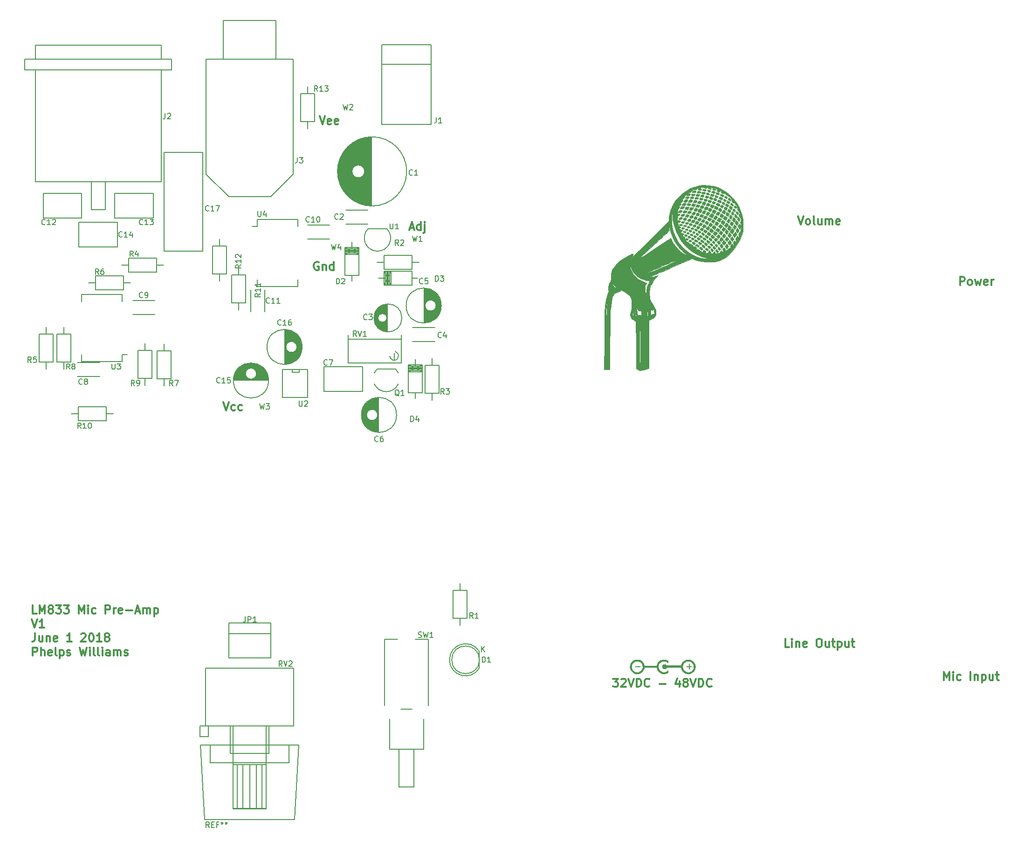
<source format=gto>
G04 #@! TF.FileFunction,Legend,Top*
%FSLAX46Y46*%
G04 Gerber Fmt 4.6, Leading zero omitted, Abs format (unit mm)*
G04 Created by KiCad (PCBNEW 4.0.7-e2-6376~58~ubuntu16.04.1) date Wed Jun  6 08:16:23 2018*
%MOMM*%
%LPD*%
G01*
G04 APERTURE LIST*
%ADD10C,0.100000*%
%ADD11C,0.300000*%
%ADD12C,0.150000*%
%ADD13C,0.010000*%
G04 APERTURE END LIST*
D10*
D11*
X96535714Y-66250000D02*
X96392857Y-66178571D01*
X96178571Y-66178571D01*
X95964286Y-66250000D01*
X95821428Y-66392857D01*
X95750000Y-66535714D01*
X95678571Y-66821429D01*
X95678571Y-67035714D01*
X95750000Y-67321429D01*
X95821428Y-67464286D01*
X95964286Y-67607143D01*
X96178571Y-67678571D01*
X96321428Y-67678571D01*
X96535714Y-67607143D01*
X96607143Y-67535714D01*
X96607143Y-67035714D01*
X96321428Y-67035714D01*
X97250000Y-66678571D02*
X97250000Y-67678571D01*
X97250000Y-66821429D02*
X97321428Y-66750000D01*
X97464286Y-66678571D01*
X97678571Y-66678571D01*
X97821428Y-66750000D01*
X97892857Y-66892857D01*
X97892857Y-67678571D01*
X99250000Y-67678571D02*
X99250000Y-66178571D01*
X99250000Y-67607143D02*
X99107143Y-67678571D01*
X98821429Y-67678571D01*
X98678571Y-67607143D01*
X98607143Y-67535714D01*
X98535714Y-67392857D01*
X98535714Y-66964286D01*
X98607143Y-66821429D01*
X98678571Y-66750000D01*
X98821429Y-66678571D01*
X99107143Y-66678571D01*
X99250000Y-66750000D01*
X96714286Y-39678571D02*
X97214286Y-41178571D01*
X97714286Y-39678571D01*
X98785714Y-41107143D02*
X98642857Y-41178571D01*
X98357143Y-41178571D01*
X98214286Y-41107143D01*
X98142857Y-40964286D01*
X98142857Y-40392857D01*
X98214286Y-40250000D01*
X98357143Y-40178571D01*
X98642857Y-40178571D01*
X98785714Y-40250000D01*
X98857143Y-40392857D01*
X98857143Y-40535714D01*
X98142857Y-40678571D01*
X100071428Y-41107143D02*
X99928571Y-41178571D01*
X99642857Y-41178571D01*
X99500000Y-41107143D01*
X99428571Y-40964286D01*
X99428571Y-40392857D01*
X99500000Y-40250000D01*
X99642857Y-40178571D01*
X99928571Y-40178571D01*
X100071428Y-40250000D01*
X100142857Y-40392857D01*
X100142857Y-40535714D01*
X99428571Y-40678571D01*
X79214286Y-91678571D02*
X79714286Y-93178571D01*
X80214286Y-91678571D01*
X81357143Y-93107143D02*
X81214286Y-93178571D01*
X80928572Y-93178571D01*
X80785714Y-93107143D01*
X80714286Y-93035714D01*
X80642857Y-92892857D01*
X80642857Y-92464286D01*
X80714286Y-92321429D01*
X80785714Y-92250000D01*
X80928572Y-92178571D01*
X81214286Y-92178571D01*
X81357143Y-92250000D01*
X82642857Y-93107143D02*
X82500000Y-93178571D01*
X82214286Y-93178571D01*
X82071428Y-93107143D01*
X82000000Y-93035714D01*
X81928571Y-92892857D01*
X81928571Y-92464286D01*
X82000000Y-92321429D01*
X82071428Y-92250000D01*
X82214286Y-92178571D01*
X82500000Y-92178571D01*
X82642857Y-92250000D01*
X113107143Y-60000000D02*
X113821429Y-60000000D01*
X112964286Y-60428571D02*
X113464286Y-58928571D01*
X113964286Y-60428571D01*
X115107143Y-60428571D02*
X115107143Y-58928571D01*
X115107143Y-60357143D02*
X114964286Y-60428571D01*
X114678572Y-60428571D01*
X114535714Y-60357143D01*
X114464286Y-60285714D01*
X114392857Y-60142857D01*
X114392857Y-59714286D01*
X114464286Y-59571429D01*
X114535714Y-59500000D01*
X114678572Y-59428571D01*
X114964286Y-59428571D01*
X115107143Y-59500000D01*
X115821429Y-59428571D02*
X115821429Y-60714286D01*
X115750000Y-60857143D01*
X115607143Y-60928571D01*
X115535715Y-60928571D01*
X115821429Y-58928571D02*
X115750000Y-59000000D01*
X115821429Y-59071429D01*
X115892857Y-59000000D01*
X115821429Y-58928571D01*
X115821429Y-59071429D01*
X45321429Y-130103571D02*
X44607143Y-130103571D01*
X44607143Y-128603571D01*
X45821429Y-130103571D02*
X45821429Y-128603571D01*
X46321429Y-129675000D01*
X46821429Y-128603571D01*
X46821429Y-130103571D01*
X47750001Y-129246429D02*
X47607143Y-129175000D01*
X47535715Y-129103571D01*
X47464286Y-128960714D01*
X47464286Y-128889286D01*
X47535715Y-128746429D01*
X47607143Y-128675000D01*
X47750001Y-128603571D01*
X48035715Y-128603571D01*
X48178572Y-128675000D01*
X48250001Y-128746429D01*
X48321429Y-128889286D01*
X48321429Y-128960714D01*
X48250001Y-129103571D01*
X48178572Y-129175000D01*
X48035715Y-129246429D01*
X47750001Y-129246429D01*
X47607143Y-129317857D01*
X47535715Y-129389286D01*
X47464286Y-129532143D01*
X47464286Y-129817857D01*
X47535715Y-129960714D01*
X47607143Y-130032143D01*
X47750001Y-130103571D01*
X48035715Y-130103571D01*
X48178572Y-130032143D01*
X48250001Y-129960714D01*
X48321429Y-129817857D01*
X48321429Y-129532143D01*
X48250001Y-129389286D01*
X48178572Y-129317857D01*
X48035715Y-129246429D01*
X48821429Y-128603571D02*
X49750000Y-128603571D01*
X49250000Y-129175000D01*
X49464286Y-129175000D01*
X49607143Y-129246429D01*
X49678572Y-129317857D01*
X49750000Y-129460714D01*
X49750000Y-129817857D01*
X49678572Y-129960714D01*
X49607143Y-130032143D01*
X49464286Y-130103571D01*
X49035714Y-130103571D01*
X48892857Y-130032143D01*
X48821429Y-129960714D01*
X50250000Y-128603571D02*
X51178571Y-128603571D01*
X50678571Y-129175000D01*
X50892857Y-129175000D01*
X51035714Y-129246429D01*
X51107143Y-129317857D01*
X51178571Y-129460714D01*
X51178571Y-129817857D01*
X51107143Y-129960714D01*
X51035714Y-130032143D01*
X50892857Y-130103571D01*
X50464285Y-130103571D01*
X50321428Y-130032143D01*
X50250000Y-129960714D01*
X52964285Y-130103571D02*
X52964285Y-128603571D01*
X53464285Y-129675000D01*
X53964285Y-128603571D01*
X53964285Y-130103571D01*
X54678571Y-130103571D02*
X54678571Y-129103571D01*
X54678571Y-128603571D02*
X54607142Y-128675000D01*
X54678571Y-128746429D01*
X54749999Y-128675000D01*
X54678571Y-128603571D01*
X54678571Y-128746429D01*
X56035714Y-130032143D02*
X55892857Y-130103571D01*
X55607143Y-130103571D01*
X55464285Y-130032143D01*
X55392857Y-129960714D01*
X55321428Y-129817857D01*
X55321428Y-129389286D01*
X55392857Y-129246429D01*
X55464285Y-129175000D01*
X55607143Y-129103571D01*
X55892857Y-129103571D01*
X56035714Y-129175000D01*
X57821428Y-130103571D02*
X57821428Y-128603571D01*
X58392856Y-128603571D01*
X58535714Y-128675000D01*
X58607142Y-128746429D01*
X58678571Y-128889286D01*
X58678571Y-129103571D01*
X58607142Y-129246429D01*
X58535714Y-129317857D01*
X58392856Y-129389286D01*
X57821428Y-129389286D01*
X59321428Y-130103571D02*
X59321428Y-129103571D01*
X59321428Y-129389286D02*
X59392856Y-129246429D01*
X59464285Y-129175000D01*
X59607142Y-129103571D01*
X59749999Y-129103571D01*
X60821427Y-130032143D02*
X60678570Y-130103571D01*
X60392856Y-130103571D01*
X60249999Y-130032143D01*
X60178570Y-129889286D01*
X60178570Y-129317857D01*
X60249999Y-129175000D01*
X60392856Y-129103571D01*
X60678570Y-129103571D01*
X60821427Y-129175000D01*
X60892856Y-129317857D01*
X60892856Y-129460714D01*
X60178570Y-129603571D01*
X61535713Y-129532143D02*
X62678570Y-129532143D01*
X63321427Y-129675000D02*
X64035713Y-129675000D01*
X63178570Y-130103571D02*
X63678570Y-128603571D01*
X64178570Y-130103571D01*
X64678570Y-130103571D02*
X64678570Y-129103571D01*
X64678570Y-129246429D02*
X64749998Y-129175000D01*
X64892856Y-129103571D01*
X65107141Y-129103571D01*
X65249998Y-129175000D01*
X65321427Y-129317857D01*
X65321427Y-130103571D01*
X65321427Y-129317857D02*
X65392856Y-129175000D01*
X65535713Y-129103571D01*
X65749998Y-129103571D01*
X65892856Y-129175000D01*
X65964284Y-129317857D01*
X65964284Y-130103571D01*
X66678570Y-129103571D02*
X66678570Y-130603571D01*
X66678570Y-129175000D02*
X66821427Y-129103571D01*
X67107141Y-129103571D01*
X67249998Y-129175000D01*
X67321427Y-129246429D01*
X67392856Y-129389286D01*
X67392856Y-129817857D01*
X67321427Y-129960714D01*
X67249998Y-130032143D01*
X67107141Y-130103571D01*
X66821427Y-130103571D01*
X66678570Y-130032143D01*
X44392857Y-131153571D02*
X44892857Y-132653571D01*
X45392857Y-131153571D01*
X46678571Y-132653571D02*
X45821428Y-132653571D01*
X46250000Y-132653571D02*
X46250000Y-131153571D01*
X46107143Y-131367857D01*
X45964285Y-131510714D01*
X45821428Y-131582143D01*
X45035714Y-133703571D02*
X45035714Y-134775000D01*
X44964286Y-134989286D01*
X44821429Y-135132143D01*
X44607143Y-135203571D01*
X44464286Y-135203571D01*
X46392857Y-134203571D02*
X46392857Y-135203571D01*
X45750000Y-134203571D02*
X45750000Y-134989286D01*
X45821428Y-135132143D01*
X45964286Y-135203571D01*
X46178571Y-135203571D01*
X46321428Y-135132143D01*
X46392857Y-135060714D01*
X47107143Y-134203571D02*
X47107143Y-135203571D01*
X47107143Y-134346429D02*
X47178571Y-134275000D01*
X47321429Y-134203571D01*
X47535714Y-134203571D01*
X47678571Y-134275000D01*
X47750000Y-134417857D01*
X47750000Y-135203571D01*
X49035714Y-135132143D02*
X48892857Y-135203571D01*
X48607143Y-135203571D01*
X48464286Y-135132143D01*
X48392857Y-134989286D01*
X48392857Y-134417857D01*
X48464286Y-134275000D01*
X48607143Y-134203571D01*
X48892857Y-134203571D01*
X49035714Y-134275000D01*
X49107143Y-134417857D01*
X49107143Y-134560714D01*
X48392857Y-134703571D01*
X51678571Y-135203571D02*
X50821428Y-135203571D01*
X51250000Y-135203571D02*
X51250000Y-133703571D01*
X51107143Y-133917857D01*
X50964285Y-134060714D01*
X50821428Y-134132143D01*
X53392856Y-133846429D02*
X53464285Y-133775000D01*
X53607142Y-133703571D01*
X53964285Y-133703571D01*
X54107142Y-133775000D01*
X54178571Y-133846429D01*
X54249999Y-133989286D01*
X54249999Y-134132143D01*
X54178571Y-134346429D01*
X53321428Y-135203571D01*
X54249999Y-135203571D01*
X55178570Y-133703571D02*
X55321427Y-133703571D01*
X55464284Y-133775000D01*
X55535713Y-133846429D01*
X55607142Y-133989286D01*
X55678570Y-134275000D01*
X55678570Y-134632143D01*
X55607142Y-134917857D01*
X55535713Y-135060714D01*
X55464284Y-135132143D01*
X55321427Y-135203571D01*
X55178570Y-135203571D01*
X55035713Y-135132143D01*
X54964284Y-135060714D01*
X54892856Y-134917857D01*
X54821427Y-134632143D01*
X54821427Y-134275000D01*
X54892856Y-133989286D01*
X54964284Y-133846429D01*
X55035713Y-133775000D01*
X55178570Y-133703571D01*
X57107141Y-135203571D02*
X56249998Y-135203571D01*
X56678570Y-135203571D02*
X56678570Y-133703571D01*
X56535713Y-133917857D01*
X56392855Y-134060714D01*
X56249998Y-134132143D01*
X57964284Y-134346429D02*
X57821426Y-134275000D01*
X57749998Y-134203571D01*
X57678569Y-134060714D01*
X57678569Y-133989286D01*
X57749998Y-133846429D01*
X57821426Y-133775000D01*
X57964284Y-133703571D01*
X58249998Y-133703571D01*
X58392855Y-133775000D01*
X58464284Y-133846429D01*
X58535712Y-133989286D01*
X58535712Y-134060714D01*
X58464284Y-134203571D01*
X58392855Y-134275000D01*
X58249998Y-134346429D01*
X57964284Y-134346429D01*
X57821426Y-134417857D01*
X57749998Y-134489286D01*
X57678569Y-134632143D01*
X57678569Y-134917857D01*
X57749998Y-135060714D01*
X57821426Y-135132143D01*
X57964284Y-135203571D01*
X58249998Y-135203571D01*
X58392855Y-135132143D01*
X58464284Y-135060714D01*
X58535712Y-134917857D01*
X58535712Y-134632143D01*
X58464284Y-134489286D01*
X58392855Y-134417857D01*
X58249998Y-134346429D01*
X44607143Y-137753571D02*
X44607143Y-136253571D01*
X45178571Y-136253571D01*
X45321429Y-136325000D01*
X45392857Y-136396429D01*
X45464286Y-136539286D01*
X45464286Y-136753571D01*
X45392857Y-136896429D01*
X45321429Y-136967857D01*
X45178571Y-137039286D01*
X44607143Y-137039286D01*
X46107143Y-137753571D02*
X46107143Y-136253571D01*
X46750000Y-137753571D02*
X46750000Y-136967857D01*
X46678571Y-136825000D01*
X46535714Y-136753571D01*
X46321429Y-136753571D01*
X46178571Y-136825000D01*
X46107143Y-136896429D01*
X48035714Y-137682143D02*
X47892857Y-137753571D01*
X47607143Y-137753571D01*
X47464286Y-137682143D01*
X47392857Y-137539286D01*
X47392857Y-136967857D01*
X47464286Y-136825000D01*
X47607143Y-136753571D01*
X47892857Y-136753571D01*
X48035714Y-136825000D01*
X48107143Y-136967857D01*
X48107143Y-137110714D01*
X47392857Y-137253571D01*
X48964286Y-137753571D02*
X48821428Y-137682143D01*
X48750000Y-137539286D01*
X48750000Y-136253571D01*
X49535714Y-136753571D02*
X49535714Y-138253571D01*
X49535714Y-136825000D02*
X49678571Y-136753571D01*
X49964285Y-136753571D01*
X50107142Y-136825000D01*
X50178571Y-136896429D01*
X50250000Y-137039286D01*
X50250000Y-137467857D01*
X50178571Y-137610714D01*
X50107142Y-137682143D01*
X49964285Y-137753571D01*
X49678571Y-137753571D01*
X49535714Y-137682143D01*
X50821428Y-137682143D02*
X50964285Y-137753571D01*
X51250000Y-137753571D01*
X51392857Y-137682143D01*
X51464285Y-137539286D01*
X51464285Y-137467857D01*
X51392857Y-137325000D01*
X51250000Y-137253571D01*
X51035714Y-137253571D01*
X50892857Y-137182143D01*
X50821428Y-137039286D01*
X50821428Y-136967857D01*
X50892857Y-136825000D01*
X51035714Y-136753571D01*
X51250000Y-136753571D01*
X51392857Y-136825000D01*
X53107143Y-136253571D02*
X53464286Y-137753571D01*
X53750000Y-136682143D01*
X54035714Y-137753571D01*
X54392857Y-136253571D01*
X54964286Y-137753571D02*
X54964286Y-136753571D01*
X54964286Y-136253571D02*
X54892857Y-136325000D01*
X54964286Y-136396429D01*
X55035714Y-136325000D01*
X54964286Y-136253571D01*
X54964286Y-136396429D01*
X55892858Y-137753571D02*
X55750000Y-137682143D01*
X55678572Y-137539286D01*
X55678572Y-136253571D01*
X56678572Y-137753571D02*
X56535714Y-137682143D01*
X56464286Y-137539286D01*
X56464286Y-136253571D01*
X57250000Y-137753571D02*
X57250000Y-136753571D01*
X57250000Y-136253571D02*
X57178571Y-136325000D01*
X57250000Y-136396429D01*
X57321428Y-136325000D01*
X57250000Y-136253571D01*
X57250000Y-136396429D01*
X58607143Y-137753571D02*
X58607143Y-136967857D01*
X58535714Y-136825000D01*
X58392857Y-136753571D01*
X58107143Y-136753571D01*
X57964286Y-136825000D01*
X58607143Y-137682143D02*
X58464286Y-137753571D01*
X58107143Y-137753571D01*
X57964286Y-137682143D01*
X57892857Y-137539286D01*
X57892857Y-137396429D01*
X57964286Y-137253571D01*
X58107143Y-137182143D01*
X58464286Y-137182143D01*
X58607143Y-137110714D01*
X59321429Y-137753571D02*
X59321429Y-136753571D01*
X59321429Y-136896429D02*
X59392857Y-136825000D01*
X59535715Y-136753571D01*
X59750000Y-136753571D01*
X59892857Y-136825000D01*
X59964286Y-136967857D01*
X59964286Y-137753571D01*
X59964286Y-136967857D02*
X60035715Y-136825000D01*
X60178572Y-136753571D01*
X60392857Y-136753571D01*
X60535715Y-136825000D01*
X60607143Y-136967857D01*
X60607143Y-137753571D01*
X61250000Y-137682143D02*
X61392857Y-137753571D01*
X61678572Y-137753571D01*
X61821429Y-137682143D01*
X61892857Y-137539286D01*
X61892857Y-137467857D01*
X61821429Y-137325000D01*
X61678572Y-137253571D01*
X61464286Y-137253571D01*
X61321429Y-137182143D01*
X61250000Y-137039286D01*
X61250000Y-136967857D01*
X61321429Y-136825000D01*
X61464286Y-136753571D01*
X61678572Y-136753571D01*
X61821429Y-136825000D01*
X183607143Y-57928571D02*
X184107143Y-59428571D01*
X184607143Y-57928571D01*
X185321429Y-59428571D02*
X185178571Y-59357143D01*
X185107143Y-59285714D01*
X185035714Y-59142857D01*
X185035714Y-58714286D01*
X185107143Y-58571429D01*
X185178571Y-58500000D01*
X185321429Y-58428571D01*
X185535714Y-58428571D01*
X185678571Y-58500000D01*
X185750000Y-58571429D01*
X185821429Y-58714286D01*
X185821429Y-59142857D01*
X185750000Y-59285714D01*
X185678571Y-59357143D01*
X185535714Y-59428571D01*
X185321429Y-59428571D01*
X186678572Y-59428571D02*
X186535714Y-59357143D01*
X186464286Y-59214286D01*
X186464286Y-57928571D01*
X187892857Y-58428571D02*
X187892857Y-59428571D01*
X187250000Y-58428571D02*
X187250000Y-59214286D01*
X187321428Y-59357143D01*
X187464286Y-59428571D01*
X187678571Y-59428571D01*
X187821428Y-59357143D01*
X187892857Y-59285714D01*
X188607143Y-59428571D02*
X188607143Y-58428571D01*
X188607143Y-58571429D02*
X188678571Y-58500000D01*
X188821429Y-58428571D01*
X189035714Y-58428571D01*
X189178571Y-58500000D01*
X189250000Y-58642857D01*
X189250000Y-59428571D01*
X189250000Y-58642857D02*
X189321429Y-58500000D01*
X189464286Y-58428571D01*
X189678571Y-58428571D01*
X189821429Y-58500000D01*
X189892857Y-58642857D01*
X189892857Y-59428571D01*
X191178571Y-59357143D02*
X191035714Y-59428571D01*
X190750000Y-59428571D01*
X190607143Y-59357143D01*
X190535714Y-59214286D01*
X190535714Y-58642857D01*
X190607143Y-58500000D01*
X190750000Y-58428571D01*
X191035714Y-58428571D01*
X191178571Y-58500000D01*
X191250000Y-58642857D01*
X191250000Y-58785714D01*
X190535714Y-58928571D01*
X213035715Y-70428571D02*
X213035715Y-68928571D01*
X213607143Y-68928571D01*
X213750001Y-69000000D01*
X213821429Y-69071429D01*
X213892858Y-69214286D01*
X213892858Y-69428571D01*
X213821429Y-69571429D01*
X213750001Y-69642857D01*
X213607143Y-69714286D01*
X213035715Y-69714286D01*
X214750001Y-70428571D02*
X214607143Y-70357143D01*
X214535715Y-70285714D01*
X214464286Y-70142857D01*
X214464286Y-69714286D01*
X214535715Y-69571429D01*
X214607143Y-69500000D01*
X214750001Y-69428571D01*
X214964286Y-69428571D01*
X215107143Y-69500000D01*
X215178572Y-69571429D01*
X215250001Y-69714286D01*
X215250001Y-70142857D01*
X215178572Y-70285714D01*
X215107143Y-70357143D01*
X214964286Y-70428571D01*
X214750001Y-70428571D01*
X215750001Y-69428571D02*
X216035715Y-70428571D01*
X216321429Y-69714286D01*
X216607144Y-70428571D01*
X216892858Y-69428571D01*
X218035715Y-70357143D02*
X217892858Y-70428571D01*
X217607144Y-70428571D01*
X217464287Y-70357143D01*
X217392858Y-70214286D01*
X217392858Y-69642857D01*
X217464287Y-69500000D01*
X217607144Y-69428571D01*
X217892858Y-69428571D01*
X218035715Y-69500000D01*
X218107144Y-69642857D01*
X218107144Y-69785714D01*
X217392858Y-69928571D01*
X218750001Y-70428571D02*
X218750001Y-69428571D01*
X218750001Y-69714286D02*
X218821429Y-69571429D01*
X218892858Y-69500000D01*
X219035715Y-69428571D01*
X219178572Y-69428571D01*
X150000002Y-141928571D02*
X150928573Y-141928571D01*
X150428573Y-142500000D01*
X150642859Y-142500000D01*
X150785716Y-142571429D01*
X150857145Y-142642857D01*
X150928573Y-142785714D01*
X150928573Y-143142857D01*
X150857145Y-143285714D01*
X150785716Y-143357143D01*
X150642859Y-143428571D01*
X150214287Y-143428571D01*
X150071430Y-143357143D01*
X150000002Y-143285714D01*
X151500001Y-142071429D02*
X151571430Y-142000000D01*
X151714287Y-141928571D01*
X152071430Y-141928571D01*
X152214287Y-142000000D01*
X152285716Y-142071429D01*
X152357144Y-142214286D01*
X152357144Y-142357143D01*
X152285716Y-142571429D01*
X151428573Y-143428571D01*
X152357144Y-143428571D01*
X152785715Y-141928571D02*
X153285715Y-143428571D01*
X153785715Y-141928571D01*
X154285715Y-143428571D02*
X154285715Y-141928571D01*
X154642858Y-141928571D01*
X154857143Y-142000000D01*
X155000001Y-142142857D01*
X155071429Y-142285714D01*
X155142858Y-142571429D01*
X155142858Y-142785714D01*
X155071429Y-143071429D01*
X155000001Y-143214286D01*
X154857143Y-143357143D01*
X154642858Y-143428571D01*
X154285715Y-143428571D01*
X156642858Y-143285714D02*
X156571429Y-143357143D01*
X156357143Y-143428571D01*
X156214286Y-143428571D01*
X156000001Y-143357143D01*
X155857143Y-143214286D01*
X155785715Y-143071429D01*
X155714286Y-142785714D01*
X155714286Y-142571429D01*
X155785715Y-142285714D01*
X155857143Y-142142857D01*
X156000001Y-142000000D01*
X156214286Y-141928571D01*
X156357143Y-141928571D01*
X156571429Y-142000000D01*
X156642858Y-142071429D01*
X158428572Y-142857143D02*
X159571429Y-142857143D01*
X162071429Y-142428571D02*
X162071429Y-143428571D01*
X161714286Y-141857143D02*
X161357143Y-142928571D01*
X162285715Y-142928571D01*
X163071429Y-142571429D02*
X162928571Y-142500000D01*
X162857143Y-142428571D01*
X162785714Y-142285714D01*
X162785714Y-142214286D01*
X162857143Y-142071429D01*
X162928571Y-142000000D01*
X163071429Y-141928571D01*
X163357143Y-141928571D01*
X163500000Y-142000000D01*
X163571429Y-142071429D01*
X163642857Y-142214286D01*
X163642857Y-142285714D01*
X163571429Y-142428571D01*
X163500000Y-142500000D01*
X163357143Y-142571429D01*
X163071429Y-142571429D01*
X162928571Y-142642857D01*
X162857143Y-142714286D01*
X162785714Y-142857143D01*
X162785714Y-143142857D01*
X162857143Y-143285714D01*
X162928571Y-143357143D01*
X163071429Y-143428571D01*
X163357143Y-143428571D01*
X163500000Y-143357143D01*
X163571429Y-143285714D01*
X163642857Y-143142857D01*
X163642857Y-142857143D01*
X163571429Y-142714286D01*
X163500000Y-142642857D01*
X163357143Y-142571429D01*
X164071428Y-141928571D02*
X164571428Y-143428571D01*
X165071428Y-141928571D01*
X165571428Y-143428571D02*
X165571428Y-141928571D01*
X165928571Y-141928571D01*
X166142856Y-142000000D01*
X166285714Y-142142857D01*
X166357142Y-142285714D01*
X166428571Y-142571429D01*
X166428571Y-142785714D01*
X166357142Y-143071429D01*
X166285714Y-143214286D01*
X166142856Y-143357143D01*
X165928571Y-143428571D01*
X165571428Y-143428571D01*
X167928571Y-143285714D02*
X167857142Y-143357143D01*
X167642856Y-143428571D01*
X167499999Y-143428571D01*
X167285714Y-143357143D01*
X167142856Y-143214286D01*
X167071428Y-143071429D01*
X166999999Y-142785714D01*
X166999999Y-142571429D01*
X167071428Y-142285714D01*
X167142856Y-142142857D01*
X167285714Y-142000000D01*
X167499999Y-141928571D01*
X167642856Y-141928571D01*
X167857142Y-142000000D01*
X167928571Y-142071429D01*
X182035714Y-136178571D02*
X181321428Y-136178571D01*
X181321428Y-134678571D01*
X182535714Y-136178571D02*
X182535714Y-135178571D01*
X182535714Y-134678571D02*
X182464285Y-134750000D01*
X182535714Y-134821429D01*
X182607142Y-134750000D01*
X182535714Y-134678571D01*
X182535714Y-134821429D01*
X183250000Y-135178571D02*
X183250000Y-136178571D01*
X183250000Y-135321429D02*
X183321428Y-135250000D01*
X183464286Y-135178571D01*
X183678571Y-135178571D01*
X183821428Y-135250000D01*
X183892857Y-135392857D01*
X183892857Y-136178571D01*
X185178571Y-136107143D02*
X185035714Y-136178571D01*
X184750000Y-136178571D01*
X184607143Y-136107143D01*
X184535714Y-135964286D01*
X184535714Y-135392857D01*
X184607143Y-135250000D01*
X184750000Y-135178571D01*
X185035714Y-135178571D01*
X185178571Y-135250000D01*
X185250000Y-135392857D01*
X185250000Y-135535714D01*
X184535714Y-135678571D01*
X187321428Y-134678571D02*
X187607142Y-134678571D01*
X187750000Y-134750000D01*
X187892857Y-134892857D01*
X187964285Y-135178571D01*
X187964285Y-135678571D01*
X187892857Y-135964286D01*
X187750000Y-136107143D01*
X187607142Y-136178571D01*
X187321428Y-136178571D01*
X187178571Y-136107143D01*
X187035714Y-135964286D01*
X186964285Y-135678571D01*
X186964285Y-135178571D01*
X187035714Y-134892857D01*
X187178571Y-134750000D01*
X187321428Y-134678571D01*
X189250000Y-135178571D02*
X189250000Y-136178571D01*
X188607143Y-135178571D02*
X188607143Y-135964286D01*
X188678571Y-136107143D01*
X188821429Y-136178571D01*
X189035714Y-136178571D01*
X189178571Y-136107143D01*
X189250000Y-136035714D01*
X189750000Y-135178571D02*
X190321429Y-135178571D01*
X189964286Y-134678571D02*
X189964286Y-135964286D01*
X190035714Y-136107143D01*
X190178572Y-136178571D01*
X190321429Y-136178571D01*
X190821429Y-135178571D02*
X190821429Y-136678571D01*
X190821429Y-135250000D02*
X190964286Y-135178571D01*
X191250000Y-135178571D01*
X191392857Y-135250000D01*
X191464286Y-135321429D01*
X191535715Y-135464286D01*
X191535715Y-135892857D01*
X191464286Y-136035714D01*
X191392857Y-136107143D01*
X191250000Y-136178571D01*
X190964286Y-136178571D01*
X190821429Y-136107143D01*
X192821429Y-135178571D02*
X192821429Y-136178571D01*
X192178572Y-135178571D02*
X192178572Y-135964286D01*
X192250000Y-136107143D01*
X192392858Y-136178571D01*
X192607143Y-136178571D01*
X192750000Y-136107143D01*
X192821429Y-136035714D01*
X193321429Y-135178571D02*
X193892858Y-135178571D01*
X193535715Y-134678571D02*
X193535715Y-135964286D01*
X193607143Y-136107143D01*
X193750001Y-136178571D01*
X193892858Y-136178571D01*
X210107143Y-142178571D02*
X210107143Y-140678571D01*
X210607143Y-141750000D01*
X211107143Y-140678571D01*
X211107143Y-142178571D01*
X211821429Y-142178571D02*
X211821429Y-141178571D01*
X211821429Y-140678571D02*
X211750000Y-140750000D01*
X211821429Y-140821429D01*
X211892857Y-140750000D01*
X211821429Y-140678571D01*
X211821429Y-140821429D01*
X213178572Y-142107143D02*
X213035715Y-142178571D01*
X212750001Y-142178571D01*
X212607143Y-142107143D01*
X212535715Y-142035714D01*
X212464286Y-141892857D01*
X212464286Y-141464286D01*
X212535715Y-141321429D01*
X212607143Y-141250000D01*
X212750001Y-141178571D01*
X213035715Y-141178571D01*
X213178572Y-141250000D01*
X214964286Y-142178571D02*
X214964286Y-140678571D01*
X215678572Y-141178571D02*
X215678572Y-142178571D01*
X215678572Y-141321429D02*
X215750000Y-141250000D01*
X215892858Y-141178571D01*
X216107143Y-141178571D01*
X216250000Y-141250000D01*
X216321429Y-141392857D01*
X216321429Y-142178571D01*
X217035715Y-141178571D02*
X217035715Y-142678571D01*
X217035715Y-141250000D02*
X217178572Y-141178571D01*
X217464286Y-141178571D01*
X217607143Y-141250000D01*
X217678572Y-141321429D01*
X217750001Y-141464286D01*
X217750001Y-141892857D01*
X217678572Y-142035714D01*
X217607143Y-142107143D01*
X217464286Y-142178571D01*
X217178572Y-142178571D01*
X217035715Y-142107143D01*
X219035715Y-141178571D02*
X219035715Y-142178571D01*
X218392858Y-141178571D02*
X218392858Y-141964286D01*
X218464286Y-142107143D01*
X218607144Y-142178571D01*
X218821429Y-142178571D01*
X218964286Y-142107143D01*
X219035715Y-142035714D01*
X219535715Y-141178571D02*
X220107144Y-141178571D01*
X219750001Y-140678571D02*
X219750001Y-141964286D01*
X219821429Y-142107143D01*
X219964287Y-142178571D01*
X220107144Y-142178571D01*
D12*
X106175000Y-56000000D02*
X106175000Y-43500000D01*
X106035000Y-55996000D02*
X106035000Y-43504000D01*
X105895000Y-55990000D02*
X105895000Y-43510000D01*
X105755000Y-55980000D02*
X105755000Y-43520000D01*
X105615000Y-55968000D02*
X105615000Y-43532000D01*
X105475000Y-55952000D02*
X105475000Y-43548000D01*
X105335000Y-55933000D02*
X105335000Y-43567000D01*
X105195000Y-55910000D02*
X105195000Y-43590000D01*
X105055000Y-55885000D02*
X105055000Y-43615000D01*
X104915000Y-55856000D02*
X104915000Y-43644000D01*
X104775000Y-55823000D02*
X104775000Y-50271000D01*
X104775000Y-49229000D02*
X104775000Y-43677000D01*
X104635000Y-55788000D02*
X104635000Y-50484000D01*
X104635000Y-49016000D02*
X104635000Y-43712000D01*
X104495000Y-55749000D02*
X104495000Y-50626000D01*
X104495000Y-48874000D02*
X104495000Y-43751000D01*
X104355000Y-55706000D02*
X104355000Y-50728000D01*
X104355000Y-48772000D02*
X104355000Y-43794000D01*
X104215000Y-55659000D02*
X104215000Y-50802000D01*
X104215000Y-48698000D02*
X104215000Y-43841000D01*
X104075000Y-55609000D02*
X104075000Y-50853000D01*
X104075000Y-48647000D02*
X104075000Y-43891000D01*
X103935000Y-55555000D02*
X103935000Y-50885000D01*
X103935000Y-48615000D02*
X103935000Y-43945000D01*
X103795000Y-55498000D02*
X103795000Y-50899000D01*
X103795000Y-48601000D02*
X103795000Y-44002000D01*
X103655000Y-55436000D02*
X103655000Y-50896000D01*
X103655000Y-48604000D02*
X103655000Y-44064000D01*
X103515000Y-55370000D02*
X103515000Y-50876000D01*
X103515000Y-48624000D02*
X103515000Y-44130000D01*
X103375000Y-55299000D02*
X103375000Y-50837000D01*
X103375000Y-48663000D02*
X103375000Y-44201000D01*
X103235000Y-55225000D02*
X103235000Y-50778000D01*
X103235000Y-48722000D02*
X103235000Y-44275000D01*
X103095000Y-55145000D02*
X103095000Y-50695000D01*
X103095000Y-48805000D02*
X103095000Y-44355000D01*
X102955000Y-55061000D02*
X102955000Y-50581000D01*
X102955000Y-48919000D02*
X102955000Y-44439000D01*
X102815000Y-54971000D02*
X102815000Y-50420000D01*
X102815000Y-49080000D02*
X102815000Y-44529000D01*
X102675000Y-54877000D02*
X102675000Y-50159000D01*
X102675000Y-49341000D02*
X102675000Y-44623000D01*
X102535000Y-54776000D02*
X102535000Y-44724000D01*
X102395000Y-54669000D02*
X102395000Y-44831000D01*
X102255000Y-54557000D02*
X102255000Y-44943000D01*
X102115000Y-54437000D02*
X102115000Y-45063000D01*
X101975000Y-54309000D02*
X101975000Y-45191000D01*
X101835000Y-54174000D02*
X101835000Y-45326000D01*
X101695000Y-54030000D02*
X101695000Y-45470000D01*
X101555000Y-53875000D02*
X101555000Y-45625000D01*
X101415000Y-53710000D02*
X101415000Y-45790000D01*
X101275000Y-53533000D02*
X101275000Y-45967000D01*
X101135000Y-53342000D02*
X101135000Y-46158000D01*
X100995000Y-53133000D02*
X100995000Y-46367000D01*
X100855000Y-52905000D02*
X100855000Y-46595000D01*
X100715000Y-52653000D02*
X100715000Y-46847000D01*
X100575000Y-52369000D02*
X100575000Y-47131000D01*
X100435000Y-52041000D02*
X100435000Y-47459000D01*
X100295000Y-51647000D02*
X100295000Y-47853000D01*
X100155000Y-51133000D02*
X100155000Y-48367000D01*
X100015000Y-50183000D02*
X100015000Y-49317000D01*
X104900000Y-49750000D02*
G75*
G03X104900000Y-49750000I-1150000J0D01*
G01*
X112537500Y-49750000D02*
G75*
G03X112537500Y-49750000I-6287500J0D01*
G01*
X105450000Y-59300000D02*
X101450000Y-59300000D01*
X105450000Y-56800000D02*
X101450000Y-56800000D01*
X109050000Y-78874000D02*
X109050000Y-73876000D01*
X108910000Y-78866000D02*
X108910000Y-76529000D01*
X108910000Y-76221000D02*
X108910000Y-73884000D01*
X108770000Y-78850000D02*
X108770000Y-76848000D01*
X108770000Y-75902000D02*
X108770000Y-73900000D01*
X108630000Y-78826000D02*
X108630000Y-76995000D01*
X108630000Y-75755000D02*
X108630000Y-73924000D01*
X108490000Y-78793000D02*
X108490000Y-77087000D01*
X108490000Y-75663000D02*
X108490000Y-73957000D01*
X108350000Y-78752000D02*
X108350000Y-77143000D01*
X108350000Y-75607000D02*
X108350000Y-73998000D01*
X108210000Y-78702000D02*
X108210000Y-77170000D01*
X108210000Y-75580000D02*
X108210000Y-74048000D01*
X108070000Y-78641000D02*
X108070000Y-77173000D01*
X108070000Y-75577000D02*
X108070000Y-74109000D01*
X107930000Y-78571000D02*
X107930000Y-77151000D01*
X107930000Y-75599000D02*
X107930000Y-74179000D01*
X107790000Y-78489000D02*
X107790000Y-77101000D01*
X107790000Y-75649000D02*
X107790000Y-74261000D01*
X107650000Y-78394000D02*
X107650000Y-77019000D01*
X107650000Y-75731000D02*
X107650000Y-74356000D01*
X107510000Y-78283000D02*
X107510000Y-76887000D01*
X107510000Y-75863000D02*
X107510000Y-74467000D01*
X107370000Y-78155000D02*
X107370000Y-76640000D01*
X107370000Y-76110000D02*
X107370000Y-74595000D01*
X107230000Y-78006000D02*
X107230000Y-74744000D01*
X107090000Y-77827000D02*
X107090000Y-74923000D01*
X106950000Y-77608000D02*
X106950000Y-75142000D01*
X106810000Y-77319000D02*
X106810000Y-75431000D01*
X106670000Y-76847000D02*
X106670000Y-75903000D01*
X108925000Y-76375000D02*
G75*
G03X108925000Y-76375000I-800000J0D01*
G01*
X111662500Y-76375000D02*
G75*
G03X111662500Y-76375000I-2537500J0D01*
G01*
X113625000Y-78125000D02*
X117625000Y-78125000D01*
X113625000Y-80625000D02*
X117625000Y-80625000D01*
X115700000Y-70976000D02*
X115700000Y-77274000D01*
X115840000Y-70982000D02*
X115840000Y-77268000D01*
X115980000Y-70995000D02*
X115980000Y-73679000D01*
X115980000Y-74571000D02*
X115980000Y-77255000D01*
X116120000Y-71014000D02*
X116120000Y-73469000D01*
X116120000Y-74781000D02*
X116120000Y-77236000D01*
X116260000Y-71040000D02*
X116260000Y-73336000D01*
X116260000Y-74914000D02*
X116260000Y-77210000D01*
X116400000Y-71072000D02*
X116400000Y-73245000D01*
X116400000Y-75005000D02*
X116400000Y-77178000D01*
X116540000Y-71111000D02*
X116540000Y-73183000D01*
X116540000Y-75067000D02*
X116540000Y-77139000D01*
X116680000Y-71157000D02*
X116680000Y-73144000D01*
X116680000Y-75106000D02*
X116680000Y-77093000D01*
X116820000Y-71210000D02*
X116820000Y-73127000D01*
X116820000Y-75123000D02*
X116820000Y-77040000D01*
X116960000Y-71272000D02*
X116960000Y-73129000D01*
X116960000Y-75121000D02*
X116960000Y-76978000D01*
X117100000Y-71342000D02*
X117100000Y-73151000D01*
X117100000Y-75099000D02*
X117100000Y-76908000D01*
X117240000Y-71421000D02*
X117240000Y-73194000D01*
X117240000Y-75056000D02*
X117240000Y-76829000D01*
X117380000Y-71509000D02*
X117380000Y-73262000D01*
X117380000Y-74988000D02*
X117380000Y-76741000D01*
X117520000Y-71609000D02*
X117520000Y-73361000D01*
X117520000Y-74889000D02*
X117520000Y-76641000D01*
X117660000Y-71721000D02*
X117660000Y-73506000D01*
X117660000Y-74744000D02*
X117660000Y-76529000D01*
X117800000Y-71846000D02*
X117800000Y-73745000D01*
X117800000Y-74505000D02*
X117800000Y-76404000D01*
X117940000Y-71989000D02*
X117940000Y-76261000D01*
X118080000Y-72151000D02*
X118080000Y-76099000D01*
X118220000Y-72339000D02*
X118220000Y-75911000D01*
X118360000Y-72562000D02*
X118360000Y-75688000D01*
X118500000Y-72838000D02*
X118500000Y-75412000D01*
X118640000Y-73213000D02*
X118640000Y-75037000D01*
X117875000Y-74125000D02*
G75*
G03X117875000Y-74125000I-1000000J0D01*
G01*
X118812500Y-74125000D02*
G75*
G03X118812500Y-74125000I-3187500J0D01*
G01*
X107425000Y-97149000D02*
X107425000Y-90851000D01*
X107285000Y-97143000D02*
X107285000Y-90857000D01*
X107145000Y-97130000D02*
X107145000Y-94446000D01*
X107145000Y-93554000D02*
X107145000Y-90870000D01*
X107005000Y-97111000D02*
X107005000Y-94656000D01*
X107005000Y-93344000D02*
X107005000Y-90889000D01*
X106865000Y-97085000D02*
X106865000Y-94789000D01*
X106865000Y-93211000D02*
X106865000Y-90915000D01*
X106725000Y-97053000D02*
X106725000Y-94880000D01*
X106725000Y-93120000D02*
X106725000Y-90947000D01*
X106585000Y-97014000D02*
X106585000Y-94942000D01*
X106585000Y-93058000D02*
X106585000Y-90986000D01*
X106445000Y-96968000D02*
X106445000Y-94981000D01*
X106445000Y-93019000D02*
X106445000Y-91032000D01*
X106305000Y-96915000D02*
X106305000Y-94998000D01*
X106305000Y-93002000D02*
X106305000Y-91085000D01*
X106165000Y-96853000D02*
X106165000Y-94996000D01*
X106165000Y-93004000D02*
X106165000Y-91147000D01*
X106025000Y-96783000D02*
X106025000Y-94974000D01*
X106025000Y-93026000D02*
X106025000Y-91217000D01*
X105885000Y-96704000D02*
X105885000Y-94931000D01*
X105885000Y-93069000D02*
X105885000Y-91296000D01*
X105745000Y-96616000D02*
X105745000Y-94863000D01*
X105745000Y-93137000D02*
X105745000Y-91384000D01*
X105605000Y-96516000D02*
X105605000Y-94764000D01*
X105605000Y-93236000D02*
X105605000Y-91484000D01*
X105465000Y-96404000D02*
X105465000Y-94619000D01*
X105465000Y-93381000D02*
X105465000Y-91596000D01*
X105325000Y-96279000D02*
X105325000Y-94380000D01*
X105325000Y-93620000D02*
X105325000Y-91721000D01*
X105185000Y-96136000D02*
X105185000Y-91864000D01*
X105045000Y-95974000D02*
X105045000Y-92026000D01*
X104905000Y-95786000D02*
X104905000Y-92214000D01*
X104765000Y-95563000D02*
X104765000Y-92437000D01*
X104625000Y-95287000D02*
X104625000Y-92713000D01*
X104485000Y-94912000D02*
X104485000Y-93088000D01*
X107250000Y-94000000D02*
G75*
G03X107250000Y-94000000I-1000000J0D01*
G01*
X110687500Y-94000000D02*
G75*
G03X110687500Y-94000000I-3187500J0D01*
G01*
X97500000Y-85250000D02*
X104500000Y-85250000D01*
X104500000Y-85250000D02*
X104500000Y-89750000D01*
X104500000Y-89750000D02*
X97500000Y-89750000D01*
X97500000Y-89750000D02*
X97500000Y-85250000D01*
X52750000Y-84500000D02*
X56750000Y-84500000D01*
X52750000Y-87000000D02*
X56750000Y-87000000D01*
X62750000Y-73250000D02*
X66750000Y-73250000D01*
X62750000Y-75750000D02*
X66750000Y-75750000D01*
X94500000Y-59500000D02*
X98500000Y-59500000D01*
X94500000Y-62000000D02*
X98500000Y-62000000D01*
X86750000Y-71250000D02*
X86750000Y-75250000D01*
X84250000Y-71250000D02*
X84250000Y-75250000D01*
X53500000Y-58250000D02*
X46500000Y-58250000D01*
X46500000Y-58250000D02*
X46500000Y-53750000D01*
X46500000Y-53750000D02*
X53500000Y-53750000D01*
X53500000Y-53750000D02*
X53500000Y-58250000D01*
X59500000Y-53750000D02*
X66500000Y-53750000D01*
X66500000Y-53750000D02*
X66500000Y-58250000D01*
X66500000Y-58250000D02*
X59500000Y-58250000D01*
X59500000Y-58250000D02*
X59500000Y-53750000D01*
X53000000Y-59000000D02*
X60000000Y-59000000D01*
X60000000Y-59000000D02*
X60000000Y-63500000D01*
X60000000Y-63500000D02*
X53000000Y-63500000D01*
X53000000Y-63500000D02*
X53000000Y-59000000D01*
X125714888Y-136975096D02*
G75*
G03X125730000Y-140000000I-2484888J-1524904D01*
G01*
X125730000Y-137000000D02*
X125730000Y-140000000D01*
X125747936Y-138500000D02*
G75*
G03X125747936Y-138500000I-2517936J0D01*
G01*
X102602540Y-68670000D02*
X102602540Y-69686000D01*
X102602540Y-63844000D02*
X102602540Y-62574000D01*
X103872540Y-64098000D02*
X101332540Y-64098000D01*
X103872540Y-64352000D02*
X101332540Y-64352000D01*
X103872540Y-64606000D02*
X101332540Y-64606000D01*
X103872540Y-63844000D02*
X101332540Y-63844000D01*
X103872540Y-64860000D02*
X101332540Y-63590000D01*
X103872540Y-63590000D02*
X101332540Y-64860000D01*
X103872540Y-64860000D02*
X101332540Y-64860000D01*
X103872540Y-64225000D02*
X101332540Y-64225000D01*
X101332540Y-63590000D02*
X103872540Y-63590000D01*
X103872540Y-63590000D02*
X103872540Y-68670000D01*
X103872540Y-68670000D02*
X101332540Y-68670000D01*
X101332540Y-68670000D02*
X101332540Y-63590000D01*
X113520000Y-69147460D02*
X114536000Y-69147460D01*
X108694000Y-69147460D02*
X107424000Y-69147460D01*
X108948000Y-67877460D02*
X108948000Y-70417460D01*
X109202000Y-67877460D02*
X109202000Y-70417460D01*
X109456000Y-67877460D02*
X109456000Y-70417460D01*
X108694000Y-67877460D02*
X108694000Y-70417460D01*
X109710000Y-67877460D02*
X108440000Y-70417460D01*
X108440000Y-67877460D02*
X109710000Y-70417460D01*
X109710000Y-67877460D02*
X109710000Y-70417460D01*
X109075000Y-67877460D02*
X109075000Y-70417460D01*
X108440000Y-70417460D02*
X108440000Y-67877460D01*
X108440000Y-67877460D02*
X113520000Y-67877460D01*
X113520000Y-67877460D02*
X113520000Y-70417460D01*
X113520000Y-70417460D02*
X108440000Y-70417460D01*
X114127540Y-89995000D02*
X114127540Y-91011000D01*
X114127540Y-85169000D02*
X114127540Y-83899000D01*
X115397540Y-85423000D02*
X112857540Y-85423000D01*
X115397540Y-85677000D02*
X112857540Y-85677000D01*
X115397540Y-85931000D02*
X112857540Y-85931000D01*
X115397540Y-85169000D02*
X112857540Y-85169000D01*
X115397540Y-86185000D02*
X112857540Y-84915000D01*
X115397540Y-84915000D02*
X112857540Y-86185000D01*
X115397540Y-86185000D02*
X112857540Y-86185000D01*
X115397540Y-85550000D02*
X112857540Y-85550000D01*
X112857540Y-84915000D02*
X115397540Y-84915000D01*
X115397540Y-84915000D02*
X115397540Y-89995000D01*
X115397540Y-89995000D02*
X112857540Y-89995000D01*
X112857540Y-89995000D02*
X112857540Y-84915000D01*
X117000880Y-30249500D02*
X107999120Y-30249500D01*
X117000880Y-26749380D02*
X107999120Y-26749380D01*
X107999120Y-26749380D02*
X107999120Y-41250240D01*
X107999120Y-41250240D02*
X117000880Y-41250240D01*
X117000880Y-41250240D02*
X117000880Y-26749380D01*
X67930000Y-29375000D02*
X67930000Y-27470000D01*
X67930000Y-27470000D02*
X67930000Y-26835000D01*
X67930000Y-26835000D02*
X45070000Y-26835000D01*
X45070000Y-26835000D02*
X45070000Y-29375000D01*
X57770000Y-51600000D02*
X57770000Y-56680000D01*
X57770000Y-56680000D02*
X55230000Y-56680000D01*
X55230000Y-56680000D02*
X55230000Y-51600000D01*
X69835000Y-31280000D02*
X69835000Y-29375000D01*
X69835000Y-29375000D02*
X43165000Y-29375000D01*
X43165000Y-29375000D02*
X43165000Y-31280000D01*
X43165000Y-31280000D02*
X69835000Y-31280000D01*
X67930000Y-51600000D02*
X67930000Y-31280000D01*
X67930000Y-51600000D02*
X45070000Y-51600000D01*
X45070000Y-51600000D02*
X45070000Y-31280000D01*
X79237500Y-22310000D02*
X88762500Y-22310000D01*
X88762500Y-29330000D02*
X88762500Y-22310000D01*
X79237500Y-29330000D02*
X79237500Y-22310000D01*
X91940000Y-29330000D02*
X76060000Y-29330000D01*
X87810000Y-54330000D02*
X80190000Y-54330000D01*
X76060000Y-50250000D02*
X80190000Y-54330000D01*
X91940000Y-50250000D02*
X87810000Y-54330000D01*
X76060000Y-50250000D02*
X76060000Y-29330000D01*
X91940000Y-50250000D02*
X91940000Y-29330000D01*
X80190000Y-131825000D02*
X80190000Y-138175000D01*
X87810000Y-131825000D02*
X87810000Y-138175000D01*
X87810000Y-133730000D02*
X80190000Y-133730000D01*
X80190000Y-131825000D02*
X87810000Y-131825000D01*
X87810000Y-138175000D02*
X80190000Y-138175000D01*
X111022695Y-86378010D02*
G75*
G03X110535000Y-85675000I-2187695J-996990D01*
G01*
X106647305Y-86378010D02*
G75*
G02X107135000Y-85675000I2187695J-996990D01*
G01*
X110535000Y-85675000D02*
X107135000Y-85675000D01*
X111019879Y-88368127D02*
G75*
G02X108835000Y-89775000I-2184879J993127D01*
G01*
X106650121Y-88368127D02*
G75*
G03X108835000Y-89775000I2184879J993127D01*
G01*
X120980000Y-130960000D02*
X120980000Y-125880000D01*
X120980000Y-125880000D02*
X123520000Y-125880000D01*
X123520000Y-125880000D02*
X123520000Y-130960000D01*
X123520000Y-130960000D02*
X120980000Y-130960000D01*
X122250000Y-130960000D02*
X122250000Y-132230000D01*
X122250000Y-125880000D02*
X122250000Y-124610000D01*
X108440000Y-64980000D02*
X113520000Y-64980000D01*
X113520000Y-64980000D02*
X113520000Y-67520000D01*
X113520000Y-67520000D02*
X108440000Y-67520000D01*
X108440000Y-67520000D02*
X108440000Y-64980000D01*
X108440000Y-66250000D02*
X107170000Y-66250000D01*
X113520000Y-66250000D02*
X114790000Y-66250000D01*
X115855000Y-90085000D02*
X115855000Y-85005000D01*
X115855000Y-85005000D02*
X118395000Y-85005000D01*
X118395000Y-85005000D02*
X118395000Y-90085000D01*
X118395000Y-90085000D02*
X115855000Y-90085000D01*
X117125000Y-90085000D02*
X117125000Y-91355000D01*
X117125000Y-85005000D02*
X117125000Y-83735000D01*
X62040000Y-65480000D02*
X67120000Y-65480000D01*
X67120000Y-65480000D02*
X67120000Y-68020000D01*
X67120000Y-68020000D02*
X62040000Y-68020000D01*
X62040000Y-68020000D02*
X62040000Y-65480000D01*
X62040000Y-66750000D02*
X60770000Y-66750000D01*
X67120000Y-66750000D02*
X68390000Y-66750000D01*
X48270000Y-79290000D02*
X48270000Y-84370000D01*
X48270000Y-84370000D02*
X45730000Y-84370000D01*
X45730000Y-84370000D02*
X45730000Y-79290000D01*
X45730000Y-79290000D02*
X48270000Y-79290000D01*
X47000000Y-79290000D02*
X47000000Y-78020000D01*
X47000000Y-84370000D02*
X47000000Y-85640000D01*
X56040000Y-68730000D02*
X61120000Y-68730000D01*
X61120000Y-68730000D02*
X61120000Y-71270000D01*
X61120000Y-71270000D02*
X56040000Y-71270000D01*
X56040000Y-71270000D02*
X56040000Y-68730000D01*
X56040000Y-70000000D02*
X54770000Y-70000000D01*
X61120000Y-70000000D02*
X62390000Y-70000000D01*
X66270000Y-82290000D02*
X66270000Y-87370000D01*
X66270000Y-87370000D02*
X63730000Y-87370000D01*
X63730000Y-87370000D02*
X63730000Y-82290000D01*
X63730000Y-82290000D02*
X66270000Y-82290000D01*
X65000000Y-82290000D02*
X65000000Y-81020000D01*
X65000000Y-87370000D02*
X65000000Y-88640000D01*
X51520000Y-79290000D02*
X51520000Y-84370000D01*
X51520000Y-84370000D02*
X48980000Y-84370000D01*
X48980000Y-84370000D02*
X48980000Y-79290000D01*
X48980000Y-79290000D02*
X51520000Y-79290000D01*
X50250000Y-79290000D02*
X50250000Y-78020000D01*
X50250000Y-84370000D02*
X50250000Y-85640000D01*
X67230000Y-87460000D02*
X67230000Y-82380000D01*
X67230000Y-82380000D02*
X69770000Y-82380000D01*
X69770000Y-82380000D02*
X69770000Y-87460000D01*
X69770000Y-87460000D02*
X67230000Y-87460000D01*
X68500000Y-87460000D02*
X68500000Y-88730000D01*
X68500000Y-82380000D02*
X68500000Y-81110000D01*
X57960000Y-95020000D02*
X52880000Y-95020000D01*
X52880000Y-95020000D02*
X52880000Y-92480000D01*
X52880000Y-92480000D02*
X57960000Y-92480000D01*
X57960000Y-92480000D02*
X57960000Y-95020000D01*
X57960000Y-93750000D02*
X59230000Y-93750000D01*
X52880000Y-93750000D02*
X51610000Y-93750000D01*
X83270000Y-68540000D02*
X83270000Y-73620000D01*
X83270000Y-73620000D02*
X80730000Y-73620000D01*
X80730000Y-73620000D02*
X80730000Y-68540000D01*
X80730000Y-68540000D02*
X83270000Y-68540000D01*
X82000000Y-68540000D02*
X82000000Y-67270000D01*
X82000000Y-73620000D02*
X82000000Y-74890000D01*
X79770000Y-63290000D02*
X79770000Y-68370000D01*
X79770000Y-68370000D02*
X77230000Y-68370000D01*
X77230000Y-68370000D02*
X77230000Y-63290000D01*
X77230000Y-63290000D02*
X79770000Y-63290000D01*
X78500000Y-63290000D02*
X78500000Y-62020000D01*
X78500000Y-68370000D02*
X78500000Y-69640000D01*
X93230000Y-40710000D02*
X93230000Y-35630000D01*
X93230000Y-35630000D02*
X95770000Y-35630000D01*
X95770000Y-35630000D02*
X95770000Y-40710000D01*
X95770000Y-40710000D02*
X93230000Y-40710000D01*
X94500000Y-40710000D02*
X94500000Y-41980000D01*
X94500000Y-35630000D02*
X94500000Y-34360000D01*
X110266000Y-84032000D02*
X110266000Y-82762000D01*
X109478600Y-83282700D02*
X109516700Y-83536700D01*
X109516700Y-83536700D02*
X109694500Y-83816100D01*
X109694500Y-83816100D02*
X110012000Y-84032000D01*
X110012000Y-84032000D02*
X110456500Y-84044700D01*
X110456500Y-84044700D02*
X110812100Y-83841500D01*
X110812100Y-83841500D02*
X110989900Y-83549400D01*
X110989900Y-83549400D02*
X111040700Y-83231900D01*
X111040700Y-83231900D02*
X110939100Y-82825500D01*
X110939100Y-82825500D02*
X110596200Y-82571500D01*
X110596200Y-82571500D02*
X110418400Y-82482600D01*
X101884000Y-80222000D02*
X111536000Y-80222000D01*
X111536000Y-83270000D02*
X111536000Y-84540000D01*
X111536000Y-84540000D02*
X101884000Y-84540000D01*
X101884000Y-84540000D02*
X101884000Y-79460000D01*
X111536000Y-79460000D02*
X111536000Y-82000000D01*
X111536000Y-82000000D02*
X111536000Y-83270000D01*
X108930000Y-60150000D02*
X105530000Y-60150000D01*
X108927056Y-60152944D02*
G75*
G02X107230000Y-64250000I-1697056J-1697056D01*
G01*
X105532944Y-60152944D02*
G75*
G03X107230000Y-64250000I1697056J-1697056D01*
G01*
X94536000Y-85710000D02*
X94536000Y-90790000D01*
X94536000Y-90790000D02*
X89964000Y-90790000D01*
X89964000Y-90790000D02*
X89964000Y-85710000D01*
X89964000Y-85710000D02*
X94536000Y-85710000D01*
X93012000Y-85710000D02*
X93012000Y-86218000D01*
X93012000Y-86218000D02*
X91742000Y-86218000D01*
X91742000Y-86218000D02*
X91742000Y-85710000D01*
X60865000Y-84295000D02*
X60865000Y-83025000D01*
X53515000Y-84295000D02*
X53515000Y-83025000D01*
X53515000Y-72085000D02*
X53515000Y-73355000D01*
X60865000Y-72085000D02*
X60865000Y-73355000D01*
X60865000Y-84295000D02*
X53515000Y-84295000D01*
X60865000Y-72085000D02*
X53515000Y-72085000D01*
X60865000Y-83025000D02*
X61800000Y-83025000D01*
X85385000Y-58455000D02*
X85385000Y-59725000D01*
X92735000Y-58455000D02*
X92735000Y-59725000D01*
X92735000Y-70665000D02*
X92735000Y-69395000D01*
X85385000Y-70665000D02*
X85385000Y-69395000D01*
X85385000Y-58455000D02*
X92735000Y-58455000D01*
X85385000Y-70665000D02*
X92735000Y-70665000D01*
X85385000Y-59725000D02*
X84450000Y-59725000D01*
X81101000Y-87675000D02*
X87399000Y-87675000D01*
X81107000Y-87535000D02*
X87393000Y-87535000D01*
X81120000Y-87395000D02*
X83804000Y-87395000D01*
X84696000Y-87395000D02*
X87380000Y-87395000D01*
X81139000Y-87255000D02*
X83594000Y-87255000D01*
X84906000Y-87255000D02*
X87361000Y-87255000D01*
X81165000Y-87115000D02*
X83461000Y-87115000D01*
X85039000Y-87115000D02*
X87335000Y-87115000D01*
X81197000Y-86975000D02*
X83370000Y-86975000D01*
X85130000Y-86975000D02*
X87303000Y-86975000D01*
X81236000Y-86835000D02*
X83308000Y-86835000D01*
X85192000Y-86835000D02*
X87264000Y-86835000D01*
X81282000Y-86695000D02*
X83269000Y-86695000D01*
X85231000Y-86695000D02*
X87218000Y-86695000D01*
X81335000Y-86555000D02*
X83252000Y-86555000D01*
X85248000Y-86555000D02*
X87165000Y-86555000D01*
X81397000Y-86415000D02*
X83254000Y-86415000D01*
X85246000Y-86415000D02*
X87103000Y-86415000D01*
X81467000Y-86275000D02*
X83276000Y-86275000D01*
X85224000Y-86275000D02*
X87033000Y-86275000D01*
X81546000Y-86135000D02*
X83319000Y-86135000D01*
X85181000Y-86135000D02*
X86954000Y-86135000D01*
X81634000Y-85995000D02*
X83387000Y-85995000D01*
X85113000Y-85995000D02*
X86866000Y-85995000D01*
X81734000Y-85855000D02*
X83486000Y-85855000D01*
X85014000Y-85855000D02*
X86766000Y-85855000D01*
X81846000Y-85715000D02*
X83631000Y-85715000D01*
X84869000Y-85715000D02*
X86654000Y-85715000D01*
X81971000Y-85575000D02*
X83870000Y-85575000D01*
X84630000Y-85575000D02*
X86529000Y-85575000D01*
X82114000Y-85435000D02*
X86386000Y-85435000D01*
X82276000Y-85295000D02*
X86224000Y-85295000D01*
X82464000Y-85155000D02*
X86036000Y-85155000D01*
X82687000Y-85015000D02*
X85813000Y-85015000D01*
X82963000Y-84875000D02*
X85537000Y-84875000D01*
X83338000Y-84735000D02*
X85162000Y-84735000D01*
X85250000Y-86500000D02*
G75*
G03X85250000Y-86500000I-1000000J0D01*
G01*
X87437500Y-87750000D02*
G75*
G03X87437500Y-87750000I-3187500J0D01*
G01*
X90425000Y-78501000D02*
X90425000Y-84799000D01*
X90565000Y-78507000D02*
X90565000Y-84793000D01*
X90705000Y-78520000D02*
X90705000Y-81204000D01*
X90705000Y-82096000D02*
X90705000Y-84780000D01*
X90845000Y-78539000D02*
X90845000Y-80994000D01*
X90845000Y-82306000D02*
X90845000Y-84761000D01*
X90985000Y-78565000D02*
X90985000Y-80861000D01*
X90985000Y-82439000D02*
X90985000Y-84735000D01*
X91125000Y-78597000D02*
X91125000Y-80770000D01*
X91125000Y-82530000D02*
X91125000Y-84703000D01*
X91265000Y-78636000D02*
X91265000Y-80708000D01*
X91265000Y-82592000D02*
X91265000Y-84664000D01*
X91405000Y-78682000D02*
X91405000Y-80669000D01*
X91405000Y-82631000D02*
X91405000Y-84618000D01*
X91545000Y-78735000D02*
X91545000Y-80652000D01*
X91545000Y-82648000D02*
X91545000Y-84565000D01*
X91685000Y-78797000D02*
X91685000Y-80654000D01*
X91685000Y-82646000D02*
X91685000Y-84503000D01*
X91825000Y-78867000D02*
X91825000Y-80676000D01*
X91825000Y-82624000D02*
X91825000Y-84433000D01*
X91965000Y-78946000D02*
X91965000Y-80719000D01*
X91965000Y-82581000D02*
X91965000Y-84354000D01*
X92105000Y-79034000D02*
X92105000Y-80787000D01*
X92105000Y-82513000D02*
X92105000Y-84266000D01*
X92245000Y-79134000D02*
X92245000Y-80886000D01*
X92245000Y-82414000D02*
X92245000Y-84166000D01*
X92385000Y-79246000D02*
X92385000Y-81031000D01*
X92385000Y-82269000D02*
X92385000Y-84054000D01*
X92525000Y-79371000D02*
X92525000Y-81270000D01*
X92525000Y-82030000D02*
X92525000Y-83929000D01*
X92665000Y-79514000D02*
X92665000Y-83786000D01*
X92805000Y-79676000D02*
X92805000Y-83624000D01*
X92945000Y-79864000D02*
X92945000Y-83436000D01*
X93085000Y-80087000D02*
X93085000Y-83213000D01*
X93225000Y-80363000D02*
X93225000Y-82937000D01*
X93365000Y-80738000D02*
X93365000Y-82562000D01*
X92600000Y-81650000D02*
G75*
G03X92600000Y-81650000I-1000000J0D01*
G01*
X93537500Y-81650000D02*
G75*
G03X93537500Y-81650000I-3187500J0D01*
G01*
X75500000Y-46250000D02*
X75500000Y-64250000D01*
X75500000Y-64250000D02*
X68500000Y-64250000D01*
X68500000Y-64250000D02*
X68500000Y-46250000D01*
X68500000Y-46250000D02*
X75500000Y-46250000D01*
X116500000Y-134750000D02*
X114100000Y-134750000D01*
X108500000Y-134750000D02*
X110900000Y-134750000D01*
X115600000Y-154770000D02*
X115600000Y-149250000D01*
X109400000Y-154770000D02*
X109400000Y-149250000D01*
X111500000Y-147450000D02*
X113500000Y-147450000D01*
X111150000Y-161630000D02*
X111150000Y-154770000D01*
X113850000Y-161630000D02*
X113850000Y-154770000D01*
X111150000Y-161630000D02*
X113850000Y-161630000D01*
X109400000Y-154770000D02*
X115600000Y-154770000D01*
X108500000Y-134750000D02*
X108500000Y-146750000D01*
X116500000Y-134750000D02*
X116500000Y-146750000D01*
X87500000Y-155550000D02*
X80500000Y-155550000D01*
X87500000Y-150550000D02*
X87500000Y-155550000D01*
X80500000Y-155550000D02*
X80500000Y-150550000D01*
X76500000Y-150550000D02*
X75000000Y-150550000D01*
X75000000Y-150550000D02*
X75000000Y-152500000D01*
X75000000Y-152500000D02*
X76500000Y-152500000D01*
X76500000Y-152500000D02*
X76500000Y-150550000D01*
X86250000Y-157550000D02*
X86250000Y-165550000D01*
X85250000Y-157550000D02*
X85250000Y-165550000D01*
X84000000Y-157550000D02*
X84000000Y-165550000D01*
X82750000Y-157550000D02*
X82750000Y-165550000D01*
X81750000Y-157550000D02*
X81750000Y-165550000D01*
X81000000Y-157550000D02*
X87000000Y-157550000D01*
X81000000Y-150550000D02*
X81000000Y-165550000D01*
X81000000Y-165550000D02*
X87000000Y-165550000D01*
X87000000Y-150550000D02*
X87000000Y-165550000D01*
X76000000Y-140050000D02*
X76000000Y-150550000D01*
X76000000Y-140050000D02*
X92000000Y-140050000D01*
X92000000Y-140050000D02*
X92000000Y-150550000D01*
X76000000Y-150550000D02*
X92000000Y-150550000D01*
X91175000Y-157150000D02*
X91175000Y-154000000D01*
X91175000Y-157180000D02*
X76825000Y-157180000D01*
X76825000Y-157180000D02*
X76825000Y-154000000D01*
X75850000Y-167500000D02*
X75100000Y-154000000D01*
X92150000Y-167500000D02*
X92900000Y-154000000D01*
X87000000Y-165500000D02*
X87000000Y-154000000D01*
X81000000Y-165500000D02*
X81000000Y-154000000D01*
X81000000Y-165510000D02*
X87000000Y-165510000D01*
X75100000Y-154000000D02*
X92900000Y-154000000D01*
X75850000Y-167500000D02*
X92150000Y-167500000D01*
D13*
G36*
X167351260Y-52274030D02*
X168201521Y-52418963D01*
X169040313Y-52678640D01*
X169730071Y-52986853D01*
X170537775Y-53472175D01*
X171269063Y-54054977D01*
X171917629Y-54726846D01*
X172477165Y-55479365D01*
X172941362Y-56304119D01*
X173303913Y-57192693D01*
X173546261Y-58078000D01*
X173603810Y-58443941D01*
X173641866Y-58884563D01*
X173659897Y-59360881D01*
X173657369Y-59833914D01*
X173633750Y-60264679D01*
X173588507Y-60614192D01*
X173581405Y-60649750D01*
X173456391Y-61168064D01*
X173304091Y-61639032D01*
X173111170Y-62091030D01*
X172864295Y-62552434D01*
X172550131Y-63051619D01*
X172247065Y-63489290D01*
X171750390Y-64143784D01*
X171268819Y-64687544D01*
X170786664Y-65133044D01*
X170288233Y-65492760D01*
X169757838Y-65779168D01*
X169179787Y-66004742D01*
X169020524Y-66054734D01*
X168769219Y-66125290D01*
X168546156Y-66173257D01*
X168314892Y-66202919D01*
X168038989Y-66218556D01*
X167682006Y-66224451D01*
X167572250Y-66224914D01*
X166840430Y-66203520D01*
X166184418Y-66130611D01*
X165561165Y-65999413D01*
X164956463Y-65813305D01*
X164372676Y-65608866D01*
X160765463Y-67155336D01*
X160120493Y-67432243D01*
X159505322Y-67697122D01*
X158930730Y-67945282D01*
X158407499Y-68172031D01*
X157946409Y-68372676D01*
X157558241Y-68542526D01*
X157253776Y-68676889D01*
X157043795Y-68771072D01*
X156939077Y-68820383D01*
X156936000Y-68822016D01*
X156713750Y-68942226D01*
X157061513Y-68903517D01*
X157334305Y-68857817D01*
X157631181Y-68785860D01*
X157759418Y-68746601D01*
X157948633Y-68685048D01*
X158080125Y-68646684D01*
X158120465Y-68639571D01*
X158087233Y-68690125D01*
X157988633Y-68820016D01*
X157839499Y-69010112D01*
X157654666Y-69241278D01*
X157636307Y-69264038D01*
X157264765Y-69757524D01*
X156988732Y-70210048D01*
X156797862Y-70650818D01*
X156681810Y-71109039D01*
X156630228Y-71613918D01*
X156629495Y-72106183D01*
X156654454Y-72523963D01*
X156707959Y-72865610D01*
X156803393Y-73171240D01*
X156954142Y-73480969D01*
X157173590Y-73834914D01*
X157238675Y-73931941D01*
X157483604Y-74315603D01*
X157651635Y-74636777D01*
X157755063Y-74923379D01*
X157806188Y-75203325D01*
X157808274Y-75225020D01*
X157792655Y-75650055D01*
X157670910Y-76023240D01*
X157452096Y-76330359D01*
X157145266Y-76557195D01*
X156896402Y-76656763D01*
X156555000Y-76756011D01*
X156555000Y-85500150D01*
X156348625Y-85565667D01*
X156104461Y-85639850D01*
X155823635Y-85720063D01*
X155535351Y-85798610D01*
X155268815Y-85867796D01*
X155053232Y-85919928D01*
X154917809Y-85947309D01*
X154891564Y-85949562D01*
X154794639Y-85913839D01*
X154635974Y-85827633D01*
X154523000Y-85757105D01*
X154237250Y-85569585D01*
X154209650Y-81831481D01*
X154838825Y-81831481D01*
X154839369Y-82382012D01*
X154841377Y-82901932D01*
X154844891Y-83376915D01*
X154849958Y-83792632D01*
X154856621Y-84134756D01*
X154864927Y-84388958D01*
X154874918Y-84540911D01*
X154882833Y-84578666D01*
X154942851Y-84620560D01*
X154946333Y-84621000D01*
X154950322Y-84559427D01*
X154954066Y-84382417D01*
X154957494Y-84101532D01*
X154960533Y-83728335D01*
X154963113Y-83274390D01*
X154965163Y-82751257D01*
X154966611Y-82170501D01*
X154967386Y-81543683D01*
X154967500Y-81188252D01*
X154966340Y-80333650D01*
X154962870Y-79601535D01*
X154957103Y-78992604D01*
X154949051Y-78507555D01*
X154938728Y-78147084D01*
X154926147Y-77911889D01*
X154911320Y-77802666D01*
X154904000Y-77794750D01*
X154892375Y-77863349D01*
X154881766Y-78044616D01*
X154872217Y-78324225D01*
X154863774Y-78687846D01*
X154856481Y-79121152D01*
X154850382Y-79609815D01*
X154845522Y-80139507D01*
X154841946Y-80695901D01*
X154839699Y-81264668D01*
X154838825Y-81831481D01*
X154209650Y-81831481D01*
X154205500Y-81269417D01*
X154173750Y-76969250D01*
X154028457Y-76948641D01*
X153878813Y-76880983D01*
X153806807Y-76805766D01*
X153717102Y-76708567D01*
X153657053Y-76683500D01*
X153548414Y-76630560D01*
X153418070Y-76495489D01*
X153291890Y-76313908D01*
X153195745Y-76121439D01*
X153160165Y-75999300D01*
X153153894Y-75767440D01*
X153160400Y-75721800D01*
X153573264Y-75721800D01*
X153574565Y-75869299D01*
X153599311Y-75984361D01*
X153614607Y-76007941D01*
X153673839Y-76010770D01*
X153722205Y-75927360D01*
X153744232Y-75798386D01*
X153733769Y-75694650D01*
X153682739Y-75577900D01*
X153632790Y-75540500D01*
X153593357Y-75594616D01*
X153573264Y-75721800D01*
X153160400Y-75721800D01*
X153200191Y-75442679D01*
X153257870Y-75184043D01*
X153986413Y-75184043D01*
X153989202Y-75283484D01*
X154030896Y-75492968D01*
X154066784Y-75849934D01*
X154034507Y-76080250D01*
X153994665Y-76275536D01*
X153993643Y-76352227D01*
X154033726Y-76313361D01*
X154108619Y-76178653D01*
X154193981Y-75889129D01*
X154183884Y-75574557D01*
X154105567Y-75340945D01*
X154025081Y-75203442D01*
X153986413Y-75184043D01*
X153257870Y-75184043D01*
X153264841Y-75152789D01*
X153359844Y-74652786D01*
X153407885Y-74137028D01*
X153408081Y-74048250D01*
X153952605Y-74048250D01*
X154108634Y-74336281D01*
X154322203Y-74856119D01*
X154433769Y-75423307D01*
X154441926Y-75921500D01*
X154427441Y-76158530D01*
X154430443Y-76271591D01*
X154457835Y-76261919D01*
X154516523Y-76130747D01*
X154587453Y-75947545D01*
X154679671Y-75842373D01*
X154786879Y-75831128D01*
X154922830Y-75846034D01*
X154983375Y-75852708D01*
X155022237Y-75911266D01*
X155035025Y-76000875D01*
X155041371Y-76095683D01*
X155063588Y-76079681D01*
X155104212Y-75985000D01*
X155140653Y-75804026D01*
X155147744Y-75546880D01*
X155129005Y-75260058D01*
X155108041Y-75122156D01*
X155818834Y-75122156D01*
X155926244Y-75172784D01*
X155957934Y-75186595D01*
X156075680Y-75251704D01*
X156142320Y-75342778D01*
X156180509Y-75500452D01*
X156195507Y-75612735D01*
X156215199Y-75843795D01*
X156229857Y-76143174D01*
X156236747Y-76452211D01*
X156236948Y-76500937D01*
X156242045Y-76873738D01*
X156254808Y-77122194D01*
X156272754Y-77248556D01*
X156293405Y-77255073D01*
X156314280Y-77143997D01*
X156332900Y-76917575D01*
X156346785Y-76578059D01*
X156350683Y-76397750D01*
X156356516Y-76003174D01*
X156357602Y-75715885D01*
X156351986Y-75516196D01*
X156337717Y-75384424D01*
X156312840Y-75300885D01*
X156275401Y-75245894D01*
X156232524Y-75207125D01*
X156066763Y-75122460D01*
X155928840Y-75098485D01*
X155821501Y-75102846D01*
X155818834Y-75122156D01*
X155108041Y-75122156D01*
X155087958Y-74990060D01*
X155028122Y-74783385D01*
X155010469Y-74746750D01*
X154939320Y-74617613D01*
X156703068Y-74617613D01*
X156742472Y-74738787D01*
X156821987Y-75027131D01*
X156873972Y-75372062D01*
X156891444Y-75711103D01*
X156876108Y-75934644D01*
X156859248Y-76100604D01*
X156867283Y-76193383D01*
X156882813Y-76200875D01*
X156925644Y-76122520D01*
X156966720Y-75968093D01*
X156975698Y-75917856D01*
X157010940Y-75756447D01*
X157070777Y-75685185D01*
X157191236Y-75667731D01*
X157223920Y-75667500D01*
X157364203Y-75678580D01*
X157409961Y-75728918D01*
X157400796Y-75810375D01*
X157387641Y-75902178D01*
X157419371Y-75882434D01*
X157437519Y-75858000D01*
X157484705Y-75716605D01*
X157501505Y-75500197D01*
X157489117Y-75256774D01*
X157448738Y-75034333D01*
X157414543Y-74937250D01*
X157353060Y-74828444D01*
X157323979Y-74839397D01*
X157322157Y-74857875D01*
X157271892Y-74945296D01*
X157140940Y-74969000D01*
X157001033Y-74938215D01*
X156891754Y-74825862D01*
X156844986Y-74746370D01*
X156753456Y-74596797D01*
X156703115Y-74553653D01*
X156703068Y-74617613D01*
X154939320Y-74617613D01*
X154905511Y-74556250D01*
X154983731Y-75096000D01*
X154768270Y-75096000D01*
X154636096Y-75085536D01*
X154553707Y-75033300D01*
X154487619Y-74908022D01*
X154445272Y-74794375D01*
X154336797Y-74559086D01*
X154295112Y-74492750D01*
X154840500Y-74492750D01*
X154872250Y-74524500D01*
X154904000Y-74492750D01*
X154872250Y-74461000D01*
X154840500Y-74492750D01*
X154295112Y-74492750D01*
X154194443Y-74332549D01*
X154145170Y-74270500D01*
X153952605Y-74048250D01*
X153408081Y-74048250D01*
X153408990Y-73638443D01*
X153363184Y-73189960D01*
X153270492Y-72824507D01*
X153263060Y-72804961D01*
X153091849Y-72451197D01*
X152869021Y-72160779D01*
X152570828Y-71909823D01*
X152173522Y-71674447D01*
X152103536Y-71638820D01*
X151532180Y-71352798D01*
X151101858Y-71572102D01*
X150852608Y-71688777D01*
X150609728Y-71785393D01*
X150425054Y-71841368D01*
X150422393Y-71841915D01*
X150299841Y-71871485D01*
X150215679Y-71917612D01*
X150150168Y-72006634D01*
X150083569Y-72164890D01*
X150001055Y-72404117D01*
X149867973Y-72866976D01*
X149744780Y-73425626D01*
X149637099Y-74048930D01*
X149550557Y-74705752D01*
X149508995Y-75127750D01*
X149498024Y-75322071D01*
X149487710Y-75632610D01*
X149478176Y-76048584D01*
X149469546Y-76559211D01*
X149461943Y-77153708D01*
X149455492Y-77821294D01*
X149450315Y-78551187D01*
X149446537Y-79332604D01*
X149444280Y-80154765D01*
X149443655Y-80826875D01*
X149443000Y-85764000D01*
X148419313Y-85764000D01*
X148441342Y-80957682D01*
X148692037Y-80957682D01*
X148693267Y-81546485D01*
X148696021Y-82068562D01*
X148700233Y-82512635D01*
X148705837Y-82867427D01*
X148712765Y-83121663D01*
X148720951Y-83264064D01*
X148724050Y-83285178D01*
X148733719Y-83263560D01*
X148743805Y-83123049D01*
X148754131Y-82871752D01*
X148764523Y-82517774D01*
X148774805Y-82069223D01*
X148784802Y-81534203D01*
X148794339Y-80920822D01*
X148803240Y-80237186D01*
X148811330Y-79491399D01*
X148815309Y-79064750D01*
X148823854Y-78151373D01*
X148832478Y-77355590D01*
X148841434Y-76667996D01*
X148850979Y-76079185D01*
X148861367Y-75579752D01*
X148872855Y-75160290D01*
X148885698Y-74811395D01*
X148900152Y-74523660D01*
X148916471Y-74287681D01*
X148934911Y-74094050D01*
X148954456Y-73941924D01*
X149014954Y-73530154D01*
X149057609Y-73233427D01*
X149083398Y-73041190D01*
X149093299Y-72942887D01*
X149088289Y-72927965D01*
X149069344Y-72985869D01*
X149037444Y-73106046D01*
X149028709Y-73140085D01*
X148970731Y-73372033D01*
X148920560Y-73589907D01*
X148877563Y-73804759D01*
X148841104Y-74027641D01*
X148810552Y-74269606D01*
X148785271Y-74541706D01*
X148764629Y-74854992D01*
X148747990Y-75220517D01*
X148734722Y-75649334D01*
X148724190Y-76152493D01*
X148715761Y-76741048D01*
X148708801Y-77426050D01*
X148702675Y-78218552D01*
X148698162Y-78903678D01*
X148694418Y-79625002D01*
X148692399Y-80313429D01*
X148692037Y-80957682D01*
X148441342Y-80957682D01*
X148444271Y-80318875D01*
X148449028Y-79336965D01*
X148453855Y-78473170D01*
X148458945Y-77718606D01*
X148464489Y-77064388D01*
X148470678Y-76501632D01*
X148477704Y-76021453D01*
X148485758Y-75614965D01*
X148495033Y-75273285D01*
X148505718Y-74987529D01*
X148518006Y-74748810D01*
X148532089Y-74548245D01*
X148548157Y-74376950D01*
X148566402Y-74226039D01*
X148577221Y-74149937D01*
X148663217Y-73633596D01*
X148766129Y-73112544D01*
X148871199Y-72651250D01*
X149125500Y-72651250D01*
X149157250Y-72683000D01*
X149189000Y-72651250D01*
X149157250Y-72619500D01*
X149125500Y-72651250D01*
X148871199Y-72651250D01*
X148878687Y-72618379D01*
X148993617Y-72182699D01*
X149103650Y-71837102D01*
X149118916Y-71795952D01*
X149194870Y-71554442D01*
X149204057Y-71396312D01*
X149186359Y-71344566D01*
X149121379Y-71108395D01*
X149126497Y-70802330D01*
X149195745Y-70458180D01*
X149323158Y-70107751D01*
X149357722Y-70043076D01*
X149850249Y-70043076D01*
X149852305Y-70107126D01*
X149919316Y-70268773D01*
X149940754Y-70311471D01*
X150190885Y-70664797D01*
X150536776Y-70936000D01*
X150713000Y-71026862D01*
X150916554Y-71114589D01*
X151021055Y-71149501D01*
X151021162Y-71130459D01*
X150942934Y-71075890D01*
X150702772Y-70905695D01*
X150452901Y-70699535D01*
X150227189Y-70487996D01*
X150059501Y-70301663D01*
X150013344Y-70236380D01*
X149906234Y-70083776D01*
X149850249Y-70043076D01*
X149357722Y-70043076D01*
X149469880Y-69833213D01*
X149542873Y-69706284D01*
X149591602Y-69580527D01*
X149621774Y-69424900D01*
X149639100Y-69208361D01*
X149649288Y-68899868D01*
X149650377Y-68851795D01*
X149659073Y-68535833D01*
X149674748Y-68307495D01*
X149706406Y-68127419D01*
X149763054Y-67956245D01*
X149853697Y-67754613D01*
X149943083Y-67572483D01*
X150296253Y-66997100D01*
X150769086Y-66451473D01*
X150941746Y-66301250D01*
X152995537Y-66301250D01*
X153031297Y-66635312D01*
X153161082Y-67269849D01*
X153407006Y-67886136D01*
X153758264Y-68462147D01*
X154156348Y-68928742D01*
X154594073Y-69309736D01*
X155081054Y-69613619D01*
X155651668Y-69861315D01*
X155739965Y-69892623D01*
X155986323Y-69980050D01*
X156127334Y-70038610D01*
X156178427Y-70078705D01*
X156155030Y-70110736D01*
X156099619Y-70135065D01*
X155963295Y-70217924D01*
X155896910Y-70302079D01*
X155876118Y-70425001D01*
X155863091Y-70644401D01*
X155857487Y-70930014D01*
X155858965Y-71251575D01*
X155867183Y-71578820D01*
X155881801Y-71881486D01*
X155902477Y-72129308D01*
X155918831Y-72245707D01*
X155972634Y-72515024D01*
X156030287Y-72762178D01*
X156084569Y-72960391D01*
X156128258Y-73082885D01*
X156151317Y-73107848D01*
X156153437Y-73037878D01*
X156134075Y-72882728D01*
X156110805Y-72748110D01*
X156047312Y-72115397D01*
X156081706Y-71449834D01*
X156208409Y-70792213D01*
X156421839Y-70183325D01*
X156478065Y-70063625D01*
X156721154Y-69571500D01*
X156558702Y-69569284D01*
X156217336Y-69537652D01*
X155816543Y-69459521D01*
X155409029Y-69348007D01*
X155047505Y-69216227D01*
X154938012Y-69165979D01*
X154409909Y-68836906D01*
X153959300Y-68409585D01*
X153888936Y-68310485D01*
X156098980Y-68310485D01*
X156140263Y-68306474D01*
X156289541Y-68255662D01*
X156550447Y-68158137D01*
X156840750Y-68047020D01*
X157568223Y-67760344D01*
X158313428Y-67453759D01*
X159050834Y-67138475D01*
X159754907Y-66825705D01*
X160400115Y-66526660D01*
X160960924Y-66252553D01*
X161158750Y-66150913D01*
X161374469Y-66035125D01*
X161493874Y-65963240D01*
X161513853Y-65936146D01*
X161431292Y-65954729D01*
X161243081Y-66019874D01*
X160946105Y-66132468D01*
X160537254Y-66293398D01*
X160238000Y-66413103D01*
X159479478Y-66723865D01*
X158737012Y-67039580D01*
X158033600Y-67349996D01*
X157392237Y-67644860D01*
X156835919Y-67913923D01*
X156586750Y-68040822D01*
X156325858Y-68177748D01*
X156162057Y-68267606D01*
X156098980Y-68310485D01*
X153888936Y-68310485D01*
X153585104Y-67882578D01*
X153286242Y-67254449D01*
X153119036Y-66745750D01*
X152995537Y-66301250D01*
X150941746Y-66301250D01*
X151356774Y-65940156D01*
X151479949Y-65856750D01*
X161698500Y-65856750D01*
X161730250Y-65888500D01*
X161762000Y-65856750D01*
X161730250Y-65825000D01*
X161698500Y-65856750D01*
X151479949Y-65856750D01*
X151563876Y-65799921D01*
X154478540Y-65799921D01*
X154510336Y-65785754D01*
X154588472Y-65739771D01*
X154719728Y-65657594D01*
X154910885Y-65534842D01*
X155168722Y-65367135D01*
X155500022Y-65150094D01*
X155911564Y-64879338D01*
X156410129Y-64550488D01*
X157002499Y-64159163D01*
X157527609Y-63811987D01*
X158073216Y-63451729D01*
X158587199Y-63113429D01*
X159059796Y-62803439D01*
X159481246Y-62528109D01*
X159841787Y-62293792D01*
X160131659Y-62106839D01*
X160341100Y-61973601D01*
X160460349Y-61900429D01*
X160484550Y-61888000D01*
X160532647Y-61941719D01*
X160607501Y-62080554D01*
X160670379Y-62221375D01*
X160947975Y-62761813D01*
X161324785Y-63305425D01*
X161776430Y-63826175D01*
X162278529Y-64298025D01*
X162806703Y-64694941D01*
X163204095Y-64927188D01*
X163392011Y-65018937D01*
X163482394Y-65050877D01*
X163474546Y-65018401D01*
X163367771Y-64916899D01*
X163178171Y-64755761D01*
X162849428Y-64461551D01*
X162494738Y-64110396D01*
X162142648Y-63733316D01*
X161821700Y-63361334D01*
X161560437Y-63025472D01*
X161481285Y-62911574D01*
X161261716Y-62551065D01*
X161043080Y-62137867D01*
X160835321Y-61696489D01*
X160648385Y-61251441D01*
X160492216Y-60827232D01*
X160376758Y-60448373D01*
X160311958Y-60139372D01*
X160301500Y-60003898D01*
X160279440Y-59896078D01*
X160230516Y-59892375D01*
X160189363Y-59987126D01*
X160193022Y-60178287D01*
X160196881Y-60208733D01*
X160234230Y-60481222D01*
X157430081Y-63073736D01*
X156924824Y-63540737D01*
X156445556Y-63983481D01*
X156000707Y-64394195D01*
X155598705Y-64765108D01*
X155247981Y-65088450D01*
X154956963Y-65356448D01*
X154734080Y-65561332D01*
X154587762Y-65695331D01*
X154526841Y-65750333D01*
X154486301Y-65786655D01*
X154478540Y-65799921D01*
X151563876Y-65799921D01*
X152054506Y-65467702D01*
X152339925Y-65303474D01*
X152611536Y-65159263D01*
X152894574Y-65018042D01*
X153165323Y-64890543D01*
X153400066Y-64787499D01*
X153575086Y-64719638D01*
X153666666Y-64697695D01*
X153673312Y-64700145D01*
X153672204Y-64769248D01*
X153640998Y-64910725D01*
X153632914Y-64939786D01*
X153590951Y-65102067D01*
X153570808Y-65211347D01*
X153570500Y-65218496D01*
X153577971Y-65223685D01*
X153603879Y-65209182D01*
X153653461Y-65169909D01*
X153731958Y-65100783D01*
X153844608Y-64996726D01*
X153996650Y-64852657D01*
X154193325Y-64663495D01*
X154439869Y-64424160D01*
X154741524Y-64129572D01*
X155103528Y-63774650D01*
X155531119Y-63354315D01*
X156029538Y-62863485D01*
X156604023Y-62297081D01*
X157259814Y-61650022D01*
X157777375Y-61139140D01*
X160174500Y-58772651D01*
X160174500Y-58465393D01*
X160178804Y-58395500D01*
X160636959Y-58395500D01*
X160647853Y-59144631D01*
X160744110Y-59867042D01*
X160932313Y-60599513D01*
X161132482Y-61164106D01*
X161505688Y-61970381D01*
X161966861Y-62717710D01*
X162505232Y-63397951D01*
X163110031Y-64002965D01*
X163770488Y-64524614D01*
X164475833Y-64954756D01*
X165215297Y-65285252D01*
X165978108Y-65507962D01*
X166753499Y-65614747D01*
X167032500Y-65623242D01*
X167508750Y-65623919D01*
X167127750Y-65532812D01*
X166149247Y-65236538D01*
X165233137Y-64832394D01*
X164385375Y-64324486D01*
X163611916Y-63716924D01*
X162918714Y-63013812D01*
X162311726Y-62219259D01*
X162301982Y-62204677D01*
X161898944Y-61529285D01*
X161545176Y-60795225D01*
X161249891Y-60030005D01*
X161022304Y-59261135D01*
X160871626Y-58516124D01*
X160807071Y-57822480D01*
X160805474Y-57736307D01*
X160797260Y-57503339D01*
X160788236Y-57442999D01*
X161684079Y-57442999D01*
X161945289Y-57443000D01*
X162123884Y-57448717D01*
X162192354Y-57481742D01*
X162167526Y-57565882D01*
X162103946Y-57667484D01*
X161967058Y-57792835D01*
X161849946Y-57824000D01*
X161735381Y-57861256D01*
X161696680Y-57942065D01*
X161749856Y-58019982D01*
X161777875Y-58033020D01*
X161825406Y-58075422D01*
X161777875Y-58146262D01*
X161721391Y-58266662D01*
X161698500Y-58432739D01*
X161708166Y-58558692D01*
X161759930Y-58625472D01*
X161887934Y-58662463D01*
X161983261Y-58677782D01*
X162268023Y-58720485D01*
X162163616Y-58879830D01*
X162054937Y-58994045D01*
X161925474Y-59005332D01*
X161910604Y-59001877D01*
X161797802Y-58994432D01*
X161762708Y-59067913D01*
X161762000Y-59092790D01*
X161789904Y-59196605D01*
X161829247Y-59221000D01*
X161869183Y-59258838D01*
X161861280Y-59277978D01*
X161847789Y-59375571D01*
X161864779Y-59528524D01*
X161928409Y-59682839D01*
X162062871Y-59756631D01*
X162086746Y-59762341D01*
X162233834Y-59816349D01*
X162256213Y-59890726D01*
X162155455Y-59992353D01*
X162141577Y-60002249D01*
X162048683Y-60110492D01*
X162079198Y-60213378D01*
X162229531Y-60305515D01*
X162375290Y-60353271D01*
X162548333Y-60403048D01*
X162617912Y-60443781D01*
X162603536Y-60498151D01*
X162551982Y-60558662D01*
X162439025Y-60642454D01*
X162353381Y-60653982D01*
X162279238Y-60661252D01*
X162270000Y-60687667D01*
X162298778Y-60803726D01*
X162363980Y-60914652D01*
X162433904Y-60972464D01*
X162456391Y-60969788D01*
X162546848Y-60966798D01*
X162697701Y-61002894D01*
X162717912Y-61009704D01*
X162926412Y-61082388D01*
X162753767Y-61230891D01*
X162581121Y-61379394D01*
X162740174Y-61538447D01*
X162873797Y-61646046D01*
X162988159Y-61696890D01*
X162997363Y-61697500D01*
X163084992Y-61735514D01*
X163076087Y-61815813D01*
X163028916Y-61858155D01*
X163000935Y-61930033D01*
X163038021Y-61990505D01*
X163109208Y-62046640D01*
X163190569Y-62010479D01*
X163229984Y-61976476D01*
X163329921Y-61910160D01*
X163441162Y-61915366D01*
X163542910Y-61952705D01*
X163671780Y-62012355D01*
X163696879Y-62062672D01*
X163632458Y-62141225D01*
X163619393Y-62154328D01*
X163504616Y-62234964D01*
X163374276Y-62225535D01*
X163326249Y-62208731D01*
X163153273Y-62142966D01*
X163317314Y-62358034D01*
X163466827Y-62515285D01*
X163629233Y-62632292D01*
X163661626Y-62647774D01*
X163791997Y-62735153D01*
X163833824Y-62829097D01*
X163866153Y-62909328D01*
X163976079Y-62919302D01*
X164125919Y-62941417D01*
X164308162Y-63016889D01*
X164349762Y-63040896D01*
X164486348Y-63131241D01*
X164526787Y-63188403D01*
X164485005Y-63242554D01*
X164453743Y-63266225D01*
X164376124Y-63341069D01*
X164404066Y-63395691D01*
X164423461Y-63408577D01*
X164554449Y-63427154D01*
X164659097Y-63396870D01*
X164770132Y-63367954D01*
X164884797Y-63402843D01*
X165039103Y-63508172D01*
X165176586Y-63620113D01*
X165223199Y-63688854D01*
X165192862Y-63742940D01*
X165164483Y-63765275D01*
X165103572Y-63844981D01*
X165146428Y-63897739D01*
X165270336Y-63908052D01*
X165352167Y-63893317D01*
X165477369Y-63892332D01*
X165617337Y-63965164D01*
X165750190Y-64075183D01*
X165914656Y-64205888D01*
X166085468Y-64313917D01*
X166241816Y-64391493D01*
X166362890Y-64430836D01*
X166427879Y-64424170D01*
X166415971Y-64363715D01*
X166371562Y-64307422D01*
X166301636Y-64214389D01*
X166324122Y-64149188D01*
X166406601Y-64085872D01*
X166507951Y-64027272D01*
X166589087Y-64037591D01*
X166699232Y-64127331D01*
X166727643Y-64154362D01*
X166838007Y-64269570D01*
X166863673Y-64344349D01*
X166815580Y-64421835D01*
X166799920Y-64439413D01*
X166739659Y-64517142D01*
X166765897Y-64550043D01*
X166898216Y-64559178D01*
X166911533Y-64559463D01*
X167101541Y-64578646D01*
X167254748Y-64618499D01*
X167254750Y-64618500D01*
X167397574Y-64669746D01*
X167440326Y-64649533D01*
X167392959Y-64549830D01*
X167374844Y-64521622D01*
X167307635Y-64400328D01*
X167319281Y-64315930D01*
X167387254Y-64231417D01*
X167504748Y-64101588D01*
X167676400Y-64311905D01*
X167783939Y-64468733D01*
X167799285Y-64571342D01*
X167781751Y-64602111D01*
X167766388Y-64653604D01*
X167845126Y-64677546D01*
X167975231Y-64682000D01*
X168145403Y-64669635D01*
X168206794Y-64628596D01*
X168203017Y-64598618D01*
X168220900Y-64497819D01*
X168293057Y-64404795D01*
X168376796Y-64340954D01*
X168442936Y-64349669D01*
X168531616Y-64443740D01*
X168570853Y-64493377D01*
X168726613Y-64692401D01*
X169122795Y-64614457D01*
X169340348Y-64565774D01*
X169455955Y-64520121D01*
X169493700Y-64464869D01*
X169489127Y-64422364D01*
X169509686Y-64295487D01*
X169581226Y-64197852D01*
X169676256Y-64125974D01*
X169741339Y-64148951D01*
X169800188Y-64225994D01*
X169901067Y-64323629D01*
X170005741Y-64365149D01*
X170073159Y-64338817D01*
X170080500Y-64306146D01*
X170051298Y-64215774D01*
X169980035Y-64072962D01*
X169970477Y-64056088D01*
X169902214Y-63921486D01*
X169906867Y-63831934D01*
X169991946Y-63724503D01*
X170012685Y-63702342D01*
X170164916Y-63540300D01*
X170315466Y-63761854D01*
X170408667Y-63921828D01*
X170425421Y-64035324D01*
X170395962Y-64114306D01*
X170355998Y-64198709D01*
X170381487Y-64211386D01*
X170494338Y-64158085D01*
X170517424Y-64146167D01*
X170686405Y-64033592D01*
X170864404Y-63879125D01*
X170901315Y-63841290D01*
X171043733Y-63714458D01*
X171171739Y-63641628D01*
X171206219Y-63634849D01*
X171292127Y-63594106D01*
X171302873Y-63487140D01*
X171330206Y-63345202D01*
X171417933Y-63172119D01*
X171452392Y-63123185D01*
X171617788Y-62906340D01*
X171733426Y-63048045D01*
X171819012Y-63139519D01*
X171865640Y-63134191D01*
X171890422Y-63083586D01*
X171895623Y-62945089D01*
X171863389Y-62849636D01*
X171808981Y-62725764D01*
X171815985Y-62626741D01*
X171894604Y-62503410D01*
X171949460Y-62434950D01*
X172099354Y-62251651D01*
X172189524Y-62423747D01*
X172261874Y-62534791D01*
X172320248Y-62540225D01*
X172350817Y-62510146D01*
X172385930Y-62410570D01*
X172342508Y-62261657D01*
X172326208Y-62226785D01*
X172275829Y-62106080D01*
X172272136Y-62007313D01*
X172323300Y-61885728D01*
X172417037Y-61729386D01*
X172603597Y-61429650D01*
X172705083Y-61574541D01*
X172781101Y-61669125D01*
X172823904Y-61662766D01*
X172848882Y-61609167D01*
X172856160Y-61469764D01*
X172821049Y-61344946D01*
X172787162Y-61218923D01*
X172819663Y-61086281D01*
X172885333Y-60963149D01*
X172987278Y-60820817D01*
X173055020Y-60798535D01*
X173067712Y-60812889D01*
X173104365Y-60801130D01*
X173149773Y-60682729D01*
X173188711Y-60516110D01*
X173235165Y-60277864D01*
X173277064Y-60062663D01*
X173297171Y-59959180D01*
X173304488Y-59836836D01*
X173267475Y-59819403D01*
X173200850Y-59899354D01*
X173129064Y-60045137D01*
X173063889Y-60176077D01*
X173012533Y-60235834D01*
X173009671Y-60236213D01*
X172953594Y-60187422D01*
X172861258Y-60066199D01*
X172825893Y-60013357D01*
X172682037Y-59791287D01*
X172811309Y-59537893D01*
X172894586Y-59385785D01*
X172955051Y-59295378D01*
X172968751Y-59284499D01*
X173017935Y-59332046D01*
X173109649Y-59452211D01*
X173157960Y-59521490D01*
X173318999Y-59758481D01*
X173318999Y-59561804D01*
X173278795Y-59368719D01*
X173189188Y-59200097D01*
X173105496Y-59076001D01*
X173099894Y-58975099D01*
X173157438Y-58845437D01*
X173253331Y-58556258D01*
X173225680Y-58294506D01*
X173073810Y-58055492D01*
X173038964Y-58020038D01*
X172908892Y-57882492D01*
X172859070Y-57781043D01*
X172872035Y-57670664D01*
X172886400Y-57626657D01*
X172950789Y-57508453D01*
X173017211Y-57484493D01*
X173018476Y-57485242D01*
X173059251Y-57480650D01*
X173044041Y-57416473D01*
X173007429Y-57292447D01*
X173001500Y-57247489D01*
X172961987Y-57171231D01*
X172860528Y-57037834D01*
X172772256Y-56935620D01*
X172633101Y-56763233D01*
X172576613Y-56633699D01*
X172582992Y-56522581D01*
X172576750Y-56365896D01*
X172514765Y-56160227D01*
X172418719Y-55957238D01*
X172310290Y-55808589D01*
X172270075Y-55776936D01*
X172194375Y-55683576D01*
X172150127Y-55570561D01*
X172098080Y-55457822D01*
X172033457Y-55408117D01*
X171989703Y-55440507D01*
X171985500Y-55476734D01*
X171942488Y-55504805D01*
X171818347Y-55445131D01*
X171644709Y-55320274D01*
X171566618Y-55230662D01*
X171568470Y-55114063D01*
X171591029Y-55041347D01*
X171617198Y-54942287D01*
X171605461Y-54856101D01*
X171540545Y-54754769D01*
X171407180Y-54610270D01*
X171294978Y-54498144D01*
X171116787Y-54330501D01*
X170966741Y-54205071D01*
X170871536Y-54143748D01*
X170859521Y-54141000D01*
X170703129Y-54105528D01*
X170556972Y-54020200D01*
X170469386Y-53916643D01*
X170461500Y-53880554D01*
X170426802Y-53761971D01*
X170349777Y-53713481D01*
X170271025Y-53760015D01*
X170269398Y-53762591D01*
X170180050Y-53801018D01*
X170031349Y-53779187D01*
X169864499Y-53714409D01*
X169720704Y-53623997D01*
X169641169Y-53525263D01*
X169636000Y-53496468D01*
X169642438Y-53474250D01*
X169953500Y-53474250D01*
X169985250Y-53506000D01*
X170017000Y-53474250D01*
X169985250Y-53442500D01*
X169953500Y-53474250D01*
X169642438Y-53474250D01*
X169662255Y-53405871D01*
X169762548Y-53401865D01*
X169778875Y-53405678D01*
X169790498Y-53396286D01*
X169704421Y-53342123D01*
X169537554Y-53253128D01*
X169413750Y-53191105D01*
X168941860Y-52989123D01*
X168423696Y-52817337D01*
X167918911Y-52694293D01*
X167699250Y-52658041D01*
X167445250Y-52624212D01*
X167651625Y-52693292D01*
X167800642Y-52772828D01*
X167860616Y-52867963D01*
X167816063Y-52952653D01*
X167808703Y-52957471D01*
X167722074Y-52961042D01*
X167562717Y-52933926D01*
X167491097Y-52916322D01*
X167322422Y-52859844D01*
X167255255Y-52798831D01*
X167258922Y-52730853D01*
X167256082Y-52640234D01*
X167163779Y-52617000D01*
X167057672Y-52654988D01*
X167032500Y-52710662D01*
X166978702Y-52767479D01*
X166831669Y-52771464D01*
X166612942Y-52724149D01*
X166449319Y-52669177D01*
X166263183Y-52635635D01*
X166068319Y-52645811D01*
X165728367Y-52714637D01*
X165493848Y-52771220D01*
X165344661Y-52822543D01*
X165260703Y-52875591D01*
X165221871Y-52937350D01*
X165220926Y-52940244D01*
X165166545Y-53019262D01*
X165046905Y-53055112D01*
X164897817Y-53061500D01*
X164605043Y-53096999D01*
X164373353Y-53194835D01*
X164228590Y-53342018D01*
X164200786Y-53411904D01*
X164142994Y-53527234D01*
X164021444Y-53568912D01*
X163961741Y-53571519D01*
X163777209Y-53602568D01*
X163638988Y-53666769D01*
X163572613Y-53724939D01*
X163590815Y-53751997D01*
X163711612Y-53759700D01*
X163781863Y-53760000D01*
X163957313Y-53763031D01*
X164031088Y-53788759D01*
X164028492Y-53862135D01*
X163990705Y-53965929D01*
X163931102Y-54063125D01*
X163822546Y-54112322D01*
X163641455Y-54131738D01*
X163459130Y-54132820D01*
X163371938Y-54104629D01*
X163349500Y-54037287D01*
X163349500Y-54036795D01*
X163318322Y-53993367D01*
X163240395Y-54031493D01*
X163139129Y-54126863D01*
X163037934Y-54255169D01*
X162960219Y-54392102D01*
X162934789Y-54467424D01*
X162865407Y-54613550D01*
X162779748Y-54649000D01*
X162674992Y-54691721D01*
X162614531Y-54785598D01*
X162624805Y-54879203D01*
X162649609Y-54902140D01*
X162683018Y-54985054D01*
X162645548Y-55145342D01*
X162565026Y-55295457D01*
X162448760Y-55346627D01*
X162424772Y-55347500D01*
X162274963Y-55398988D01*
X162206500Y-55474500D01*
X162172093Y-55570802D01*
X162231067Y-55600441D01*
X162267765Y-55601500D01*
X162372088Y-55615009D01*
X162386601Y-55675902D01*
X162331265Y-55796174D01*
X162226011Y-55895761D01*
X162140765Y-55918999D01*
X162038621Y-55930352D01*
X162016000Y-55945556D01*
X161996245Y-56020199D01*
X161977456Y-56072556D01*
X161983380Y-56157268D01*
X162042586Y-56173000D01*
X162106789Y-56184338D01*
X162106032Y-56240808D01*
X162047750Y-56363500D01*
X161966345Y-56492603D01*
X161899226Y-56553327D01*
X161894253Y-56554000D01*
X161848487Y-56587820D01*
X161806556Y-56700788D01*
X161763562Y-56910162D01*
X161727596Y-57141375D01*
X161684079Y-57442999D01*
X160788236Y-57442999D01*
X160779705Y-57385956D01*
X160755580Y-57373321D01*
X160727655Y-57454598D01*
X160698701Y-57618950D01*
X160671488Y-57855541D01*
X160648785Y-58153533D01*
X160636959Y-58395500D01*
X160178804Y-58395500D01*
X160193922Y-58150007D01*
X160246410Y-57762554D01*
X160323299Y-57350912D01*
X160415922Y-56962961D01*
X160491737Y-56712750D01*
X160834148Y-55911913D01*
X161289212Y-55165860D01*
X161853147Y-54478655D01*
X162522174Y-53854366D01*
X163292512Y-53297057D01*
X164085645Y-52847890D01*
X164856722Y-52530771D01*
X165666354Y-52329626D01*
X166502035Y-52244149D01*
X167351260Y-52274030D01*
X167351260Y-52274030D01*
G37*
X167351260Y-52274030D02*
X168201521Y-52418963D01*
X169040313Y-52678640D01*
X169730071Y-52986853D01*
X170537775Y-53472175D01*
X171269063Y-54054977D01*
X171917629Y-54726846D01*
X172477165Y-55479365D01*
X172941362Y-56304119D01*
X173303913Y-57192693D01*
X173546261Y-58078000D01*
X173603810Y-58443941D01*
X173641866Y-58884563D01*
X173659897Y-59360881D01*
X173657369Y-59833914D01*
X173633750Y-60264679D01*
X173588507Y-60614192D01*
X173581405Y-60649750D01*
X173456391Y-61168064D01*
X173304091Y-61639032D01*
X173111170Y-62091030D01*
X172864295Y-62552434D01*
X172550131Y-63051619D01*
X172247065Y-63489290D01*
X171750390Y-64143784D01*
X171268819Y-64687544D01*
X170786664Y-65133044D01*
X170288233Y-65492760D01*
X169757838Y-65779168D01*
X169179787Y-66004742D01*
X169020524Y-66054734D01*
X168769219Y-66125290D01*
X168546156Y-66173257D01*
X168314892Y-66202919D01*
X168038989Y-66218556D01*
X167682006Y-66224451D01*
X167572250Y-66224914D01*
X166840430Y-66203520D01*
X166184418Y-66130611D01*
X165561165Y-65999413D01*
X164956463Y-65813305D01*
X164372676Y-65608866D01*
X160765463Y-67155336D01*
X160120493Y-67432243D01*
X159505322Y-67697122D01*
X158930730Y-67945282D01*
X158407499Y-68172031D01*
X157946409Y-68372676D01*
X157558241Y-68542526D01*
X157253776Y-68676889D01*
X157043795Y-68771072D01*
X156939077Y-68820383D01*
X156936000Y-68822016D01*
X156713750Y-68942226D01*
X157061513Y-68903517D01*
X157334305Y-68857817D01*
X157631181Y-68785860D01*
X157759418Y-68746601D01*
X157948633Y-68685048D01*
X158080125Y-68646684D01*
X158120465Y-68639571D01*
X158087233Y-68690125D01*
X157988633Y-68820016D01*
X157839499Y-69010112D01*
X157654666Y-69241278D01*
X157636307Y-69264038D01*
X157264765Y-69757524D01*
X156988732Y-70210048D01*
X156797862Y-70650818D01*
X156681810Y-71109039D01*
X156630228Y-71613918D01*
X156629495Y-72106183D01*
X156654454Y-72523963D01*
X156707959Y-72865610D01*
X156803393Y-73171240D01*
X156954142Y-73480969D01*
X157173590Y-73834914D01*
X157238675Y-73931941D01*
X157483604Y-74315603D01*
X157651635Y-74636777D01*
X157755063Y-74923379D01*
X157806188Y-75203325D01*
X157808274Y-75225020D01*
X157792655Y-75650055D01*
X157670910Y-76023240D01*
X157452096Y-76330359D01*
X157145266Y-76557195D01*
X156896402Y-76656763D01*
X156555000Y-76756011D01*
X156555000Y-85500150D01*
X156348625Y-85565667D01*
X156104461Y-85639850D01*
X155823635Y-85720063D01*
X155535351Y-85798610D01*
X155268815Y-85867796D01*
X155053232Y-85919928D01*
X154917809Y-85947309D01*
X154891564Y-85949562D01*
X154794639Y-85913839D01*
X154635974Y-85827633D01*
X154523000Y-85757105D01*
X154237250Y-85569585D01*
X154209650Y-81831481D01*
X154838825Y-81831481D01*
X154839369Y-82382012D01*
X154841377Y-82901932D01*
X154844891Y-83376915D01*
X154849958Y-83792632D01*
X154856621Y-84134756D01*
X154864927Y-84388958D01*
X154874918Y-84540911D01*
X154882833Y-84578666D01*
X154942851Y-84620560D01*
X154946333Y-84621000D01*
X154950322Y-84559427D01*
X154954066Y-84382417D01*
X154957494Y-84101532D01*
X154960533Y-83728335D01*
X154963113Y-83274390D01*
X154965163Y-82751257D01*
X154966611Y-82170501D01*
X154967386Y-81543683D01*
X154967500Y-81188252D01*
X154966340Y-80333650D01*
X154962870Y-79601535D01*
X154957103Y-78992604D01*
X154949051Y-78507555D01*
X154938728Y-78147084D01*
X154926147Y-77911889D01*
X154911320Y-77802666D01*
X154904000Y-77794750D01*
X154892375Y-77863349D01*
X154881766Y-78044616D01*
X154872217Y-78324225D01*
X154863774Y-78687846D01*
X154856481Y-79121152D01*
X154850382Y-79609815D01*
X154845522Y-80139507D01*
X154841946Y-80695901D01*
X154839699Y-81264668D01*
X154838825Y-81831481D01*
X154209650Y-81831481D01*
X154205500Y-81269417D01*
X154173750Y-76969250D01*
X154028457Y-76948641D01*
X153878813Y-76880983D01*
X153806807Y-76805766D01*
X153717102Y-76708567D01*
X153657053Y-76683500D01*
X153548414Y-76630560D01*
X153418070Y-76495489D01*
X153291890Y-76313908D01*
X153195745Y-76121439D01*
X153160165Y-75999300D01*
X153153894Y-75767440D01*
X153160400Y-75721800D01*
X153573264Y-75721800D01*
X153574565Y-75869299D01*
X153599311Y-75984361D01*
X153614607Y-76007941D01*
X153673839Y-76010770D01*
X153722205Y-75927360D01*
X153744232Y-75798386D01*
X153733769Y-75694650D01*
X153682739Y-75577900D01*
X153632790Y-75540500D01*
X153593357Y-75594616D01*
X153573264Y-75721800D01*
X153160400Y-75721800D01*
X153200191Y-75442679D01*
X153257870Y-75184043D01*
X153986413Y-75184043D01*
X153989202Y-75283484D01*
X154030896Y-75492968D01*
X154066784Y-75849934D01*
X154034507Y-76080250D01*
X153994665Y-76275536D01*
X153993643Y-76352227D01*
X154033726Y-76313361D01*
X154108619Y-76178653D01*
X154193981Y-75889129D01*
X154183884Y-75574557D01*
X154105567Y-75340945D01*
X154025081Y-75203442D01*
X153986413Y-75184043D01*
X153257870Y-75184043D01*
X153264841Y-75152789D01*
X153359844Y-74652786D01*
X153407885Y-74137028D01*
X153408081Y-74048250D01*
X153952605Y-74048250D01*
X154108634Y-74336281D01*
X154322203Y-74856119D01*
X154433769Y-75423307D01*
X154441926Y-75921500D01*
X154427441Y-76158530D01*
X154430443Y-76271591D01*
X154457835Y-76261919D01*
X154516523Y-76130747D01*
X154587453Y-75947545D01*
X154679671Y-75842373D01*
X154786879Y-75831128D01*
X154922830Y-75846034D01*
X154983375Y-75852708D01*
X155022237Y-75911266D01*
X155035025Y-76000875D01*
X155041371Y-76095683D01*
X155063588Y-76079681D01*
X155104212Y-75985000D01*
X155140653Y-75804026D01*
X155147744Y-75546880D01*
X155129005Y-75260058D01*
X155108041Y-75122156D01*
X155818834Y-75122156D01*
X155926244Y-75172784D01*
X155957934Y-75186595D01*
X156075680Y-75251704D01*
X156142320Y-75342778D01*
X156180509Y-75500452D01*
X156195507Y-75612735D01*
X156215199Y-75843795D01*
X156229857Y-76143174D01*
X156236747Y-76452211D01*
X156236948Y-76500937D01*
X156242045Y-76873738D01*
X156254808Y-77122194D01*
X156272754Y-77248556D01*
X156293405Y-77255073D01*
X156314280Y-77143997D01*
X156332900Y-76917575D01*
X156346785Y-76578059D01*
X156350683Y-76397750D01*
X156356516Y-76003174D01*
X156357602Y-75715885D01*
X156351986Y-75516196D01*
X156337717Y-75384424D01*
X156312840Y-75300885D01*
X156275401Y-75245894D01*
X156232524Y-75207125D01*
X156066763Y-75122460D01*
X155928840Y-75098485D01*
X155821501Y-75102846D01*
X155818834Y-75122156D01*
X155108041Y-75122156D01*
X155087958Y-74990060D01*
X155028122Y-74783385D01*
X155010469Y-74746750D01*
X154939320Y-74617613D01*
X156703068Y-74617613D01*
X156742472Y-74738787D01*
X156821987Y-75027131D01*
X156873972Y-75372062D01*
X156891444Y-75711103D01*
X156876108Y-75934644D01*
X156859248Y-76100604D01*
X156867283Y-76193383D01*
X156882813Y-76200875D01*
X156925644Y-76122520D01*
X156966720Y-75968093D01*
X156975698Y-75917856D01*
X157010940Y-75756447D01*
X157070777Y-75685185D01*
X157191236Y-75667731D01*
X157223920Y-75667500D01*
X157364203Y-75678580D01*
X157409961Y-75728918D01*
X157400796Y-75810375D01*
X157387641Y-75902178D01*
X157419371Y-75882434D01*
X157437519Y-75858000D01*
X157484705Y-75716605D01*
X157501505Y-75500197D01*
X157489117Y-75256774D01*
X157448738Y-75034333D01*
X157414543Y-74937250D01*
X157353060Y-74828444D01*
X157323979Y-74839397D01*
X157322157Y-74857875D01*
X157271892Y-74945296D01*
X157140940Y-74969000D01*
X157001033Y-74938215D01*
X156891754Y-74825862D01*
X156844986Y-74746370D01*
X156753456Y-74596797D01*
X156703115Y-74553653D01*
X156703068Y-74617613D01*
X154939320Y-74617613D01*
X154905511Y-74556250D01*
X154983731Y-75096000D01*
X154768270Y-75096000D01*
X154636096Y-75085536D01*
X154553707Y-75033300D01*
X154487619Y-74908022D01*
X154445272Y-74794375D01*
X154336797Y-74559086D01*
X154295112Y-74492750D01*
X154840500Y-74492750D01*
X154872250Y-74524500D01*
X154904000Y-74492750D01*
X154872250Y-74461000D01*
X154840500Y-74492750D01*
X154295112Y-74492750D01*
X154194443Y-74332549D01*
X154145170Y-74270500D01*
X153952605Y-74048250D01*
X153408081Y-74048250D01*
X153408990Y-73638443D01*
X153363184Y-73189960D01*
X153270492Y-72824507D01*
X153263060Y-72804961D01*
X153091849Y-72451197D01*
X152869021Y-72160779D01*
X152570828Y-71909823D01*
X152173522Y-71674447D01*
X152103536Y-71638820D01*
X151532180Y-71352798D01*
X151101858Y-71572102D01*
X150852608Y-71688777D01*
X150609728Y-71785393D01*
X150425054Y-71841368D01*
X150422393Y-71841915D01*
X150299841Y-71871485D01*
X150215679Y-71917612D01*
X150150168Y-72006634D01*
X150083569Y-72164890D01*
X150001055Y-72404117D01*
X149867973Y-72866976D01*
X149744780Y-73425626D01*
X149637099Y-74048930D01*
X149550557Y-74705752D01*
X149508995Y-75127750D01*
X149498024Y-75322071D01*
X149487710Y-75632610D01*
X149478176Y-76048584D01*
X149469546Y-76559211D01*
X149461943Y-77153708D01*
X149455492Y-77821294D01*
X149450315Y-78551187D01*
X149446537Y-79332604D01*
X149444280Y-80154765D01*
X149443655Y-80826875D01*
X149443000Y-85764000D01*
X148419313Y-85764000D01*
X148441342Y-80957682D01*
X148692037Y-80957682D01*
X148693267Y-81546485D01*
X148696021Y-82068562D01*
X148700233Y-82512635D01*
X148705837Y-82867427D01*
X148712765Y-83121663D01*
X148720951Y-83264064D01*
X148724050Y-83285178D01*
X148733719Y-83263560D01*
X148743805Y-83123049D01*
X148754131Y-82871752D01*
X148764523Y-82517774D01*
X148774805Y-82069223D01*
X148784802Y-81534203D01*
X148794339Y-80920822D01*
X148803240Y-80237186D01*
X148811330Y-79491399D01*
X148815309Y-79064750D01*
X148823854Y-78151373D01*
X148832478Y-77355590D01*
X148841434Y-76667996D01*
X148850979Y-76079185D01*
X148861367Y-75579752D01*
X148872855Y-75160290D01*
X148885698Y-74811395D01*
X148900152Y-74523660D01*
X148916471Y-74287681D01*
X148934911Y-74094050D01*
X148954456Y-73941924D01*
X149014954Y-73530154D01*
X149057609Y-73233427D01*
X149083398Y-73041190D01*
X149093299Y-72942887D01*
X149088289Y-72927965D01*
X149069344Y-72985869D01*
X149037444Y-73106046D01*
X149028709Y-73140085D01*
X148970731Y-73372033D01*
X148920560Y-73589907D01*
X148877563Y-73804759D01*
X148841104Y-74027641D01*
X148810552Y-74269606D01*
X148785271Y-74541706D01*
X148764629Y-74854992D01*
X148747990Y-75220517D01*
X148734722Y-75649334D01*
X148724190Y-76152493D01*
X148715761Y-76741048D01*
X148708801Y-77426050D01*
X148702675Y-78218552D01*
X148698162Y-78903678D01*
X148694418Y-79625002D01*
X148692399Y-80313429D01*
X148692037Y-80957682D01*
X148441342Y-80957682D01*
X148444271Y-80318875D01*
X148449028Y-79336965D01*
X148453855Y-78473170D01*
X148458945Y-77718606D01*
X148464489Y-77064388D01*
X148470678Y-76501632D01*
X148477704Y-76021453D01*
X148485758Y-75614965D01*
X148495033Y-75273285D01*
X148505718Y-74987529D01*
X148518006Y-74748810D01*
X148532089Y-74548245D01*
X148548157Y-74376950D01*
X148566402Y-74226039D01*
X148577221Y-74149937D01*
X148663217Y-73633596D01*
X148766129Y-73112544D01*
X148871199Y-72651250D01*
X149125500Y-72651250D01*
X149157250Y-72683000D01*
X149189000Y-72651250D01*
X149157250Y-72619500D01*
X149125500Y-72651250D01*
X148871199Y-72651250D01*
X148878687Y-72618379D01*
X148993617Y-72182699D01*
X149103650Y-71837102D01*
X149118916Y-71795952D01*
X149194870Y-71554442D01*
X149204057Y-71396312D01*
X149186359Y-71344566D01*
X149121379Y-71108395D01*
X149126497Y-70802330D01*
X149195745Y-70458180D01*
X149323158Y-70107751D01*
X149357722Y-70043076D01*
X149850249Y-70043076D01*
X149852305Y-70107126D01*
X149919316Y-70268773D01*
X149940754Y-70311471D01*
X150190885Y-70664797D01*
X150536776Y-70936000D01*
X150713000Y-71026862D01*
X150916554Y-71114589D01*
X151021055Y-71149501D01*
X151021162Y-71130459D01*
X150942934Y-71075890D01*
X150702772Y-70905695D01*
X150452901Y-70699535D01*
X150227189Y-70487996D01*
X150059501Y-70301663D01*
X150013344Y-70236380D01*
X149906234Y-70083776D01*
X149850249Y-70043076D01*
X149357722Y-70043076D01*
X149469880Y-69833213D01*
X149542873Y-69706284D01*
X149591602Y-69580527D01*
X149621774Y-69424900D01*
X149639100Y-69208361D01*
X149649288Y-68899868D01*
X149650377Y-68851795D01*
X149659073Y-68535833D01*
X149674748Y-68307495D01*
X149706406Y-68127419D01*
X149763054Y-67956245D01*
X149853697Y-67754613D01*
X149943083Y-67572483D01*
X150296253Y-66997100D01*
X150769086Y-66451473D01*
X150941746Y-66301250D01*
X152995537Y-66301250D01*
X153031297Y-66635312D01*
X153161082Y-67269849D01*
X153407006Y-67886136D01*
X153758264Y-68462147D01*
X154156348Y-68928742D01*
X154594073Y-69309736D01*
X155081054Y-69613619D01*
X155651668Y-69861315D01*
X155739965Y-69892623D01*
X155986323Y-69980050D01*
X156127334Y-70038610D01*
X156178427Y-70078705D01*
X156155030Y-70110736D01*
X156099619Y-70135065D01*
X155963295Y-70217924D01*
X155896910Y-70302079D01*
X155876118Y-70425001D01*
X155863091Y-70644401D01*
X155857487Y-70930014D01*
X155858965Y-71251575D01*
X155867183Y-71578820D01*
X155881801Y-71881486D01*
X155902477Y-72129308D01*
X155918831Y-72245707D01*
X155972634Y-72515024D01*
X156030287Y-72762178D01*
X156084569Y-72960391D01*
X156128258Y-73082885D01*
X156151317Y-73107848D01*
X156153437Y-73037878D01*
X156134075Y-72882728D01*
X156110805Y-72748110D01*
X156047312Y-72115397D01*
X156081706Y-71449834D01*
X156208409Y-70792213D01*
X156421839Y-70183325D01*
X156478065Y-70063625D01*
X156721154Y-69571500D01*
X156558702Y-69569284D01*
X156217336Y-69537652D01*
X155816543Y-69459521D01*
X155409029Y-69348007D01*
X155047505Y-69216227D01*
X154938012Y-69165979D01*
X154409909Y-68836906D01*
X153959300Y-68409585D01*
X153888936Y-68310485D01*
X156098980Y-68310485D01*
X156140263Y-68306474D01*
X156289541Y-68255662D01*
X156550447Y-68158137D01*
X156840750Y-68047020D01*
X157568223Y-67760344D01*
X158313428Y-67453759D01*
X159050834Y-67138475D01*
X159754907Y-66825705D01*
X160400115Y-66526660D01*
X160960924Y-66252553D01*
X161158750Y-66150913D01*
X161374469Y-66035125D01*
X161493874Y-65963240D01*
X161513853Y-65936146D01*
X161431292Y-65954729D01*
X161243081Y-66019874D01*
X160946105Y-66132468D01*
X160537254Y-66293398D01*
X160238000Y-66413103D01*
X159479478Y-66723865D01*
X158737012Y-67039580D01*
X158033600Y-67349996D01*
X157392237Y-67644860D01*
X156835919Y-67913923D01*
X156586750Y-68040822D01*
X156325858Y-68177748D01*
X156162057Y-68267606D01*
X156098980Y-68310485D01*
X153888936Y-68310485D01*
X153585104Y-67882578D01*
X153286242Y-67254449D01*
X153119036Y-66745750D01*
X152995537Y-66301250D01*
X150941746Y-66301250D01*
X151356774Y-65940156D01*
X151479949Y-65856750D01*
X161698500Y-65856750D01*
X161730250Y-65888500D01*
X161762000Y-65856750D01*
X161730250Y-65825000D01*
X161698500Y-65856750D01*
X151479949Y-65856750D01*
X151563876Y-65799921D01*
X154478540Y-65799921D01*
X154510336Y-65785754D01*
X154588472Y-65739771D01*
X154719728Y-65657594D01*
X154910885Y-65534842D01*
X155168722Y-65367135D01*
X155500022Y-65150094D01*
X155911564Y-64879338D01*
X156410129Y-64550488D01*
X157002499Y-64159163D01*
X157527609Y-63811987D01*
X158073216Y-63451729D01*
X158587199Y-63113429D01*
X159059796Y-62803439D01*
X159481246Y-62528109D01*
X159841787Y-62293792D01*
X160131659Y-62106839D01*
X160341100Y-61973601D01*
X160460349Y-61900429D01*
X160484550Y-61888000D01*
X160532647Y-61941719D01*
X160607501Y-62080554D01*
X160670379Y-62221375D01*
X160947975Y-62761813D01*
X161324785Y-63305425D01*
X161776430Y-63826175D01*
X162278529Y-64298025D01*
X162806703Y-64694941D01*
X163204095Y-64927188D01*
X163392011Y-65018937D01*
X163482394Y-65050877D01*
X163474546Y-65018401D01*
X163367771Y-64916899D01*
X163178171Y-64755761D01*
X162849428Y-64461551D01*
X162494738Y-64110396D01*
X162142648Y-63733316D01*
X161821700Y-63361334D01*
X161560437Y-63025472D01*
X161481285Y-62911574D01*
X161261716Y-62551065D01*
X161043080Y-62137867D01*
X160835321Y-61696489D01*
X160648385Y-61251441D01*
X160492216Y-60827232D01*
X160376758Y-60448373D01*
X160311958Y-60139372D01*
X160301500Y-60003898D01*
X160279440Y-59896078D01*
X160230516Y-59892375D01*
X160189363Y-59987126D01*
X160193022Y-60178287D01*
X160196881Y-60208733D01*
X160234230Y-60481222D01*
X157430081Y-63073736D01*
X156924824Y-63540737D01*
X156445556Y-63983481D01*
X156000707Y-64394195D01*
X155598705Y-64765108D01*
X155247981Y-65088450D01*
X154956963Y-65356448D01*
X154734080Y-65561332D01*
X154587762Y-65695331D01*
X154526841Y-65750333D01*
X154486301Y-65786655D01*
X154478540Y-65799921D01*
X151563876Y-65799921D01*
X152054506Y-65467702D01*
X152339925Y-65303474D01*
X152611536Y-65159263D01*
X152894574Y-65018042D01*
X153165323Y-64890543D01*
X153400066Y-64787499D01*
X153575086Y-64719638D01*
X153666666Y-64697695D01*
X153673312Y-64700145D01*
X153672204Y-64769248D01*
X153640998Y-64910725D01*
X153632914Y-64939786D01*
X153590951Y-65102067D01*
X153570808Y-65211347D01*
X153570500Y-65218496D01*
X153577971Y-65223685D01*
X153603879Y-65209182D01*
X153653461Y-65169909D01*
X153731958Y-65100783D01*
X153844608Y-64996726D01*
X153996650Y-64852657D01*
X154193325Y-64663495D01*
X154439869Y-64424160D01*
X154741524Y-64129572D01*
X155103528Y-63774650D01*
X155531119Y-63354315D01*
X156029538Y-62863485D01*
X156604023Y-62297081D01*
X157259814Y-61650022D01*
X157777375Y-61139140D01*
X160174500Y-58772651D01*
X160174500Y-58465393D01*
X160178804Y-58395500D01*
X160636959Y-58395500D01*
X160647853Y-59144631D01*
X160744110Y-59867042D01*
X160932313Y-60599513D01*
X161132482Y-61164106D01*
X161505688Y-61970381D01*
X161966861Y-62717710D01*
X162505232Y-63397951D01*
X163110031Y-64002965D01*
X163770488Y-64524614D01*
X164475833Y-64954756D01*
X165215297Y-65285252D01*
X165978108Y-65507962D01*
X166753499Y-65614747D01*
X167032500Y-65623242D01*
X167508750Y-65623919D01*
X167127750Y-65532812D01*
X166149247Y-65236538D01*
X165233137Y-64832394D01*
X164385375Y-64324486D01*
X163611916Y-63716924D01*
X162918714Y-63013812D01*
X162311726Y-62219259D01*
X162301982Y-62204677D01*
X161898944Y-61529285D01*
X161545176Y-60795225D01*
X161249891Y-60030005D01*
X161022304Y-59261135D01*
X160871626Y-58516124D01*
X160807071Y-57822480D01*
X160805474Y-57736307D01*
X160797260Y-57503339D01*
X160788236Y-57442999D01*
X161684079Y-57442999D01*
X161945289Y-57443000D01*
X162123884Y-57448717D01*
X162192354Y-57481742D01*
X162167526Y-57565882D01*
X162103946Y-57667484D01*
X161967058Y-57792835D01*
X161849946Y-57824000D01*
X161735381Y-57861256D01*
X161696680Y-57942065D01*
X161749856Y-58019982D01*
X161777875Y-58033020D01*
X161825406Y-58075422D01*
X161777875Y-58146262D01*
X161721391Y-58266662D01*
X161698500Y-58432739D01*
X161708166Y-58558692D01*
X161759930Y-58625472D01*
X161887934Y-58662463D01*
X161983261Y-58677782D01*
X162268023Y-58720485D01*
X162163616Y-58879830D01*
X162054937Y-58994045D01*
X161925474Y-59005332D01*
X161910604Y-59001877D01*
X161797802Y-58994432D01*
X161762708Y-59067913D01*
X161762000Y-59092790D01*
X161789904Y-59196605D01*
X161829247Y-59221000D01*
X161869183Y-59258838D01*
X161861280Y-59277978D01*
X161847789Y-59375571D01*
X161864779Y-59528524D01*
X161928409Y-59682839D01*
X162062871Y-59756631D01*
X162086746Y-59762341D01*
X162233834Y-59816349D01*
X162256213Y-59890726D01*
X162155455Y-59992353D01*
X162141577Y-60002249D01*
X162048683Y-60110492D01*
X162079198Y-60213378D01*
X162229531Y-60305515D01*
X162375290Y-60353271D01*
X162548333Y-60403048D01*
X162617912Y-60443781D01*
X162603536Y-60498151D01*
X162551982Y-60558662D01*
X162439025Y-60642454D01*
X162353381Y-60653982D01*
X162279238Y-60661252D01*
X162270000Y-60687667D01*
X162298778Y-60803726D01*
X162363980Y-60914652D01*
X162433904Y-60972464D01*
X162456391Y-60969788D01*
X162546848Y-60966798D01*
X162697701Y-61002894D01*
X162717912Y-61009704D01*
X162926412Y-61082388D01*
X162753767Y-61230891D01*
X162581121Y-61379394D01*
X162740174Y-61538447D01*
X162873797Y-61646046D01*
X162988159Y-61696890D01*
X162997363Y-61697500D01*
X163084992Y-61735514D01*
X163076087Y-61815813D01*
X163028916Y-61858155D01*
X163000935Y-61930033D01*
X163038021Y-61990505D01*
X163109208Y-62046640D01*
X163190569Y-62010479D01*
X163229984Y-61976476D01*
X163329921Y-61910160D01*
X163441162Y-61915366D01*
X163542910Y-61952705D01*
X163671780Y-62012355D01*
X163696879Y-62062672D01*
X163632458Y-62141225D01*
X163619393Y-62154328D01*
X163504616Y-62234964D01*
X163374276Y-62225535D01*
X163326249Y-62208731D01*
X163153273Y-62142966D01*
X163317314Y-62358034D01*
X163466827Y-62515285D01*
X163629233Y-62632292D01*
X163661626Y-62647774D01*
X163791997Y-62735153D01*
X163833824Y-62829097D01*
X163866153Y-62909328D01*
X163976079Y-62919302D01*
X164125919Y-62941417D01*
X164308162Y-63016889D01*
X164349762Y-63040896D01*
X164486348Y-63131241D01*
X164526787Y-63188403D01*
X164485005Y-63242554D01*
X164453743Y-63266225D01*
X164376124Y-63341069D01*
X164404066Y-63395691D01*
X164423461Y-63408577D01*
X164554449Y-63427154D01*
X164659097Y-63396870D01*
X164770132Y-63367954D01*
X164884797Y-63402843D01*
X165039103Y-63508172D01*
X165176586Y-63620113D01*
X165223199Y-63688854D01*
X165192862Y-63742940D01*
X165164483Y-63765275D01*
X165103572Y-63844981D01*
X165146428Y-63897739D01*
X165270336Y-63908052D01*
X165352167Y-63893317D01*
X165477369Y-63892332D01*
X165617337Y-63965164D01*
X165750190Y-64075183D01*
X165914656Y-64205888D01*
X166085468Y-64313917D01*
X166241816Y-64391493D01*
X166362890Y-64430836D01*
X166427879Y-64424170D01*
X166415971Y-64363715D01*
X166371562Y-64307422D01*
X166301636Y-64214389D01*
X166324122Y-64149188D01*
X166406601Y-64085872D01*
X166507951Y-64027272D01*
X166589087Y-64037591D01*
X166699232Y-64127331D01*
X166727643Y-64154362D01*
X166838007Y-64269570D01*
X166863673Y-64344349D01*
X166815580Y-64421835D01*
X166799920Y-64439413D01*
X166739659Y-64517142D01*
X166765897Y-64550043D01*
X166898216Y-64559178D01*
X166911533Y-64559463D01*
X167101541Y-64578646D01*
X167254748Y-64618499D01*
X167254750Y-64618500D01*
X167397574Y-64669746D01*
X167440326Y-64649533D01*
X167392959Y-64549830D01*
X167374844Y-64521622D01*
X167307635Y-64400328D01*
X167319281Y-64315930D01*
X167387254Y-64231417D01*
X167504748Y-64101588D01*
X167676400Y-64311905D01*
X167783939Y-64468733D01*
X167799285Y-64571342D01*
X167781751Y-64602111D01*
X167766388Y-64653604D01*
X167845126Y-64677546D01*
X167975231Y-64682000D01*
X168145403Y-64669635D01*
X168206794Y-64628596D01*
X168203017Y-64598618D01*
X168220900Y-64497819D01*
X168293057Y-64404795D01*
X168376796Y-64340954D01*
X168442936Y-64349669D01*
X168531616Y-64443740D01*
X168570853Y-64493377D01*
X168726613Y-64692401D01*
X169122795Y-64614457D01*
X169340348Y-64565774D01*
X169455955Y-64520121D01*
X169493700Y-64464869D01*
X169489127Y-64422364D01*
X169509686Y-64295487D01*
X169581226Y-64197852D01*
X169676256Y-64125974D01*
X169741339Y-64148951D01*
X169800188Y-64225994D01*
X169901067Y-64323629D01*
X170005741Y-64365149D01*
X170073159Y-64338817D01*
X170080500Y-64306146D01*
X170051298Y-64215774D01*
X169980035Y-64072962D01*
X169970477Y-64056088D01*
X169902214Y-63921486D01*
X169906867Y-63831934D01*
X169991946Y-63724503D01*
X170012685Y-63702342D01*
X170164916Y-63540300D01*
X170315466Y-63761854D01*
X170408667Y-63921828D01*
X170425421Y-64035324D01*
X170395962Y-64114306D01*
X170355998Y-64198709D01*
X170381487Y-64211386D01*
X170494338Y-64158085D01*
X170517424Y-64146167D01*
X170686405Y-64033592D01*
X170864404Y-63879125D01*
X170901315Y-63841290D01*
X171043733Y-63714458D01*
X171171739Y-63641628D01*
X171206219Y-63634849D01*
X171292127Y-63594106D01*
X171302873Y-63487140D01*
X171330206Y-63345202D01*
X171417933Y-63172119D01*
X171452392Y-63123185D01*
X171617788Y-62906340D01*
X171733426Y-63048045D01*
X171819012Y-63139519D01*
X171865640Y-63134191D01*
X171890422Y-63083586D01*
X171895623Y-62945089D01*
X171863389Y-62849636D01*
X171808981Y-62725764D01*
X171815985Y-62626741D01*
X171894604Y-62503410D01*
X171949460Y-62434950D01*
X172099354Y-62251651D01*
X172189524Y-62423747D01*
X172261874Y-62534791D01*
X172320248Y-62540225D01*
X172350817Y-62510146D01*
X172385930Y-62410570D01*
X172342508Y-62261657D01*
X172326208Y-62226785D01*
X172275829Y-62106080D01*
X172272136Y-62007313D01*
X172323300Y-61885728D01*
X172417037Y-61729386D01*
X172603597Y-61429650D01*
X172705083Y-61574541D01*
X172781101Y-61669125D01*
X172823904Y-61662766D01*
X172848882Y-61609167D01*
X172856160Y-61469764D01*
X172821049Y-61344946D01*
X172787162Y-61218923D01*
X172819663Y-61086281D01*
X172885333Y-60963149D01*
X172987278Y-60820817D01*
X173055020Y-60798535D01*
X173067712Y-60812889D01*
X173104365Y-60801130D01*
X173149773Y-60682729D01*
X173188711Y-60516110D01*
X173235165Y-60277864D01*
X173277064Y-60062663D01*
X173297171Y-59959180D01*
X173304488Y-59836836D01*
X173267475Y-59819403D01*
X173200850Y-59899354D01*
X173129064Y-60045137D01*
X173063889Y-60176077D01*
X173012533Y-60235834D01*
X173009671Y-60236213D01*
X172953594Y-60187422D01*
X172861258Y-60066199D01*
X172825893Y-60013357D01*
X172682037Y-59791287D01*
X172811309Y-59537893D01*
X172894586Y-59385785D01*
X172955051Y-59295378D01*
X172968751Y-59284499D01*
X173017935Y-59332046D01*
X173109649Y-59452211D01*
X173157960Y-59521490D01*
X173318999Y-59758481D01*
X173318999Y-59561804D01*
X173278795Y-59368719D01*
X173189188Y-59200097D01*
X173105496Y-59076001D01*
X173099894Y-58975099D01*
X173157438Y-58845437D01*
X173253331Y-58556258D01*
X173225680Y-58294506D01*
X173073810Y-58055492D01*
X173038964Y-58020038D01*
X172908892Y-57882492D01*
X172859070Y-57781043D01*
X172872035Y-57670664D01*
X172886400Y-57626657D01*
X172950789Y-57508453D01*
X173017211Y-57484493D01*
X173018476Y-57485242D01*
X173059251Y-57480650D01*
X173044041Y-57416473D01*
X173007429Y-57292447D01*
X173001500Y-57247489D01*
X172961987Y-57171231D01*
X172860528Y-57037834D01*
X172772256Y-56935620D01*
X172633101Y-56763233D01*
X172576613Y-56633699D01*
X172582992Y-56522581D01*
X172576750Y-56365896D01*
X172514765Y-56160227D01*
X172418719Y-55957238D01*
X172310290Y-55808589D01*
X172270075Y-55776936D01*
X172194375Y-55683576D01*
X172150127Y-55570561D01*
X172098080Y-55457822D01*
X172033457Y-55408117D01*
X171989703Y-55440507D01*
X171985500Y-55476734D01*
X171942488Y-55504805D01*
X171818347Y-55445131D01*
X171644709Y-55320274D01*
X171566618Y-55230662D01*
X171568470Y-55114063D01*
X171591029Y-55041347D01*
X171617198Y-54942287D01*
X171605461Y-54856101D01*
X171540545Y-54754769D01*
X171407180Y-54610270D01*
X171294978Y-54498144D01*
X171116787Y-54330501D01*
X170966741Y-54205071D01*
X170871536Y-54143748D01*
X170859521Y-54141000D01*
X170703129Y-54105528D01*
X170556972Y-54020200D01*
X170469386Y-53916643D01*
X170461500Y-53880554D01*
X170426802Y-53761971D01*
X170349777Y-53713481D01*
X170271025Y-53760015D01*
X170269398Y-53762591D01*
X170180050Y-53801018D01*
X170031349Y-53779187D01*
X169864499Y-53714409D01*
X169720704Y-53623997D01*
X169641169Y-53525263D01*
X169636000Y-53496468D01*
X169642438Y-53474250D01*
X169953500Y-53474250D01*
X169985250Y-53506000D01*
X170017000Y-53474250D01*
X169985250Y-53442500D01*
X169953500Y-53474250D01*
X169642438Y-53474250D01*
X169662255Y-53405871D01*
X169762548Y-53401865D01*
X169778875Y-53405678D01*
X169790498Y-53396286D01*
X169704421Y-53342123D01*
X169537554Y-53253128D01*
X169413750Y-53191105D01*
X168941860Y-52989123D01*
X168423696Y-52817337D01*
X167918911Y-52694293D01*
X167699250Y-52658041D01*
X167445250Y-52624212D01*
X167651625Y-52693292D01*
X167800642Y-52772828D01*
X167860616Y-52867963D01*
X167816063Y-52952653D01*
X167808703Y-52957471D01*
X167722074Y-52961042D01*
X167562717Y-52933926D01*
X167491097Y-52916322D01*
X167322422Y-52859844D01*
X167255255Y-52798831D01*
X167258922Y-52730853D01*
X167256082Y-52640234D01*
X167163779Y-52617000D01*
X167057672Y-52654988D01*
X167032500Y-52710662D01*
X166978702Y-52767479D01*
X166831669Y-52771464D01*
X166612942Y-52724149D01*
X166449319Y-52669177D01*
X166263183Y-52635635D01*
X166068319Y-52645811D01*
X165728367Y-52714637D01*
X165493848Y-52771220D01*
X165344661Y-52822543D01*
X165260703Y-52875591D01*
X165221871Y-52937350D01*
X165220926Y-52940244D01*
X165166545Y-53019262D01*
X165046905Y-53055112D01*
X164897817Y-53061500D01*
X164605043Y-53096999D01*
X164373353Y-53194835D01*
X164228590Y-53342018D01*
X164200786Y-53411904D01*
X164142994Y-53527234D01*
X164021444Y-53568912D01*
X163961741Y-53571519D01*
X163777209Y-53602568D01*
X163638988Y-53666769D01*
X163572613Y-53724939D01*
X163590815Y-53751997D01*
X163711612Y-53759700D01*
X163781863Y-53760000D01*
X163957313Y-53763031D01*
X164031088Y-53788759D01*
X164028492Y-53862135D01*
X163990705Y-53965929D01*
X163931102Y-54063125D01*
X163822546Y-54112322D01*
X163641455Y-54131738D01*
X163459130Y-54132820D01*
X163371938Y-54104629D01*
X163349500Y-54037287D01*
X163349500Y-54036795D01*
X163318322Y-53993367D01*
X163240395Y-54031493D01*
X163139129Y-54126863D01*
X163037934Y-54255169D01*
X162960219Y-54392102D01*
X162934789Y-54467424D01*
X162865407Y-54613550D01*
X162779748Y-54649000D01*
X162674992Y-54691721D01*
X162614531Y-54785598D01*
X162624805Y-54879203D01*
X162649609Y-54902140D01*
X162683018Y-54985054D01*
X162645548Y-55145342D01*
X162565026Y-55295457D01*
X162448760Y-55346627D01*
X162424772Y-55347500D01*
X162274963Y-55398988D01*
X162206500Y-55474500D01*
X162172093Y-55570802D01*
X162231067Y-55600441D01*
X162267765Y-55601500D01*
X162372088Y-55615009D01*
X162386601Y-55675902D01*
X162331265Y-55796174D01*
X162226011Y-55895761D01*
X162140765Y-55918999D01*
X162038621Y-55930352D01*
X162016000Y-55945556D01*
X161996245Y-56020199D01*
X161977456Y-56072556D01*
X161983380Y-56157268D01*
X162042586Y-56173000D01*
X162106789Y-56184338D01*
X162106032Y-56240808D01*
X162047750Y-56363500D01*
X161966345Y-56492603D01*
X161899226Y-56553327D01*
X161894253Y-56554000D01*
X161848487Y-56587820D01*
X161806556Y-56700788D01*
X161763562Y-56910162D01*
X161727596Y-57141375D01*
X161684079Y-57442999D01*
X160788236Y-57442999D01*
X160779705Y-57385956D01*
X160755580Y-57373321D01*
X160727655Y-57454598D01*
X160698701Y-57618950D01*
X160671488Y-57855541D01*
X160648785Y-58153533D01*
X160636959Y-58395500D01*
X160178804Y-58395500D01*
X160193922Y-58150007D01*
X160246410Y-57762554D01*
X160323299Y-57350912D01*
X160415922Y-56962961D01*
X160491737Y-56712750D01*
X160834148Y-55911913D01*
X161289212Y-55165860D01*
X161853147Y-54478655D01*
X162522174Y-53854366D01*
X163292512Y-53297057D01*
X164085645Y-52847890D01*
X164856722Y-52530771D01*
X165666354Y-52329626D01*
X166502035Y-52244149D01*
X167351260Y-52274030D01*
G36*
X168872840Y-63927142D02*
X168958631Y-64030712D01*
X168998300Y-64087825D01*
X169094634Y-64256586D01*
X169106755Y-64371893D01*
X169087858Y-64413942D01*
X168992424Y-64518442D01*
X168894364Y-64510185D01*
X168773388Y-64386338D01*
X168759719Y-64368123D01*
X168653728Y-64208449D01*
X168629861Y-64102675D01*
X168685357Y-64010233D01*
X168732280Y-63965070D01*
X168808711Y-63910486D01*
X168872840Y-63927142D01*
X168872840Y-63927142D01*
G37*
X168872840Y-63927142D02*
X168958631Y-64030712D01*
X168998300Y-64087825D01*
X169094634Y-64256586D01*
X169106755Y-64371893D01*
X169087858Y-64413942D01*
X168992424Y-64518442D01*
X168894364Y-64510185D01*
X168773388Y-64386338D01*
X168759719Y-64368123D01*
X168653728Y-64208449D01*
X168629861Y-64102675D01*
X168685357Y-64010233D01*
X168732280Y-63965070D01*
X168808711Y-63910486D01*
X168872840Y-63927142D01*
G36*
X168060316Y-63850120D02*
X168116070Y-63925716D01*
X168203800Y-64056934D01*
X168219837Y-64135220D01*
X168166228Y-64211038D01*
X168129171Y-64248550D01*
X168045777Y-64323487D01*
X167983550Y-64326866D01*
X167903477Y-64247496D01*
X167838111Y-64165050D01*
X167738373Y-64027057D01*
X167713409Y-63941785D01*
X167754850Y-63865955D01*
X167775676Y-63842216D01*
X167877283Y-63750995D01*
X167961224Y-63750947D01*
X168060316Y-63850120D01*
X168060316Y-63850120D01*
G37*
X168060316Y-63850120D02*
X168116070Y-63925716D01*
X168203800Y-64056934D01*
X168219837Y-64135220D01*
X168166228Y-64211038D01*
X168129171Y-64248550D01*
X168045777Y-64323487D01*
X167983550Y-64326866D01*
X167903477Y-64247496D01*
X167838111Y-64165050D01*
X167738373Y-64027057D01*
X167713409Y-63941785D01*
X167754850Y-63865955D01*
X167775676Y-63842216D01*
X167877283Y-63750995D01*
X167961224Y-63750947D01*
X168060316Y-63850120D01*
G36*
X167097728Y-63702785D02*
X167160106Y-63761831D01*
X167275949Y-63881468D01*
X167308015Y-63957876D01*
X167267866Y-64031728D01*
X167244420Y-64058413D01*
X167151174Y-64147305D01*
X167073463Y-64158288D01*
X166973325Y-64084628D01*
X166884317Y-63994529D01*
X166712374Y-63815059D01*
X166841781Y-63697947D01*
X166929229Y-63628872D01*
X166999884Y-63627542D01*
X167097728Y-63702785D01*
X167097728Y-63702785D01*
G37*
X167097728Y-63702785D02*
X167160106Y-63761831D01*
X167275949Y-63881468D01*
X167308015Y-63957876D01*
X167267866Y-64031728D01*
X167244420Y-64058413D01*
X167151174Y-64147305D01*
X167073463Y-64158288D01*
X166973325Y-64084628D01*
X166884317Y-63994529D01*
X166712374Y-63815059D01*
X166841781Y-63697947D01*
X166929229Y-63628872D01*
X166999884Y-63627542D01*
X167097728Y-63702785D01*
G36*
X169258361Y-63470912D02*
X169342516Y-63565025D01*
X169401629Y-63646590D01*
X169500890Y-63795908D01*
X169529852Y-63886705D01*
X169496164Y-63960720D01*
X169465717Y-63996243D01*
X169374041Y-64083501D01*
X169301180Y-64089018D01*
X169210195Y-64004311D01*
X169143875Y-63922318D01*
X169034106Y-63764799D01*
X169011695Y-63656831D01*
X169074042Y-63558317D01*
X169117571Y-63516688D01*
X169194508Y-63459889D01*
X169258361Y-63470912D01*
X169258361Y-63470912D01*
G37*
X169258361Y-63470912D02*
X169342516Y-63565025D01*
X169401629Y-63646590D01*
X169500890Y-63795908D01*
X169529852Y-63886705D01*
X169496164Y-63960720D01*
X169465717Y-63996243D01*
X169374041Y-64083501D01*
X169301180Y-64089018D01*
X169210195Y-64004311D01*
X169143875Y-63922318D01*
X169034106Y-63764799D01*
X169011695Y-63656831D01*
X169074042Y-63558317D01*
X169117571Y-63516688D01*
X169194508Y-63459889D01*
X169258361Y-63470912D01*
G36*
X165976872Y-63500193D02*
X166106118Y-63597048D01*
X166179244Y-63670716D01*
X166292568Y-63795628D01*
X166324968Y-63867615D01*
X166284737Y-63924140D01*
X166242488Y-63956466D01*
X166145526Y-64021511D01*
X166070966Y-64031815D01*
X165979737Y-63977165D01*
X165835861Y-63850160D01*
X165709400Y-63728845D01*
X165668036Y-63656817D01*
X165700479Y-63600669D01*
X165740611Y-63568291D01*
X165867624Y-63493547D01*
X165976872Y-63500193D01*
X165976872Y-63500193D01*
G37*
X165976872Y-63500193D02*
X166106118Y-63597048D01*
X166179244Y-63670716D01*
X166292568Y-63795628D01*
X166324968Y-63867615D01*
X166284737Y-63924140D01*
X166242488Y-63956466D01*
X166145526Y-64021511D01*
X166070966Y-64031815D01*
X165979737Y-63977165D01*
X165835861Y-63850160D01*
X165709400Y-63728845D01*
X165668036Y-63656817D01*
X165700479Y-63600669D01*
X165740611Y-63568291D01*
X165867624Y-63493547D01*
X165976872Y-63500193D01*
G36*
X168434763Y-63396168D02*
X168507106Y-63481662D01*
X168612408Y-63617303D01*
X168641309Y-63701248D01*
X168602957Y-63775664D01*
X168577278Y-63805123D01*
X168474280Y-63897994D01*
X168389888Y-63898747D01*
X168290805Y-63799658D01*
X168236570Y-63726087D01*
X168150026Y-63594594D01*
X168135801Y-63513394D01*
X168190561Y-63430772D01*
X168215732Y-63402626D01*
X168292843Y-63326157D01*
X168353183Y-63320568D01*
X168434763Y-63396168D01*
X168434763Y-63396168D01*
G37*
X168434763Y-63396168D02*
X168507106Y-63481662D01*
X168612408Y-63617303D01*
X168641309Y-63701248D01*
X168602957Y-63775664D01*
X168577278Y-63805123D01*
X168474280Y-63897994D01*
X168389888Y-63898747D01*
X168290805Y-63799658D01*
X168236570Y-63726087D01*
X168150026Y-63594594D01*
X168135801Y-63513394D01*
X168190561Y-63430772D01*
X168215732Y-63402626D01*
X168292843Y-63326157D01*
X168353183Y-63320568D01*
X168434763Y-63396168D01*
G36*
X167498405Y-63272394D02*
X167572250Y-63348500D01*
X167685622Y-63472630D01*
X167718864Y-63547888D01*
X167679702Y-63617106D01*
X167629943Y-63668278D01*
X167545912Y-63743882D01*
X167480546Y-63750261D01*
X167392094Y-63678605D01*
X167318250Y-63602500D01*
X167204877Y-63478369D01*
X167171635Y-63403111D01*
X167210797Y-63333893D01*
X167260556Y-63282721D01*
X167344587Y-63207117D01*
X167409953Y-63200738D01*
X167498405Y-63272394D01*
X167498405Y-63272394D01*
G37*
X167498405Y-63272394D02*
X167572250Y-63348500D01*
X167685622Y-63472630D01*
X167718864Y-63547888D01*
X167679702Y-63617106D01*
X167629943Y-63668278D01*
X167545912Y-63743882D01*
X167480546Y-63750261D01*
X167392094Y-63678605D01*
X167318250Y-63602500D01*
X167204877Y-63478369D01*
X167171635Y-63403111D01*
X167210797Y-63333893D01*
X167260556Y-63282721D01*
X167344587Y-63207117D01*
X167409953Y-63200738D01*
X167498405Y-63272394D01*
G36*
X170726274Y-62952569D02*
X170809677Y-63074265D01*
X170843925Y-63128556D01*
X170982709Y-63353113D01*
X170833229Y-63572622D01*
X170731292Y-63708880D01*
X170655813Y-63786069D01*
X170641304Y-63792566D01*
X170584662Y-63743910D01*
X170494135Y-63621617D01*
X170460444Y-63569042D01*
X170322031Y-63345084D01*
X170490247Y-63124542D01*
X170597179Y-62990671D01*
X170669037Y-62912389D01*
X170681802Y-62904000D01*
X170726274Y-62952569D01*
X170726274Y-62952569D01*
G37*
X170726274Y-62952569D02*
X170809677Y-63074265D01*
X170843925Y-63128556D01*
X170982709Y-63353113D01*
X170833229Y-63572622D01*
X170731292Y-63708880D01*
X170655813Y-63786069D01*
X170641304Y-63792566D01*
X170584662Y-63743910D01*
X170494135Y-63621617D01*
X170460444Y-63569042D01*
X170322031Y-63345084D01*
X170490247Y-63124542D01*
X170597179Y-62990671D01*
X170669037Y-62912389D01*
X170681802Y-62904000D01*
X170726274Y-62952569D01*
G36*
X166451449Y-63122185D02*
X166556882Y-63222113D01*
X166685765Y-63354087D01*
X166732886Y-63436538D01*
X166710772Y-63505023D01*
X166672645Y-63550717D01*
X166585309Y-63635621D01*
X166511735Y-63651542D01*
X166417946Y-63590170D01*
X166281402Y-63454998D01*
X166076891Y-63243996D01*
X166206840Y-63126393D01*
X166289642Y-63060609D01*
X166358468Y-63055731D01*
X166451449Y-63122185D01*
X166451449Y-63122185D01*
G37*
X166451449Y-63122185D02*
X166556882Y-63222113D01*
X166685765Y-63354087D01*
X166732886Y-63436538D01*
X166710772Y-63505023D01*
X166672645Y-63550717D01*
X166585309Y-63635621D01*
X166511735Y-63651542D01*
X166417946Y-63590170D01*
X166281402Y-63454998D01*
X166076891Y-63243996D01*
X166206840Y-63126393D01*
X166289642Y-63060609D01*
X166358468Y-63055731D01*
X166451449Y-63122185D01*
G36*
X169774925Y-63010050D02*
X169779861Y-63014509D01*
X169936827Y-63186449D01*
X169982642Y-63330225D01*
X169922214Y-63469248D01*
X169884371Y-63513241D01*
X169776239Y-63617628D01*
X169707013Y-63665266D01*
X169704306Y-63665566D01*
X169649436Y-63617734D01*
X169555224Y-63498168D01*
X169515473Y-63441541D01*
X169363197Y-63217950D01*
X169510578Y-63061069D01*
X169615934Y-62959765D01*
X169687500Y-62945620D01*
X169774925Y-63010050D01*
X169774925Y-63010050D01*
G37*
X169774925Y-63010050D02*
X169779861Y-63014509D01*
X169936827Y-63186449D01*
X169982642Y-63330225D01*
X169922214Y-63469248D01*
X169884371Y-63513241D01*
X169776239Y-63617628D01*
X169707013Y-63665266D01*
X169704306Y-63665566D01*
X169649436Y-63617734D01*
X169555224Y-63498168D01*
X169515473Y-63441541D01*
X169363197Y-63217950D01*
X169510578Y-63061069D01*
X169615934Y-62959765D01*
X169687500Y-62945620D01*
X169774925Y-63010050D01*
G36*
X165361272Y-63024365D02*
X165442922Y-63083348D01*
X165584832Y-63187287D01*
X165677374Y-63254524D01*
X165692173Y-63265021D01*
X165688474Y-63319287D01*
X165615255Y-63395901D01*
X165515239Y-63457785D01*
X165453099Y-63472518D01*
X165339908Y-63433032D01*
X165186814Y-63338583D01*
X165144919Y-63306821D01*
X164940088Y-63144105D01*
X165079342Y-63031345D01*
X165172368Y-62965986D01*
X165250999Y-62961465D01*
X165361272Y-63024365D01*
X165361272Y-63024365D01*
G37*
X165361272Y-63024365D02*
X165442922Y-63083348D01*
X165584832Y-63187287D01*
X165677374Y-63254524D01*
X165692173Y-63265021D01*
X165688474Y-63319287D01*
X165615255Y-63395901D01*
X165515239Y-63457785D01*
X165453099Y-63472518D01*
X165339908Y-63433032D01*
X165186814Y-63338583D01*
X165144919Y-63306821D01*
X164940088Y-63144105D01*
X165079342Y-63031345D01*
X165172368Y-62965986D01*
X165250999Y-62961465D01*
X165361272Y-63024365D01*
G36*
X168833789Y-62958031D02*
X168898854Y-63034385D01*
X169002991Y-63167238D01*
X169030490Y-63249478D01*
X168989898Y-63324684D01*
X168962025Y-63356482D01*
X168864112Y-63449421D01*
X168787273Y-63457115D01*
X168696249Y-63371355D01*
X168624850Y-63277980D01*
X168533646Y-63146701D01*
X168515159Y-63068260D01*
X168566129Y-62993723D01*
X168603395Y-62955882D01*
X168686044Y-62882237D01*
X168749542Y-62879419D01*
X168833789Y-62958031D01*
X168833789Y-62958031D01*
G37*
X168833789Y-62958031D02*
X168898854Y-63034385D01*
X169002991Y-63167238D01*
X169030490Y-63249478D01*
X168989898Y-63324684D01*
X168962025Y-63356482D01*
X168864112Y-63449421D01*
X168787273Y-63457115D01*
X168696249Y-63371355D01*
X168624850Y-63277980D01*
X168533646Y-63146701D01*
X168515159Y-63068260D01*
X168566129Y-62993723D01*
X168603395Y-62955882D01*
X168686044Y-62882237D01*
X168749542Y-62879419D01*
X168833789Y-62958031D01*
G36*
X167829342Y-62799952D02*
X167926553Y-62880528D01*
X167970777Y-62924413D01*
X168080136Y-63054485D01*
X168098508Y-63150616D01*
X168074955Y-63202531D01*
X167981405Y-63308117D01*
X167880694Y-63310154D01*
X167746441Y-63206290D01*
X167710784Y-63170039D01*
X167537874Y-62989559D01*
X167668596Y-62871257D01*
X167758949Y-62799604D01*
X167829342Y-62799952D01*
X167829342Y-62799952D01*
G37*
X167829342Y-62799952D02*
X167926553Y-62880528D01*
X167970777Y-62924413D01*
X168080136Y-63054485D01*
X168098508Y-63150616D01*
X168074955Y-63202531D01*
X167981405Y-63308117D01*
X167880694Y-63310154D01*
X167746441Y-63206290D01*
X167710784Y-63170039D01*
X167537874Y-62989559D01*
X167668596Y-62871257D01*
X167758949Y-62799604D01*
X167829342Y-62799952D01*
G36*
X166876572Y-62726847D02*
X167003810Y-62834668D01*
X167130199Y-62952520D01*
X167170600Y-63025001D01*
X167137172Y-63087339D01*
X167102443Y-63120418D01*
X166986822Y-63202741D01*
X166884810Y-63201214D01*
X166760079Y-63108349D01*
X166686843Y-63034750D01*
X166577388Y-62910092D01*
X166550376Y-62832087D01*
X166594802Y-62761387D01*
X166606927Y-62749000D01*
X166694489Y-62674111D01*
X166772177Y-62664094D01*
X166876572Y-62726847D01*
X166876572Y-62726847D01*
G37*
X166876572Y-62726847D02*
X167003810Y-62834668D01*
X167130199Y-62952520D01*
X167170600Y-63025001D01*
X167137172Y-63087339D01*
X167102443Y-63120418D01*
X166986822Y-63202741D01*
X166884810Y-63201214D01*
X166760079Y-63108349D01*
X166686843Y-63034750D01*
X166577388Y-62910092D01*
X166550376Y-62832087D01*
X166594802Y-62761387D01*
X166606927Y-62749000D01*
X166694489Y-62674111D01*
X166772177Y-62664094D01*
X166876572Y-62726847D01*
G36*
X170345174Y-62450743D02*
X170455751Y-62585158D01*
X170517550Y-62681040D01*
X170522419Y-62698626D01*
X170482915Y-62771829D01*
X170387103Y-62898994D01*
X170345537Y-62948789D01*
X170171235Y-63152328D01*
X169816147Y-62707310D01*
X169990748Y-62478397D01*
X170165348Y-62249484D01*
X170345174Y-62450743D01*
X170345174Y-62450743D01*
G37*
X170345174Y-62450743D02*
X170455751Y-62585158D01*
X170517550Y-62681040D01*
X170522419Y-62698626D01*
X170482915Y-62771829D01*
X170387103Y-62898994D01*
X170345537Y-62948789D01*
X170171235Y-63152328D01*
X169816147Y-62707310D01*
X169990748Y-62478397D01*
X170165348Y-62249484D01*
X170345174Y-62450743D01*
G36*
X171324148Y-62417585D02*
X171431756Y-62585984D01*
X171464798Y-62699558D01*
X171421322Y-62807676D01*
X171302875Y-62955586D01*
X171128250Y-63161126D01*
X170980882Y-62931350D01*
X170833515Y-62701574D01*
X171002156Y-62446741D01*
X171170796Y-62191907D01*
X171324148Y-62417585D01*
X171324148Y-62417585D01*
G37*
X171324148Y-62417585D02*
X171431756Y-62585984D01*
X171464798Y-62699558D01*
X171421322Y-62807676D01*
X171302875Y-62955586D01*
X171128250Y-63161126D01*
X170980882Y-62931350D01*
X170833515Y-62701574D01*
X171002156Y-62446741D01*
X171170796Y-62191907D01*
X171324148Y-62417585D01*
G36*
X165709227Y-62583504D02*
X165827077Y-62652341D01*
X165907679Y-62711299D01*
X166046903Y-62820794D01*
X166096167Y-62889270D01*
X166069227Y-62949005D01*
X166026522Y-62990179D01*
X165920189Y-63069675D01*
X165824764Y-63078585D01*
X165702250Y-63010426D01*
X165580937Y-62914140D01*
X165367625Y-62737197D01*
X165520594Y-62636967D01*
X165622380Y-62581320D01*
X165709227Y-62583504D01*
X165709227Y-62583504D01*
G37*
X165709227Y-62583504D02*
X165827077Y-62652341D01*
X165907679Y-62711299D01*
X166046903Y-62820794D01*
X166096167Y-62889270D01*
X166069227Y-62949005D01*
X166026522Y-62990179D01*
X165920189Y-63069675D01*
X165824764Y-63078585D01*
X165702250Y-63010426D01*
X165580937Y-62914140D01*
X165367625Y-62737197D01*
X165520594Y-62636967D01*
X165622380Y-62581320D01*
X165709227Y-62583504D01*
G36*
X164631971Y-62549294D02*
X164819677Y-62656891D01*
X164939458Y-62750387D01*
X164966296Y-62815807D01*
X164913263Y-62895000D01*
X164899013Y-62910891D01*
X164797734Y-63006953D01*
X164713917Y-63012983D01*
X164591561Y-62932308D01*
X164587750Y-62929382D01*
X164450606Y-62831047D01*
X164368499Y-62778797D01*
X164309468Y-62719807D01*
X164351204Y-62635652D01*
X164360399Y-62624395D01*
X164482142Y-62535969D01*
X164631971Y-62549294D01*
X164631971Y-62549294D01*
G37*
X164631971Y-62549294D02*
X164819677Y-62656891D01*
X164939458Y-62750387D01*
X164966296Y-62815807D01*
X164913263Y-62895000D01*
X164899013Y-62910891D01*
X164797734Y-63006953D01*
X164713917Y-63012983D01*
X164591561Y-62932308D01*
X164587750Y-62929382D01*
X164450606Y-62831047D01*
X164368499Y-62778797D01*
X164309468Y-62719807D01*
X164351204Y-62635652D01*
X164360399Y-62624395D01*
X164482142Y-62535969D01*
X164631971Y-62549294D01*
G36*
X169245901Y-62383374D02*
X169346686Y-62496323D01*
X169373877Y-62530043D01*
X169524505Y-62720559D01*
X169378683Y-62875779D01*
X169269881Y-62980243D01*
X169199708Y-63027269D01*
X169196306Y-63027486D01*
X169137098Y-62980125D01*
X169036313Y-62867176D01*
X169009122Y-62833456D01*
X168858494Y-62642940D01*
X169004316Y-62487720D01*
X169113118Y-62383256D01*
X169183291Y-62336230D01*
X169186693Y-62336013D01*
X169245901Y-62383374D01*
X169245901Y-62383374D01*
G37*
X169245901Y-62383374D02*
X169346686Y-62496323D01*
X169373877Y-62530043D01*
X169524505Y-62720559D01*
X169378683Y-62875779D01*
X169269881Y-62980243D01*
X169199708Y-63027269D01*
X169196306Y-63027486D01*
X169137098Y-62980125D01*
X169036313Y-62867176D01*
X169009122Y-62833456D01*
X168858494Y-62642940D01*
X169004316Y-62487720D01*
X169113118Y-62383256D01*
X169183291Y-62336230D01*
X169186693Y-62336013D01*
X169245901Y-62383374D01*
G36*
X168251672Y-62391979D02*
X168367808Y-62492982D01*
X168483114Y-62612181D01*
X168514559Y-62688412D01*
X168473651Y-62762580D01*
X168450920Y-62788413D01*
X168350164Y-62881826D01*
X168267173Y-62885235D01*
X168158809Y-62794511D01*
X168123068Y-62757032D01*
X168009085Y-62606721D01*
X168000179Y-62492819D01*
X168082545Y-62394094D01*
X168161360Y-62355978D01*
X168251672Y-62391979D01*
X168251672Y-62391979D01*
G37*
X168251672Y-62391979D02*
X168367808Y-62492982D01*
X168483114Y-62612181D01*
X168514559Y-62688412D01*
X168473651Y-62762580D01*
X168450920Y-62788413D01*
X168350164Y-62881826D01*
X168267173Y-62885235D01*
X168158809Y-62794511D01*
X168123068Y-62757032D01*
X168009085Y-62606721D01*
X168000179Y-62492819D01*
X168082545Y-62394094D01*
X168161360Y-62355978D01*
X168251672Y-62391979D01*
G36*
X167287875Y-62299112D02*
X167366651Y-62369293D01*
X167497464Y-62485894D01*
X167583882Y-62559660D01*
X167598001Y-62570235D01*
X167582504Y-62620007D01*
X167510701Y-62710381D01*
X167421765Y-62798215D01*
X167354866Y-62840364D01*
X167352614Y-62840500D01*
X167287668Y-62798790D01*
X167170579Y-62693204D01*
X167106902Y-62629498D01*
X166902391Y-62418496D01*
X167032039Y-62301166D01*
X167118084Y-62233053D01*
X167189164Y-62229478D01*
X167287875Y-62299112D01*
X167287875Y-62299112D01*
G37*
X167287875Y-62299112D02*
X167366651Y-62369293D01*
X167497464Y-62485894D01*
X167583882Y-62559660D01*
X167598001Y-62570235D01*
X167582504Y-62620007D01*
X167510701Y-62710381D01*
X167421765Y-62798215D01*
X167354866Y-62840364D01*
X167352614Y-62840500D01*
X167287668Y-62798790D01*
X167170579Y-62693204D01*
X167106902Y-62629498D01*
X166902391Y-62418496D01*
X167032039Y-62301166D01*
X167118084Y-62233053D01*
X167189164Y-62229478D01*
X167287875Y-62299112D01*
G36*
X166205610Y-62212082D02*
X166298299Y-62274280D01*
X166461993Y-62404184D01*
X166517652Y-62508159D01*
X166474609Y-62608792D01*
X166448300Y-62637300D01*
X166381754Y-62694076D01*
X166316034Y-62701204D01*
X166215820Y-62650080D01*
X166061051Y-62542958D01*
X165917809Y-62436737D01*
X165865004Y-62369646D01*
X165889455Y-62307381D01*
X165947164Y-62246613D01*
X166030800Y-62171458D01*
X166101748Y-62158750D01*
X166205610Y-62212082D01*
X166205610Y-62212082D01*
G37*
X166205610Y-62212082D02*
X166298299Y-62274280D01*
X166461993Y-62404184D01*
X166517652Y-62508159D01*
X166474609Y-62608792D01*
X166448300Y-62637300D01*
X166381754Y-62694076D01*
X166316034Y-62701204D01*
X166215820Y-62650080D01*
X166061051Y-62542958D01*
X165917809Y-62436737D01*
X165865004Y-62369646D01*
X165889455Y-62307381D01*
X165947164Y-62246613D01*
X166030800Y-62171458D01*
X166101748Y-62158750D01*
X166205610Y-62212082D01*
G36*
X164124908Y-62244183D02*
X164247986Y-62315631D01*
X164270949Y-62373205D01*
X164208255Y-62457822D01*
X164202607Y-62464077D01*
X164101362Y-62561159D01*
X164015029Y-62572280D01*
X163889250Y-62511704D01*
X163765740Y-62436537D01*
X163740846Y-62379055D01*
X163802370Y-62294900D01*
X163823265Y-62271745D01*
X163911446Y-62191552D01*
X163997884Y-62186787D01*
X164124908Y-62244183D01*
X164124908Y-62244183D01*
G37*
X164124908Y-62244183D02*
X164247986Y-62315631D01*
X164270949Y-62373205D01*
X164208255Y-62457822D01*
X164202607Y-62464077D01*
X164101362Y-62561159D01*
X164015029Y-62572280D01*
X163889250Y-62511704D01*
X163765740Y-62436537D01*
X163740846Y-62379055D01*
X163802370Y-62294900D01*
X163823265Y-62271745D01*
X163911446Y-62191552D01*
X163997884Y-62186787D01*
X164124908Y-62244183D01*
G36*
X165093916Y-62163457D02*
X165184442Y-62217106D01*
X165331862Y-62306580D01*
X165425612Y-62365191D01*
X165438173Y-62373742D01*
X165424493Y-62430380D01*
X165382773Y-62489715D01*
X165239456Y-62578216D01*
X165054379Y-62547566D01*
X164935254Y-62480556D01*
X164815062Y-62398521D01*
X164752180Y-62353945D01*
X164769805Y-62298291D01*
X164840873Y-62206468D01*
X164918280Y-62129787D01*
X164987279Y-62114975D01*
X165093916Y-62163457D01*
X165093916Y-62163457D01*
G37*
X165093916Y-62163457D02*
X165184442Y-62217106D01*
X165331862Y-62306580D01*
X165425612Y-62365191D01*
X165438173Y-62373742D01*
X165424493Y-62430380D01*
X165382773Y-62489715D01*
X165239456Y-62578216D01*
X165054379Y-62547566D01*
X164935254Y-62480556D01*
X164815062Y-62398521D01*
X164752180Y-62353945D01*
X164769805Y-62298291D01*
X164840873Y-62206468D01*
X164918280Y-62129787D01*
X164987279Y-62114975D01*
X165093916Y-62163457D01*
G36*
X169721148Y-61732901D02*
X169812673Y-61819312D01*
X169853195Y-61865041D01*
X169956322Y-61989766D01*
X170010769Y-62070146D01*
X170013285Y-62078500D01*
X169976585Y-62142299D01*
X169883869Y-62265452D01*
X169836460Y-62323783D01*
X169659336Y-62537317D01*
X169489146Y-62335057D01*
X169381399Y-62173760D01*
X169373091Y-62037687D01*
X169468965Y-61892786D01*
X169563570Y-61800830D01*
X169653083Y-61730059D01*
X169721148Y-61732901D01*
X169721148Y-61732901D01*
G37*
X169721148Y-61732901D02*
X169812673Y-61819312D01*
X169853195Y-61865041D01*
X169956322Y-61989766D01*
X170010769Y-62070146D01*
X170013285Y-62078500D01*
X169976585Y-62142299D01*
X169883869Y-62265452D01*
X169836460Y-62323783D01*
X169659336Y-62537317D01*
X169489146Y-62335057D01*
X169381399Y-62173760D01*
X169373091Y-62037687D01*
X169468965Y-61892786D01*
X169563570Y-61800830D01*
X169653083Y-61730059D01*
X169721148Y-61732901D01*
G36*
X168765873Y-61904973D02*
X168854584Y-61977923D01*
X169032750Y-62131347D01*
X168878806Y-62295423D01*
X168753594Y-62417791D01*
X168665986Y-62445684D01*
X168569756Y-62380026D01*
X168495218Y-62303111D01*
X168400124Y-62189308D01*
X168388143Y-62104559D01*
X168451506Y-61989212D01*
X168453863Y-61985611D01*
X168550757Y-61863618D01*
X168642773Y-61836968D01*
X168765873Y-61904973D01*
X168765873Y-61904973D01*
G37*
X168765873Y-61904973D02*
X168854584Y-61977923D01*
X169032750Y-62131347D01*
X168878806Y-62295423D01*
X168753594Y-62417791D01*
X168665986Y-62445684D01*
X168569756Y-62380026D01*
X168495218Y-62303111D01*
X168400124Y-62189308D01*
X168388143Y-62104559D01*
X168451506Y-61989212D01*
X168453863Y-61985611D01*
X168550757Y-61863618D01*
X168642773Y-61836968D01*
X168765873Y-61904973D01*
G36*
X170749354Y-61670056D02*
X170866140Y-61799095D01*
X171043352Y-62021189D01*
X170876194Y-62240344D01*
X170769713Y-62373715D01*
X170698488Y-62451403D01*
X170686163Y-62459500D01*
X170635024Y-62415792D01*
X170535267Y-62306687D01*
X170498476Y-62263630D01*
X170396213Y-62133017D01*
X170369397Y-62043019D01*
X170410379Y-61938215D01*
X170445206Y-61877748D01*
X170562122Y-61699329D01*
X170654442Y-61631792D01*
X170749354Y-61670056D01*
X170749354Y-61670056D01*
G37*
X170749354Y-61670056D02*
X170866140Y-61799095D01*
X171043352Y-62021189D01*
X170876194Y-62240344D01*
X170769713Y-62373715D01*
X170698488Y-62451403D01*
X170686163Y-62459500D01*
X170635024Y-62415792D01*
X170535267Y-62306687D01*
X170498476Y-62263630D01*
X170396213Y-62133017D01*
X170369397Y-62043019D01*
X170410379Y-61938215D01*
X170445206Y-61877748D01*
X170562122Y-61699329D01*
X170654442Y-61631792D01*
X170749354Y-61670056D01*
G36*
X171783904Y-61745418D02*
X171892120Y-61926356D01*
X171907905Y-62068398D01*
X171830740Y-62220289D01*
X171778117Y-62289258D01*
X171634864Y-62468266D01*
X171492682Y-62275954D01*
X171382310Y-62100041D01*
X171364316Y-61962346D01*
X171439229Y-61813378D01*
X171498470Y-61735615D01*
X171645809Y-61551481D01*
X171783904Y-61745418D01*
X171783904Y-61745418D01*
G37*
X171783904Y-61745418D02*
X171892120Y-61926356D01*
X171907905Y-62068398D01*
X171830740Y-62220289D01*
X171778117Y-62289258D01*
X171634864Y-62468266D01*
X171492682Y-62275954D01*
X171382310Y-62100041D01*
X171364316Y-61962346D01*
X171439229Y-61813378D01*
X171498470Y-61735615D01*
X171645809Y-61551481D01*
X171783904Y-61745418D01*
G36*
X167693861Y-61878976D02*
X167779329Y-61954811D01*
X167905131Y-62079565D01*
X167945441Y-62166325D01*
X167915992Y-62253796D01*
X167906929Y-62268734D01*
X167817442Y-62371409D01*
X167719243Y-62377758D01*
X167587612Y-62283795D01*
X167507658Y-62204360D01*
X167394946Y-62080516D01*
X167362577Y-62005448D01*
X167402509Y-61936733D01*
X167448153Y-61890438D01*
X167529999Y-61819062D01*
X167598039Y-61812547D01*
X167693861Y-61878976D01*
X167693861Y-61878976D01*
G37*
X167693861Y-61878976D02*
X167779329Y-61954811D01*
X167905131Y-62079565D01*
X167945441Y-62166325D01*
X167915992Y-62253796D01*
X167906929Y-62268734D01*
X167817442Y-62371409D01*
X167719243Y-62377758D01*
X167587612Y-62283795D01*
X167507658Y-62204360D01*
X167394946Y-62080516D01*
X167362577Y-62005448D01*
X167402509Y-61936733D01*
X167448153Y-61890438D01*
X167529999Y-61819062D01*
X167598039Y-61812547D01*
X167693861Y-61878976D01*
G36*
X166625736Y-61805973D02*
X166723044Y-61869110D01*
X166870302Y-61972326D01*
X166925568Y-62040252D01*
X166904784Y-62104521D01*
X166865287Y-62151350D01*
X166779992Y-62236408D01*
X166706307Y-62257329D01*
X166601209Y-62212269D01*
X166476875Y-62134694D01*
X166330414Y-62033588D01*
X166281229Y-61961090D01*
X166317402Y-61880964D01*
X166372415Y-61817134D01*
X166441750Y-61753740D01*
X166512912Y-61748051D01*
X166625736Y-61805973D01*
X166625736Y-61805973D01*
G37*
X166625736Y-61805973D02*
X166723044Y-61869110D01*
X166870302Y-61972326D01*
X166925568Y-62040252D01*
X166904784Y-62104521D01*
X166865287Y-62151350D01*
X166779992Y-62236408D01*
X166706307Y-62257329D01*
X166601209Y-62212269D01*
X166476875Y-62134694D01*
X166330414Y-62033588D01*
X166281229Y-61961090D01*
X166317402Y-61880964D01*
X166372415Y-61817134D01*
X166441750Y-61753740D01*
X166512912Y-61748051D01*
X166625736Y-61805973D01*
G36*
X164433556Y-61777954D02*
X164589293Y-61863102D01*
X164592013Y-61864882D01*
X164697581Y-61944762D01*
X164704861Y-62009273D01*
X164643437Y-62087132D01*
X164548917Y-62178518D01*
X164469744Y-62190525D01*
X164357168Y-62122571D01*
X164305129Y-62083076D01*
X164203466Y-61988578D01*
X164198099Y-61913688D01*
X164233530Y-61862238D01*
X164329061Y-61777770D01*
X164433556Y-61777954D01*
X164433556Y-61777954D01*
G37*
X164433556Y-61777954D02*
X164589293Y-61863102D01*
X164592013Y-61864882D01*
X164697581Y-61944762D01*
X164704861Y-62009273D01*
X164643437Y-62087132D01*
X164548917Y-62178518D01*
X164469744Y-62190525D01*
X164357168Y-62122571D01*
X164305129Y-62083076D01*
X164203466Y-61988578D01*
X164198099Y-61913688D01*
X164233530Y-61862238D01*
X164329061Y-61777770D01*
X164433556Y-61777954D01*
G36*
X165582017Y-61786871D02*
X165662593Y-61840780D01*
X165800288Y-61940155D01*
X165845252Y-62003703D01*
X165811543Y-62064332D01*
X165773485Y-62100308D01*
X165658632Y-62184586D01*
X165556326Y-62189098D01*
X165422941Y-62109687D01*
X165360434Y-62060973D01*
X165245182Y-61962435D01*
X165220588Y-61899632D01*
X165277902Y-61829265D01*
X165308043Y-61801760D01*
X165394178Y-61734219D01*
X165470247Y-61727577D01*
X165582017Y-61786871D01*
X165582017Y-61786871D01*
G37*
X165582017Y-61786871D02*
X165662593Y-61840780D01*
X165800288Y-61940155D01*
X165845252Y-62003703D01*
X165811543Y-62064332D01*
X165773485Y-62100308D01*
X165658632Y-62184586D01*
X165556326Y-62189098D01*
X165422941Y-62109687D01*
X165360434Y-62060973D01*
X165245182Y-61962435D01*
X165220588Y-61899632D01*
X165277902Y-61829265D01*
X165308043Y-61801760D01*
X165394178Y-61734219D01*
X165470247Y-61727577D01*
X165582017Y-61786871D01*
G36*
X168052497Y-61290841D02*
X168176451Y-61383490D01*
X168236698Y-61432615D01*
X168451848Y-61612231D01*
X168329549Y-61779870D01*
X168215512Y-61908625D01*
X168113324Y-61935662D01*
X167990502Y-61859960D01*
X167894738Y-61766206D01*
X167784469Y-61643856D01*
X167754077Y-61563315D01*
X167795094Y-61475156D01*
X167835233Y-61418952D01*
X167927003Y-61305721D01*
X167986251Y-61255140D01*
X167987398Y-61254995D01*
X168052497Y-61290841D01*
X168052497Y-61290841D01*
G37*
X168052497Y-61290841D02*
X168176451Y-61383490D01*
X168236698Y-61432615D01*
X168451848Y-61612231D01*
X168329549Y-61779870D01*
X168215512Y-61908625D01*
X168113324Y-61935662D01*
X167990502Y-61859960D01*
X167894738Y-61766206D01*
X167784469Y-61643856D01*
X167754077Y-61563315D01*
X167795094Y-61475156D01*
X167835233Y-61418952D01*
X167927003Y-61305721D01*
X167986251Y-61255140D01*
X167987398Y-61254995D01*
X168052497Y-61290841D01*
G36*
X169308727Y-61309541D02*
X169424330Y-61404144D01*
X169463114Y-61491303D01*
X169422716Y-61603358D01*
X169300774Y-61772648D01*
X169272253Y-61808830D01*
X169158894Y-61951910D01*
X168984697Y-61790385D01*
X168859648Y-61665063D01*
X168823309Y-61572868D01*
X168872944Y-61465684D01*
X168959851Y-61352883D01*
X169108571Y-61167017D01*
X169308727Y-61309541D01*
X169308727Y-61309541D01*
G37*
X169308727Y-61309541D02*
X169424330Y-61404144D01*
X169463114Y-61491303D01*
X169422716Y-61603358D01*
X169300774Y-61772648D01*
X169272253Y-61808830D01*
X169158894Y-61951910D01*
X168984697Y-61790385D01*
X168859648Y-61665063D01*
X168823309Y-61572868D01*
X168872944Y-61465684D01*
X168959851Y-61352883D01*
X169108571Y-61167017D01*
X169308727Y-61309541D01*
G36*
X163869672Y-61484057D02*
X163942120Y-61513710D01*
X164082101Y-61608865D01*
X164095566Y-61708342D01*
X163997246Y-61801803D01*
X163876751Y-61838326D01*
X163726270Y-61790735D01*
X163703567Y-61779145D01*
X163584297Y-61709838D01*
X163566737Y-61654673D01*
X163639748Y-61569536D01*
X163648441Y-61560835D01*
X163757480Y-61478224D01*
X163869672Y-61484057D01*
X163869672Y-61484057D01*
G37*
X163869672Y-61484057D02*
X163942120Y-61513710D01*
X164082101Y-61608865D01*
X164095566Y-61708342D01*
X163997246Y-61801803D01*
X163876751Y-61838326D01*
X163726270Y-61790735D01*
X163703567Y-61779145D01*
X163584297Y-61709838D01*
X163566737Y-61654673D01*
X163639748Y-61569536D01*
X163648441Y-61560835D01*
X163757480Y-61478224D01*
X163869672Y-61484057D01*
G36*
X166983708Y-61346873D02*
X167102865Y-61429416D01*
X167264991Y-61549611D01*
X167332788Y-61629115D01*
X167317316Y-61698100D01*
X167232800Y-61783881D01*
X167146155Y-61847792D01*
X167066811Y-61841974D01*
X166944274Y-61760938D01*
X166931175Y-61751103D01*
X166762763Y-61620963D01*
X166681907Y-61538452D01*
X166674255Y-61475409D01*
X166725459Y-61403671D01*
X166743771Y-61383291D01*
X166817915Y-61310112D01*
X166884385Y-61296238D01*
X166983708Y-61346873D01*
X166983708Y-61346873D01*
G37*
X166983708Y-61346873D02*
X167102865Y-61429416D01*
X167264991Y-61549611D01*
X167332788Y-61629115D01*
X167317316Y-61698100D01*
X167232800Y-61783881D01*
X167146155Y-61847792D01*
X167066811Y-61841974D01*
X166944274Y-61760938D01*
X166931175Y-61751103D01*
X166762763Y-61620963D01*
X166681907Y-61538452D01*
X166674255Y-61475409D01*
X166725459Y-61403671D01*
X166743771Y-61383291D01*
X166817915Y-61310112D01*
X166884385Y-61296238D01*
X166983708Y-61346873D01*
G36*
X170511657Y-61417533D02*
X170158247Y-61891515D01*
X169992373Y-61694385D01*
X169888259Y-61560583D01*
X169831704Y-61468257D01*
X169828208Y-61454502D01*
X169866406Y-61383548D01*
X169960393Y-61255866D01*
X170006353Y-61199057D01*
X170182789Y-60986365D01*
X170511657Y-61417533D01*
X170511657Y-61417533D01*
G37*
X170511657Y-61417533D02*
X170158247Y-61891515D01*
X169992373Y-61694385D01*
X169888259Y-61560583D01*
X169831704Y-61468257D01*
X169828208Y-61454502D01*
X169866406Y-61383548D01*
X169960393Y-61255866D01*
X170006353Y-61199057D01*
X170182789Y-60986365D01*
X170511657Y-61417533D01*
G36*
X165006261Y-61445886D02*
X165150877Y-61521460D01*
X165178983Y-61595905D01*
X165097969Y-61695963D01*
X165079875Y-61712188D01*
X164991791Y-61771806D01*
X164897927Y-61768314D01*
X164762375Y-61710509D01*
X164605415Y-61619068D01*
X164566687Y-61543599D01*
X164641669Y-61467509D01*
X164688761Y-61440416D01*
X164837386Y-61401971D01*
X165006261Y-61445886D01*
X165006261Y-61445886D01*
G37*
X165006261Y-61445886D02*
X165150877Y-61521460D01*
X165178983Y-61595905D01*
X165097969Y-61695963D01*
X165079875Y-61712188D01*
X164991791Y-61771806D01*
X164897927Y-61768314D01*
X164762375Y-61710509D01*
X164605415Y-61619068D01*
X164566687Y-61543599D01*
X164641669Y-61467509D01*
X164688761Y-61440416D01*
X164837386Y-61401971D01*
X165006261Y-61445886D01*
G36*
X165993662Y-61378222D02*
X166051435Y-61409024D01*
X166209015Y-61504146D01*
X166260243Y-61578282D01*
X166215428Y-61660635D01*
X166159375Y-61714791D01*
X166079263Y-61771351D01*
X165995294Y-61769301D01*
X165863218Y-61703133D01*
X165809787Y-61671280D01*
X165664695Y-61579535D01*
X165614767Y-61520482D01*
X165646438Y-61461181D01*
X165701848Y-61409172D01*
X165793181Y-61336598D01*
X165872960Y-61326289D01*
X165993662Y-61378222D01*
X165993662Y-61378222D01*
G37*
X165993662Y-61378222D02*
X166051435Y-61409024D01*
X166209015Y-61504146D01*
X166260243Y-61578282D01*
X166215428Y-61660635D01*
X166159375Y-61714791D01*
X166079263Y-61771351D01*
X165995294Y-61769301D01*
X165863218Y-61703133D01*
X165809787Y-61671280D01*
X165664695Y-61579535D01*
X165614767Y-61520482D01*
X165646438Y-61461181D01*
X165701848Y-61409172D01*
X165793181Y-61336598D01*
X165872960Y-61326289D01*
X165993662Y-61378222D01*
G36*
X171311930Y-61079664D02*
X171413931Y-61223589D01*
X171472224Y-61325596D01*
X171477500Y-61344441D01*
X171441472Y-61433422D01*
X171356261Y-61561699D01*
X171256180Y-61684255D01*
X171175537Y-61756075D01*
X171160000Y-61761000D01*
X171090114Y-61714061D01*
X170990086Y-61598848D01*
X170973823Y-61576572D01*
X170882111Y-61440905D01*
X170854082Y-61346113D01*
X170891809Y-61242871D01*
X170994430Y-61086176D01*
X171146360Y-60862591D01*
X171311930Y-61079664D01*
X171311930Y-61079664D01*
G37*
X171311930Y-61079664D02*
X171413931Y-61223589D01*
X171472224Y-61325596D01*
X171477500Y-61344441D01*
X171441472Y-61433422D01*
X171356261Y-61561699D01*
X171256180Y-61684255D01*
X171175537Y-61756075D01*
X171160000Y-61761000D01*
X171090114Y-61714061D01*
X170990086Y-61598848D01*
X170973823Y-61576572D01*
X170882111Y-61440905D01*
X170854082Y-61346113D01*
X170891809Y-61242871D01*
X170994430Y-61086176D01*
X171146360Y-60862591D01*
X171311930Y-61079664D01*
G36*
X172223398Y-60794592D02*
X172316184Y-60915692D01*
X172350091Y-60966331D01*
X172492432Y-61186090D01*
X172318803Y-61473545D01*
X172214036Y-61634698D01*
X172131969Y-61739004D01*
X172102266Y-61761000D01*
X172045148Y-61712087D01*
X171954709Y-61589923D01*
X171923284Y-61540828D01*
X171787210Y-61320656D01*
X171955889Y-61032828D01*
X172057912Y-60871223D01*
X172137670Y-60767156D01*
X172166158Y-60745786D01*
X172223398Y-60794592D01*
X172223398Y-60794592D01*
G37*
X172223398Y-60794592D02*
X172316184Y-60915692D01*
X172350091Y-60966331D01*
X172492432Y-61186090D01*
X172318803Y-61473545D01*
X172214036Y-61634698D01*
X172131969Y-61739004D01*
X172102266Y-61761000D01*
X172045148Y-61712087D01*
X171954709Y-61589923D01*
X171923284Y-61540828D01*
X171787210Y-61320656D01*
X171955889Y-61032828D01*
X172057912Y-60871223D01*
X172137670Y-60767156D01*
X172166158Y-60745786D01*
X172223398Y-60794592D01*
G36*
X163291998Y-61230735D02*
X163351529Y-61253840D01*
X163477673Y-61313904D01*
X163500822Y-61367446D01*
X163437127Y-61451922D01*
X163436995Y-61452068D01*
X163347553Y-61539952D01*
X163267885Y-61558098D01*
X163139033Y-61516095D01*
X163111375Y-61505021D01*
X162988459Y-61425563D01*
X162990741Y-61330996D01*
X163063692Y-61253047D01*
X163160731Y-61206826D01*
X163291998Y-61230735D01*
X163291998Y-61230735D01*
G37*
X163291998Y-61230735D02*
X163351529Y-61253840D01*
X163477673Y-61313904D01*
X163500822Y-61367446D01*
X163437127Y-61451922D01*
X163436995Y-61452068D01*
X163347553Y-61539952D01*
X163267885Y-61558098D01*
X163139033Y-61516095D01*
X163111375Y-61505021D01*
X162988459Y-61425563D01*
X162990741Y-61330996D01*
X163063692Y-61253047D01*
X163160731Y-61206826D01*
X163291998Y-61230735D01*
G36*
X164308878Y-61103968D02*
X164365442Y-61125976D01*
X164512285Y-61200799D01*
X164547838Y-61271230D01*
X164484221Y-61362847D01*
X164479800Y-61367300D01*
X164378654Y-61431042D01*
X164250202Y-61417800D01*
X164127375Y-61365998D01*
X164006216Y-61285441D01*
X164004932Y-61203456D01*
X164079692Y-61126047D01*
X164177174Y-61079659D01*
X164308878Y-61103968D01*
X164308878Y-61103968D01*
G37*
X164308878Y-61103968D02*
X164365442Y-61125976D01*
X164512285Y-61200799D01*
X164547838Y-61271230D01*
X164484221Y-61362847D01*
X164479800Y-61367300D01*
X164378654Y-61431042D01*
X164250202Y-61417800D01*
X164127375Y-61365998D01*
X164006216Y-61285441D01*
X164004932Y-61203456D01*
X164079692Y-61126047D01*
X164177174Y-61079659D01*
X164308878Y-61103968D01*
G36*
X167484484Y-60859636D02*
X167561202Y-60908549D01*
X167705642Y-61019938D01*
X167755295Y-61104657D01*
X167735206Y-61181639D01*
X167624586Y-61341635D01*
X167506544Y-61388593D01*
X167350993Y-61328477D01*
X167269086Y-61274050D01*
X167125145Y-61156527D01*
X167077513Y-61067229D01*
X167094845Y-61001156D01*
X167204706Y-60844320D01*
X167324568Y-60799136D01*
X167484484Y-60859636D01*
X167484484Y-60859636D01*
G37*
X167484484Y-60859636D02*
X167561202Y-60908549D01*
X167705642Y-61019938D01*
X167755295Y-61104657D01*
X167735206Y-61181639D01*
X167624586Y-61341635D01*
X167506544Y-61388593D01*
X167350993Y-61328477D01*
X167269086Y-61274050D01*
X167125145Y-61156527D01*
X167077513Y-61067229D01*
X167094845Y-61001156D01*
X167204706Y-60844320D01*
X167324568Y-60799136D01*
X167484484Y-60859636D01*
G36*
X168708464Y-60775879D02*
X168845328Y-60888574D01*
X168926248Y-60971283D01*
X168935791Y-60990661D01*
X168897118Y-61059715D01*
X168802341Y-61184346D01*
X168761166Y-61233788D01*
X168588250Y-61436826D01*
X168381875Y-61260914D01*
X168237462Y-61125519D01*
X168190338Y-61022091D01*
X168235734Y-60907008D01*
X168329747Y-60784217D01*
X168479428Y-60601185D01*
X168708464Y-60775879D01*
X168708464Y-60775879D01*
G37*
X168708464Y-60775879D02*
X168845328Y-60888574D01*
X168926248Y-60971283D01*
X168935791Y-60990661D01*
X168897118Y-61059715D01*
X168802341Y-61184346D01*
X168761166Y-61233788D01*
X168588250Y-61436826D01*
X168381875Y-61260914D01*
X168237462Y-61125519D01*
X168190338Y-61022091D01*
X168235734Y-60907008D01*
X168329747Y-60784217D01*
X168479428Y-60601185D01*
X168708464Y-60775879D01*
G36*
X165290003Y-60961474D02*
X165441870Y-61057923D01*
X165543533Y-61152421D01*
X165548900Y-61227311D01*
X165513469Y-61278761D01*
X165405294Y-61365197D01*
X165282496Y-61354025D01*
X165130629Y-61257576D01*
X165028966Y-61163078D01*
X165023599Y-61088188D01*
X165059030Y-61036738D01*
X165167205Y-60950302D01*
X165290003Y-60961474D01*
X165290003Y-60961474D01*
G37*
X165290003Y-60961474D02*
X165441870Y-61057923D01*
X165543533Y-61152421D01*
X165548900Y-61227311D01*
X165513469Y-61278761D01*
X165405294Y-61365197D01*
X165282496Y-61354025D01*
X165130629Y-61257576D01*
X165028966Y-61163078D01*
X165023599Y-61088188D01*
X165059030Y-61036738D01*
X165167205Y-60950302D01*
X165290003Y-60961474D01*
G36*
X166415623Y-60967625D02*
X166470677Y-61005891D01*
X166590458Y-61099387D01*
X166617296Y-61164807D01*
X166564263Y-61244000D01*
X166550013Y-61259891D01*
X166459612Y-61349214D01*
X166384313Y-61367137D01*
X166281771Y-61310087D01*
X166177118Y-61228443D01*
X166058952Y-61121437D01*
X166032333Y-61046016D01*
X166073768Y-60974758D01*
X166167338Y-60891148D01*
X166268948Y-60887802D01*
X166415623Y-60967625D01*
X166415623Y-60967625D01*
G37*
X166415623Y-60967625D02*
X166470677Y-61005891D01*
X166590458Y-61099387D01*
X166617296Y-61164807D01*
X166564263Y-61244000D01*
X166550013Y-61259891D01*
X166459612Y-61349214D01*
X166384313Y-61367137D01*
X166281771Y-61310087D01*
X166177118Y-61228443D01*
X166058952Y-61121437D01*
X166032333Y-61046016D01*
X166073768Y-60974758D01*
X166167338Y-60891148D01*
X166268948Y-60887802D01*
X166415623Y-60967625D01*
G36*
X169783637Y-60672830D02*
X169970740Y-60859932D01*
X169830796Y-61056466D01*
X169713794Y-61201131D01*
X169618039Y-61241028D01*
X169501619Y-61181574D01*
X169415475Y-61110125D01*
X169251369Y-60967250D01*
X169423952Y-60726488D01*
X169596534Y-60485727D01*
X169783637Y-60672830D01*
X169783637Y-60672830D01*
G37*
X169783637Y-60672830D02*
X169970740Y-60859932D01*
X169830796Y-61056466D01*
X169713794Y-61201131D01*
X169618039Y-61241028D01*
X169501619Y-61181574D01*
X169415475Y-61110125D01*
X169251369Y-60967250D01*
X169423952Y-60726488D01*
X169596534Y-60485727D01*
X169783637Y-60672830D01*
G36*
X163651313Y-60801690D02*
X163734115Y-60829301D01*
X163879122Y-60896853D01*
X163909145Y-60963196D01*
X163832775Y-61056413D01*
X163809875Y-61076914D01*
X163692534Y-61139964D01*
X163550729Y-61110575D01*
X163540000Y-61106027D01*
X163398539Y-61040847D01*
X163357197Y-60991371D01*
X163399951Y-60921919D01*
X163438171Y-60879269D01*
X163536647Y-60800257D01*
X163651313Y-60801690D01*
X163651313Y-60801690D01*
G37*
X163651313Y-60801690D02*
X163734115Y-60829301D01*
X163879122Y-60896853D01*
X163909145Y-60963196D01*
X163832775Y-61056413D01*
X163809875Y-61076914D01*
X163692534Y-61139964D01*
X163550729Y-61110575D01*
X163540000Y-61106027D01*
X163398539Y-61040847D01*
X163357197Y-60991371D01*
X163399951Y-60921919D01*
X163438171Y-60879269D01*
X163536647Y-60800257D01*
X163651313Y-60801690D01*
G36*
X170796469Y-60479162D02*
X170982612Y-60665305D01*
X170833181Y-60926913D01*
X170737873Y-61080604D01*
X170664892Y-61174936D01*
X170644263Y-61189010D01*
X170584359Y-61143734D01*
X170482824Y-61030063D01*
X170446630Y-60984428D01*
X170288484Y-60779356D01*
X170449405Y-60536188D01*
X170610327Y-60293019D01*
X170796469Y-60479162D01*
X170796469Y-60479162D01*
G37*
X170796469Y-60479162D02*
X170982612Y-60665305D01*
X170833181Y-60926913D01*
X170737873Y-61080604D01*
X170664892Y-61174936D01*
X170644263Y-61189010D01*
X170584359Y-61143734D01*
X170482824Y-61030063D01*
X170446630Y-60984428D01*
X170288484Y-60779356D01*
X170449405Y-60536188D01*
X170610327Y-60293019D01*
X170796469Y-60479162D01*
G36*
X171708012Y-60155590D02*
X171809231Y-60263722D01*
X171910111Y-60391433D01*
X171975132Y-60495762D01*
X171983221Y-60522750D01*
X171951500Y-60608750D01*
X171868699Y-60757427D01*
X171808035Y-60852900D01*
X171631114Y-61119550D01*
X171454432Y-60898121D01*
X171277749Y-60676692D01*
X171443801Y-60393346D01*
X171543300Y-60233220D01*
X171618002Y-60130492D01*
X171641972Y-60110000D01*
X171708012Y-60155590D01*
X171708012Y-60155590D01*
G37*
X171708012Y-60155590D02*
X171809231Y-60263722D01*
X171910111Y-60391433D01*
X171975132Y-60495762D01*
X171983221Y-60522750D01*
X171951500Y-60608750D01*
X171868699Y-60757427D01*
X171808035Y-60852900D01*
X171631114Y-61119550D01*
X171454432Y-60898121D01*
X171277749Y-60676692D01*
X171443801Y-60393346D01*
X171543300Y-60233220D01*
X171618002Y-60130492D01*
X171641972Y-60110000D01*
X171708012Y-60155590D01*
G36*
X164736368Y-60674188D02*
X164775262Y-60691692D01*
X164906553Y-60768527D01*
X164920948Y-60845248D01*
X164825875Y-60952143D01*
X164731613Y-61015232D01*
X164632270Y-61004001D01*
X164540673Y-60960245D01*
X164425237Y-60885214D01*
X164409421Y-60812185D01*
X164444823Y-60743259D01*
X164518389Y-60646854D01*
X164599791Y-60626292D01*
X164736368Y-60674188D01*
X164736368Y-60674188D01*
G37*
X164736368Y-60674188D02*
X164775262Y-60691692D01*
X164906553Y-60768527D01*
X164920948Y-60845248D01*
X164825875Y-60952143D01*
X164731613Y-61015232D01*
X164632270Y-61004001D01*
X164540673Y-60960245D01*
X164425237Y-60885214D01*
X164409421Y-60812185D01*
X164444823Y-60743259D01*
X164518389Y-60646854D01*
X164599791Y-60626292D01*
X164736368Y-60674188D01*
G36*
X163202188Y-60609781D02*
X163281637Y-60660118D01*
X163286000Y-60676703D01*
X163242923Y-60751698D01*
X163174875Y-60819812D01*
X163054194Y-60880239D01*
X162900732Y-60853397D01*
X162889125Y-60849146D01*
X162749074Y-60780202D01*
X162726682Y-60709215D01*
X162807149Y-60620158D01*
X162913262Y-60583698D01*
X163062169Y-60582273D01*
X163202188Y-60609781D01*
X163202188Y-60609781D01*
G37*
X163202188Y-60609781D02*
X163281637Y-60660118D01*
X163286000Y-60676703D01*
X163242923Y-60751698D01*
X163174875Y-60819812D01*
X163054194Y-60880239D01*
X162900732Y-60853397D01*
X162889125Y-60849146D01*
X162749074Y-60780202D01*
X162726682Y-60709215D01*
X162807149Y-60620158D01*
X162913262Y-60583698D01*
X163062169Y-60582273D01*
X163202188Y-60609781D01*
G36*
X165718676Y-60563344D02*
X165780730Y-60592591D01*
X165925481Y-60667927D01*
X165971410Y-60723767D01*
X165936236Y-60791083D01*
X165910848Y-60819993D01*
X165799232Y-60911722D01*
X165677697Y-60918375D01*
X165524375Y-60857998D01*
X165406703Y-60784136D01*
X165396724Y-60701546D01*
X165463790Y-60593234D01*
X165524453Y-60525504D01*
X165594639Y-60515571D01*
X165718676Y-60563344D01*
X165718676Y-60563344D01*
G37*
X165718676Y-60563344D02*
X165780730Y-60592591D01*
X165925481Y-60667927D01*
X165971410Y-60723767D01*
X165936236Y-60791083D01*
X165910848Y-60819993D01*
X165799232Y-60911722D01*
X165677697Y-60918375D01*
X165524375Y-60857998D01*
X165406703Y-60784136D01*
X165396724Y-60701546D01*
X165463790Y-60593234D01*
X165524453Y-60525504D01*
X165594639Y-60515571D01*
X165718676Y-60563344D01*
G36*
X166863009Y-60438018D02*
X166997627Y-60531130D01*
X167079097Y-60587905D01*
X167086365Y-60593093D01*
X167073743Y-60650173D01*
X167003955Y-60752992D01*
X166911355Y-60859238D01*
X166830295Y-60926597D01*
X166810250Y-60933189D01*
X166722287Y-60897707D01*
X166589232Y-60808437D01*
X166567235Y-60791213D01*
X166387721Y-60647558D01*
X166524745Y-60473361D01*
X166661768Y-60299163D01*
X166863009Y-60438018D01*
X166863009Y-60438018D01*
G37*
X166863009Y-60438018D02*
X166997627Y-60531130D01*
X167079097Y-60587905D01*
X167086365Y-60593093D01*
X167073743Y-60650173D01*
X167003955Y-60752992D01*
X166911355Y-60859238D01*
X166830295Y-60926597D01*
X166810250Y-60933189D01*
X166722287Y-60897707D01*
X166589232Y-60808437D01*
X166567235Y-60791213D01*
X166387721Y-60647558D01*
X166524745Y-60473361D01*
X166661768Y-60299163D01*
X166863009Y-60438018D01*
G36*
X172606444Y-60095977D02*
X172697094Y-60216846D01*
X172731276Y-60268113D01*
X172818679Y-60415613D01*
X172838994Y-60521175D01*
X172797279Y-60647379D01*
X172767140Y-60711827D01*
X172688386Y-60854418D01*
X172625025Y-60931215D01*
X172613918Y-60935500D01*
X172554267Y-60886550D01*
X172462751Y-60764548D01*
X172433503Y-60718918D01*
X172350954Y-60571593D01*
X172334827Y-60464434D01*
X172381403Y-60331734D01*
X172408335Y-60274418D01*
X172485062Y-60130692D01*
X172542883Y-60052246D01*
X172552885Y-60047286D01*
X172606444Y-60095977D01*
X172606444Y-60095977D01*
G37*
X172606444Y-60095977D02*
X172697094Y-60216846D01*
X172731276Y-60268113D01*
X172818679Y-60415613D01*
X172838994Y-60521175D01*
X172797279Y-60647379D01*
X172767140Y-60711827D01*
X172688386Y-60854418D01*
X172625025Y-60931215D01*
X172613918Y-60935500D01*
X172554267Y-60886550D01*
X172462751Y-60764548D01*
X172433503Y-60718918D01*
X172350954Y-60571593D01*
X172334827Y-60464434D01*
X172381403Y-60331734D01*
X172408335Y-60274418D01*
X172485062Y-60130692D01*
X172542883Y-60052246D01*
X172552885Y-60047286D01*
X172606444Y-60095977D01*
G36*
X168052923Y-60279214D02*
X168202856Y-60391381D01*
X168251005Y-60485587D01*
X168200574Y-60599212D01*
X168091484Y-60729125D01*
X167981896Y-60838680D01*
X167900088Y-60857672D01*
X167792241Y-60792855D01*
X167762750Y-60770382D01*
X167627397Y-60673099D01*
X167546973Y-60621741D01*
X167505957Y-60569678D01*
X167536429Y-60479618D01*
X167631813Y-60343055D01*
X167805430Y-60115431D01*
X168052923Y-60279214D01*
X168052923Y-60279214D01*
G37*
X168052923Y-60279214D02*
X168202856Y-60391381D01*
X168251005Y-60485587D01*
X168200574Y-60599212D01*
X168091484Y-60729125D01*
X167981896Y-60838680D01*
X167900088Y-60857672D01*
X167792241Y-60792855D01*
X167762750Y-60770382D01*
X167627397Y-60673099D01*
X167546973Y-60621741D01*
X167505957Y-60569678D01*
X167536429Y-60479618D01*
X167631813Y-60343055D01*
X167805430Y-60115431D01*
X168052923Y-60279214D01*
G36*
X169203424Y-60146763D02*
X169437599Y-60315161D01*
X169274361Y-60561830D01*
X169175688Y-60707213D01*
X169110797Y-60795827D01*
X169098391Y-60808500D01*
X169047750Y-60770695D01*
X168932596Y-60674216D01*
X168849183Y-60602125D01*
X168612707Y-60395750D01*
X168790978Y-60187057D01*
X168969250Y-59978364D01*
X169203424Y-60146763D01*
X169203424Y-60146763D01*
G37*
X169203424Y-60146763D02*
X169437599Y-60315161D01*
X169274361Y-60561830D01*
X169175688Y-60707213D01*
X169110797Y-60795827D01*
X169098391Y-60808500D01*
X169047750Y-60770695D01*
X168932596Y-60674216D01*
X168849183Y-60602125D01*
X168612707Y-60395750D01*
X168790978Y-60187057D01*
X168969250Y-59978364D01*
X169203424Y-60146763D01*
G36*
X164116183Y-60398384D02*
X164208091Y-60452378D01*
X164289038Y-60533943D01*
X164265732Y-60615383D01*
X164244202Y-60642878D01*
X164170881Y-60718399D01*
X164095415Y-60732940D01*
X163966400Y-60691568D01*
X163923325Y-60674508D01*
X163779410Y-60609313D01*
X163737372Y-60553968D01*
X163778635Y-60478072D01*
X163792726Y-60460784D01*
X163937723Y-60372339D01*
X164116183Y-60398384D01*
X164116183Y-60398384D01*
G37*
X164116183Y-60398384D02*
X164208091Y-60452378D01*
X164289038Y-60533943D01*
X164265732Y-60615383D01*
X164244202Y-60642878D01*
X164170881Y-60718399D01*
X164095415Y-60732940D01*
X163966400Y-60691568D01*
X163923325Y-60674508D01*
X163779410Y-60609313D01*
X163737372Y-60553968D01*
X163778635Y-60478072D01*
X163792726Y-60460784D01*
X163937723Y-60372339D01*
X164116183Y-60398384D01*
G36*
X165000369Y-60211702D02*
X165147820Y-60265105D01*
X165206875Y-60283360D01*
X165305636Y-60357394D01*
X165294552Y-60472725D01*
X165241800Y-60541800D01*
X165171687Y-60600349D01*
X165099859Y-60604093D01*
X164979626Y-60549629D01*
X164921673Y-60518467D01*
X164806397Y-60441760D01*
X164790291Y-60368283D01*
X164826293Y-60298007D01*
X164927574Y-60209819D01*
X165000369Y-60211702D01*
X165000369Y-60211702D01*
G37*
X165000369Y-60211702D02*
X165147820Y-60265105D01*
X165206875Y-60283360D01*
X165305636Y-60357394D01*
X165294552Y-60472725D01*
X165241800Y-60541800D01*
X165171687Y-60600349D01*
X165099859Y-60604093D01*
X164979626Y-60549629D01*
X164921673Y-60518467D01*
X164806397Y-60441760D01*
X164790291Y-60368283D01*
X164826293Y-60298007D01*
X164927574Y-60209819D01*
X165000369Y-60211702D01*
G36*
X170142927Y-59892817D02*
X170267064Y-59982000D01*
X170288639Y-59999190D01*
X170465029Y-60141750D01*
X170302225Y-60379875D01*
X170194506Y-60522680D01*
X170110916Y-60607674D01*
X170089279Y-60618000D01*
X170015572Y-60575989D01*
X169903764Y-60473773D01*
X169893552Y-60463031D01*
X169747967Y-60308063D01*
X169887662Y-60082031D01*
X169983420Y-59942033D01*
X170055454Y-59862912D01*
X170069804Y-59856315D01*
X170142927Y-59892817D01*
X170142927Y-59892817D01*
G37*
X170142927Y-59892817D02*
X170267064Y-59982000D01*
X170288639Y-59999190D01*
X170465029Y-60141750D01*
X170302225Y-60379875D01*
X170194506Y-60522680D01*
X170110916Y-60607674D01*
X170089279Y-60618000D01*
X170015572Y-60575989D01*
X169903764Y-60473773D01*
X169893552Y-60463031D01*
X169747967Y-60308063D01*
X169887662Y-60082031D01*
X169983420Y-59942033D01*
X170055454Y-59862912D01*
X170069804Y-59856315D01*
X170142927Y-59892817D01*
G36*
X166235987Y-60066757D02*
X166283502Y-60097103D01*
X166455254Y-60210369D01*
X166315252Y-60379732D01*
X166213374Y-60489843D01*
X166129550Y-60511928D01*
X166004051Y-60458354D01*
X165984750Y-60448168D01*
X165832598Y-60364811D01*
X165774161Y-60306212D01*
X165792717Y-60234418D01*
X165850612Y-60143731D01*
X165958724Y-60018809D01*
X166075396Y-59994421D01*
X166235987Y-60066757D01*
X166235987Y-60066757D01*
G37*
X166235987Y-60066757D02*
X166283502Y-60097103D01*
X166455254Y-60210369D01*
X166315252Y-60379732D01*
X166213374Y-60489843D01*
X166129550Y-60511928D01*
X166004051Y-60458354D01*
X165984750Y-60448168D01*
X165832598Y-60364811D01*
X165774161Y-60306212D01*
X165792717Y-60234418D01*
X165850612Y-60143731D01*
X165958724Y-60018809D01*
X166075396Y-59994421D01*
X166235987Y-60066757D01*
G36*
X163493603Y-60167448D02*
X163611441Y-60225385D01*
X163626800Y-60292082D01*
X163589453Y-60362895D01*
X163529692Y-60450843D01*
X163470260Y-60477699D01*
X163364075Y-60451236D01*
X163266950Y-60416136D01*
X163148383Y-60350483D01*
X163111849Y-60283211D01*
X163111979Y-60282811D01*
X163208958Y-60167133D01*
X163374348Y-60138512D01*
X163493603Y-60167448D01*
X163493603Y-60167448D01*
G37*
X163493603Y-60167448D02*
X163611441Y-60225385D01*
X163626800Y-60292082D01*
X163589453Y-60362895D01*
X163529692Y-60450843D01*
X163470260Y-60477699D01*
X163364075Y-60451236D01*
X163266950Y-60416136D01*
X163148383Y-60350483D01*
X163111849Y-60283211D01*
X163111979Y-60282811D01*
X163208958Y-60167133D01*
X163374348Y-60138512D01*
X163493603Y-60167448D01*
G36*
X171298852Y-59711545D02*
X171488887Y-59901579D01*
X171305107Y-60196847D01*
X171121328Y-60492114D01*
X170950164Y-60313457D01*
X170840439Y-60188303D01*
X170781965Y-60100897D01*
X170779000Y-60089388D01*
X170810278Y-60013309D01*
X170889813Y-59870961D01*
X170943909Y-59782743D01*
X171108818Y-59521510D01*
X171298852Y-59711545D01*
X171298852Y-59711545D01*
G37*
X171298852Y-59711545D02*
X171488887Y-59901579D01*
X171305107Y-60196847D01*
X171121328Y-60492114D01*
X170950164Y-60313457D01*
X170840439Y-60188303D01*
X170781965Y-60100897D01*
X170779000Y-60089388D01*
X170810278Y-60013309D01*
X170889813Y-59870961D01*
X170943909Y-59782743D01*
X171108818Y-59521510D01*
X171298852Y-59711545D01*
G36*
X167282739Y-59765857D02*
X167411536Y-59855508D01*
X167438597Y-59876741D01*
X167622445Y-60023852D01*
X167438597Y-60225602D01*
X167254750Y-60427352D01*
X167048375Y-60294190D01*
X166916746Y-60199304D01*
X166847306Y-60129786D01*
X166844006Y-60119639D01*
X166886104Y-60041509D01*
X166982433Y-59923783D01*
X167094508Y-59808179D01*
X167183846Y-59736414D01*
X167204079Y-59729315D01*
X167282739Y-59765857D01*
X167282739Y-59765857D01*
G37*
X167282739Y-59765857D02*
X167411536Y-59855508D01*
X167438597Y-59876741D01*
X167622445Y-60023852D01*
X167438597Y-60225602D01*
X167254750Y-60427352D01*
X167048375Y-60294190D01*
X166916746Y-60199304D01*
X166847306Y-60129786D01*
X166844006Y-60119639D01*
X166886104Y-60041509D01*
X166982433Y-59923783D01*
X167094508Y-59808179D01*
X167183846Y-59736414D01*
X167204079Y-59729315D01*
X167282739Y-59765857D01*
G36*
X164435878Y-59960968D02*
X164492442Y-59982976D01*
X164639285Y-60057799D01*
X164674838Y-60128230D01*
X164611221Y-60219847D01*
X164606800Y-60224300D01*
X164505654Y-60288042D01*
X164377202Y-60274800D01*
X164254375Y-60222998D01*
X164133216Y-60142441D01*
X164131932Y-60060456D01*
X164206692Y-59983047D01*
X164304174Y-59936659D01*
X164435878Y-59960968D01*
X164435878Y-59960968D01*
G37*
X164435878Y-59960968D02*
X164492442Y-59982976D01*
X164639285Y-60057799D01*
X164674838Y-60128230D01*
X164611221Y-60219847D01*
X164606800Y-60224300D01*
X164505654Y-60288042D01*
X164377202Y-60274800D01*
X164254375Y-60222998D01*
X164133216Y-60142441D01*
X164131932Y-60060456D01*
X164206692Y-59983047D01*
X164304174Y-59936659D01*
X164435878Y-59960968D01*
G36*
X172116733Y-59457355D02*
X172218763Y-59572086D01*
X172257176Y-59620942D01*
X172416926Y-59830385D01*
X172271918Y-60070653D01*
X172126911Y-60310920D01*
X171951975Y-60081567D01*
X171777039Y-59852215D01*
X171895709Y-59631857D01*
X171980547Y-59491967D01*
X172045086Y-59416034D01*
X172055903Y-59411500D01*
X172116733Y-59457355D01*
X172116733Y-59457355D01*
G37*
X172116733Y-59457355D02*
X172218763Y-59572086D01*
X172257176Y-59620942D01*
X172416926Y-59830385D01*
X172271918Y-60070653D01*
X172126911Y-60310920D01*
X171951975Y-60081567D01*
X171777039Y-59852215D01*
X171895709Y-59631857D01*
X171980547Y-59491967D01*
X172045086Y-59416034D01*
X172055903Y-59411500D01*
X172116733Y-59457355D01*
G36*
X162763145Y-59930234D02*
X162779104Y-59934256D01*
X162937303Y-59979237D01*
X162991453Y-60020283D01*
X162961337Y-60081648D01*
X162929227Y-60118312D01*
X162820832Y-60210234D01*
X162703023Y-60223672D01*
X162537095Y-60170493D01*
X162436535Y-60108212D01*
X162441739Y-60020283D01*
X162456506Y-59990461D01*
X162513554Y-59916464D01*
X162601383Y-59898895D01*
X162763145Y-59930234D01*
X162763145Y-59930234D01*
G37*
X162763145Y-59930234D02*
X162779104Y-59934256D01*
X162937303Y-59979237D01*
X162991453Y-60020283D01*
X162961337Y-60081648D01*
X162929227Y-60118312D01*
X162820832Y-60210234D01*
X162703023Y-60223672D01*
X162537095Y-60170493D01*
X162436535Y-60108212D01*
X162441739Y-60020283D01*
X162456506Y-59990461D01*
X162513554Y-59916464D01*
X162601383Y-59898895D01*
X162763145Y-59930234D01*
G36*
X168375505Y-59549282D02*
X168448308Y-59590761D01*
X168631697Y-59712612D01*
X168708964Y-59816036D01*
X168691482Y-59930803D01*
X168621593Y-60044261D01*
X168501150Y-60185105D01*
X168390726Y-60223165D01*
X168254051Y-60161215D01*
X168148354Y-60080469D01*
X167962458Y-59928505D01*
X168114655Y-59706389D01*
X168214279Y-59569466D01*
X168286518Y-59522196D01*
X168375505Y-59549282D01*
X168375505Y-59549282D01*
G37*
X168375505Y-59549282D02*
X168448308Y-59590761D01*
X168631697Y-59712612D01*
X168708964Y-59816036D01*
X168691482Y-59930803D01*
X168621593Y-60044261D01*
X168501150Y-60185105D01*
X168390726Y-60223165D01*
X168254051Y-60161215D01*
X168148354Y-60080469D01*
X167962458Y-59928505D01*
X168114655Y-59706389D01*
X168214279Y-59569466D01*
X168286518Y-59522196D01*
X168375505Y-59549282D01*
G36*
X165562843Y-59725207D02*
X165707461Y-59789933D01*
X165750728Y-59847946D01*
X165707480Y-59943818D01*
X165659946Y-60016984D01*
X165558087Y-60135947D01*
X165444823Y-60160141D01*
X165275738Y-60098576D01*
X165270375Y-60095998D01*
X165156981Y-60024902D01*
X165141252Y-59944841D01*
X165220238Y-59819512D01*
X165245343Y-59788038D01*
X165337982Y-59693543D01*
X165431034Y-59679452D01*
X165562843Y-59725207D01*
X165562843Y-59725207D01*
G37*
X165562843Y-59725207D02*
X165707461Y-59789933D01*
X165750728Y-59847946D01*
X165707480Y-59943818D01*
X165659946Y-60016984D01*
X165558087Y-60135947D01*
X165444823Y-60160141D01*
X165275738Y-60098576D01*
X165270375Y-60095998D01*
X165156981Y-60024902D01*
X165141252Y-59944841D01*
X165220238Y-59819512D01*
X165245343Y-59788038D01*
X165337982Y-59693543D01*
X165431034Y-59679452D01*
X165562843Y-59725207D01*
G36*
X169519915Y-59374773D02*
X169542340Y-59391192D01*
X169694500Y-59503923D01*
X169783721Y-59568908D01*
X169851590Y-59628618D01*
X169857936Y-59694619D01*
X169798622Y-59807506D01*
X169751971Y-59880461D01*
X169633518Y-60041443D01*
X169534421Y-60094639D01*
X169417510Y-60045992D01*
X169302625Y-59952289D01*
X169188110Y-59842086D01*
X169129857Y-59767616D01*
X169128000Y-59760426D01*
X169160559Y-59688444D01*
X169241737Y-59555756D01*
X169272465Y-59509662D01*
X169370442Y-59378001D01*
X169440386Y-59338543D01*
X169519915Y-59374773D01*
X169519915Y-59374773D01*
G37*
X169519915Y-59374773D02*
X169542340Y-59391192D01*
X169694500Y-59503923D01*
X169783721Y-59568908D01*
X169851590Y-59628618D01*
X169857936Y-59694619D01*
X169798622Y-59807506D01*
X169751971Y-59880461D01*
X169633518Y-60041443D01*
X169534421Y-60094639D01*
X169417510Y-60045992D01*
X169302625Y-59952289D01*
X169188110Y-59842086D01*
X169129857Y-59767616D01*
X169128000Y-59760426D01*
X169160559Y-59688444D01*
X169241737Y-59555756D01*
X169272465Y-59509662D01*
X169370442Y-59378001D01*
X169440386Y-59338543D01*
X169519915Y-59374773D01*
G36*
X163819397Y-59726903D02*
X163962111Y-59782959D01*
X164003896Y-59838593D01*
X163967163Y-59923663D01*
X163967121Y-59923730D01*
X163888631Y-60016911D01*
X163790979Y-60035139D01*
X163633360Y-59982813D01*
X163591032Y-59964260D01*
X163476903Y-59900846D01*
X163465448Y-59836246D01*
X163507409Y-59770298D01*
X163582488Y-59696942D01*
X163680144Y-59688306D01*
X163819397Y-59726903D01*
X163819397Y-59726903D01*
G37*
X163819397Y-59726903D02*
X163962111Y-59782959D01*
X164003896Y-59838593D01*
X163967163Y-59923663D01*
X163967121Y-59923730D01*
X163888631Y-60016911D01*
X163790979Y-60035139D01*
X163633360Y-59982813D01*
X163591032Y-59964260D01*
X163476903Y-59900846D01*
X163465448Y-59836246D01*
X163507409Y-59770298D01*
X163582488Y-59696942D01*
X163680144Y-59688306D01*
X163819397Y-59726903D01*
G36*
X166618309Y-59394668D02*
X166703622Y-59437366D01*
X166859979Y-59546321D01*
X166893259Y-59659908D01*
X166806087Y-59797600D01*
X166758532Y-59844931D01*
X166626060Y-59951815D01*
X166516640Y-59970892D01*
X166377437Y-59905268D01*
X166323453Y-59870507D01*
X166154157Y-59758852D01*
X166327950Y-59545911D01*
X166440621Y-59415544D01*
X166521343Y-59369771D01*
X166618309Y-59394668D01*
X166618309Y-59394668D01*
G37*
X166618309Y-59394668D02*
X166703622Y-59437366D01*
X166859979Y-59546321D01*
X166893259Y-59659908D01*
X166806087Y-59797600D01*
X166758532Y-59844931D01*
X166626060Y-59951815D01*
X166516640Y-59970892D01*
X166377437Y-59905268D01*
X166323453Y-59870507D01*
X166154157Y-59758852D01*
X166327950Y-59545911D01*
X166440621Y-59415544D01*
X166521343Y-59369771D01*
X166618309Y-59394668D01*
G36*
X170720487Y-59171227D02*
X170843262Y-59279272D01*
X170904454Y-59366970D01*
X170906000Y-59376951D01*
X170874608Y-59459870D01*
X170797945Y-59596531D01*
X170702279Y-59745980D01*
X170613878Y-59867264D01*
X170559010Y-59919429D01*
X170558001Y-59919500D01*
X170497622Y-59882321D01*
X170382838Y-59790940D01*
X170360548Y-59771953D01*
X170189015Y-59624406D01*
X170361994Y-59329239D01*
X170534974Y-59034072D01*
X170720487Y-59171227D01*
X170720487Y-59171227D01*
G37*
X170720487Y-59171227D02*
X170843262Y-59279272D01*
X170904454Y-59366970D01*
X170906000Y-59376951D01*
X170874608Y-59459870D01*
X170797945Y-59596531D01*
X170702279Y-59745980D01*
X170613878Y-59867264D01*
X170559010Y-59919429D01*
X170558001Y-59919500D01*
X170497622Y-59882321D01*
X170382838Y-59790940D01*
X170360548Y-59771953D01*
X170189015Y-59624406D01*
X170361994Y-59329239D01*
X170534974Y-59034072D01*
X170720487Y-59171227D01*
G36*
X164907076Y-59444016D02*
X164922185Y-59450490D01*
X165056653Y-59515322D01*
X165091385Y-59574358D01*
X165044160Y-59669960D01*
X165026007Y-59697865D01*
X164896801Y-59825972D01*
X164738128Y-59840957D01*
X164573706Y-59773120D01*
X164432662Y-59694741D01*
X164573706Y-59527995D01*
X164677496Y-59420228D01*
X164768277Y-59396759D01*
X164907076Y-59444016D01*
X164907076Y-59444016D01*
G37*
X164907076Y-59444016D02*
X164922185Y-59450490D01*
X165056653Y-59515322D01*
X165091385Y-59574358D01*
X165044160Y-59669960D01*
X165026007Y-59697865D01*
X164896801Y-59825972D01*
X164738128Y-59840957D01*
X164573706Y-59773120D01*
X164432662Y-59694741D01*
X164573706Y-59527995D01*
X164677496Y-59420228D01*
X164768277Y-59396759D01*
X164907076Y-59444016D01*
G36*
X163100487Y-59497721D02*
X163121742Y-59501527D01*
X163290780Y-59547588D01*
X163343117Y-59608896D01*
X163289054Y-59700046D01*
X163273300Y-59716300D01*
X163140165Y-59782553D01*
X162948400Y-59759003D01*
X162845948Y-59722794D01*
X162741457Y-59669697D01*
X162744721Y-59612981D01*
X162792816Y-59559969D01*
X162915742Y-59492411D01*
X163100487Y-59497721D01*
X163100487Y-59497721D01*
G37*
X163100487Y-59497721D02*
X163121742Y-59501527D01*
X163290780Y-59547588D01*
X163343117Y-59608896D01*
X163289054Y-59700046D01*
X163273300Y-59716300D01*
X163140165Y-59782553D01*
X162948400Y-59759003D01*
X162845948Y-59722794D01*
X162741457Y-59669697D01*
X162744721Y-59612981D01*
X162792816Y-59559969D01*
X162915742Y-59492411D01*
X163100487Y-59497721D01*
G36*
X167843169Y-59199797D02*
X167990231Y-59295507D01*
X168036714Y-59382214D01*
X167989989Y-59500578D01*
X167917176Y-59608072D01*
X167817672Y-59736134D01*
X167736331Y-59775363D01*
X167624505Y-59734127D01*
X167524738Y-59675569D01*
X167393945Y-59578706D01*
X167361910Y-59483099D01*
X167426055Y-59353461D01*
X167494636Y-59263297D01*
X167638641Y-59083344D01*
X167843169Y-59199797D01*
X167843169Y-59199797D01*
G37*
X167843169Y-59199797D02*
X167990231Y-59295507D01*
X168036714Y-59382214D01*
X167989989Y-59500578D01*
X167917176Y-59608072D01*
X167817672Y-59736134D01*
X167736331Y-59775363D01*
X167624505Y-59734127D01*
X167524738Y-59675569D01*
X167393945Y-59578706D01*
X167361910Y-59483099D01*
X167426055Y-59353461D01*
X167494636Y-59263297D01*
X167638641Y-59083344D01*
X167843169Y-59199797D01*
G36*
X165948941Y-59083331D02*
X166069761Y-59130465D01*
X166280514Y-59219080D01*
X166145550Y-59408619D01*
X166030986Y-59558804D01*
X165941887Y-59619679D01*
X165832606Y-59607158D01*
X165711624Y-59559880D01*
X165501999Y-59471983D01*
X165635206Y-59284912D01*
X165750649Y-59133619D01*
X165840235Y-59071754D01*
X165948941Y-59083331D01*
X165948941Y-59083331D01*
G37*
X165948941Y-59083331D02*
X166069761Y-59130465D01*
X166280514Y-59219080D01*
X166145550Y-59408619D01*
X166030986Y-59558804D01*
X165941887Y-59619679D01*
X165832606Y-59607158D01*
X165711624Y-59559880D01*
X165501999Y-59471983D01*
X165635206Y-59284912D01*
X165750649Y-59133619D01*
X165840235Y-59071754D01*
X165948941Y-59083331D01*
G36*
X171609822Y-58887026D02*
X171711143Y-59002559D01*
X171728295Y-59025999D01*
X171810172Y-59154193D01*
X171825488Y-59253220D01*
X171777893Y-59385042D01*
X171752608Y-59438749D01*
X171675677Y-59582288D01*
X171617204Y-59660609D01*
X171607170Y-59665500D01*
X171542315Y-59624840D01*
X171429157Y-59524281D01*
X171400702Y-59496338D01*
X171231541Y-59327177D01*
X171355811Y-59083588D01*
X171444220Y-58934268D01*
X171518832Y-58848257D01*
X171537966Y-58840000D01*
X171609822Y-58887026D01*
X171609822Y-58887026D01*
G37*
X171609822Y-58887026D02*
X171711143Y-59002559D01*
X171728295Y-59025999D01*
X171810172Y-59154193D01*
X171825488Y-59253220D01*
X171777893Y-59385042D01*
X171752608Y-59438749D01*
X171675677Y-59582288D01*
X171617204Y-59660609D01*
X171607170Y-59665500D01*
X171542315Y-59624840D01*
X171429157Y-59524281D01*
X171400702Y-59496338D01*
X171231541Y-59327177D01*
X171355811Y-59083588D01*
X171444220Y-58934268D01*
X171518832Y-58848257D01*
X171537966Y-58840000D01*
X171609822Y-58887026D01*
G36*
X162321927Y-59304785D02*
X162386476Y-59314472D01*
X162546444Y-59347880D01*
X162604045Y-59388442D01*
X162583092Y-59457703D01*
X162569558Y-59480131D01*
X162500106Y-59560331D01*
X162401170Y-59588041D01*
X162232771Y-59570762D01*
X162158875Y-59557185D01*
X162038881Y-59513652D01*
X162031959Y-59431732D01*
X162072614Y-59356965D01*
X162156431Y-59303427D01*
X162321927Y-59304785D01*
X162321927Y-59304785D01*
G37*
X162321927Y-59304785D02*
X162386476Y-59314472D01*
X162546444Y-59347880D01*
X162604045Y-59388442D01*
X162583092Y-59457703D01*
X162569558Y-59480131D01*
X162500106Y-59560331D01*
X162401170Y-59588041D01*
X162232771Y-59570762D01*
X162158875Y-59557185D01*
X162038881Y-59513652D01*
X162031959Y-59431732D01*
X162072614Y-59356965D01*
X162156431Y-59303427D01*
X162321927Y-59304785D01*
G36*
X164250649Y-59194201D02*
X164336645Y-59247014D01*
X164418758Y-59317512D01*
X164413090Y-59380484D01*
X164338940Y-59469264D01*
X164223380Y-59570846D01*
X164105187Y-59589387D01*
X163936875Y-59536521D01*
X163816351Y-59462034D01*
X163814950Y-59371029D01*
X163910125Y-59262591D01*
X164078320Y-59167052D01*
X164250649Y-59194201D01*
X164250649Y-59194201D01*
G37*
X164250649Y-59194201D02*
X164336645Y-59247014D01*
X164418758Y-59317512D01*
X164413090Y-59380484D01*
X164338940Y-59469264D01*
X164223380Y-59570846D01*
X164105187Y-59589387D01*
X163936875Y-59536521D01*
X163816351Y-59462034D01*
X163814950Y-59371029D01*
X163910125Y-59262591D01*
X164078320Y-59167052D01*
X164250649Y-59194201D01*
G36*
X168778070Y-58865549D02*
X168893724Y-58933029D01*
X169027551Y-59026000D01*
X169139742Y-59116691D01*
X169190491Y-59177329D01*
X169190713Y-59179447D01*
X169156966Y-59266074D01*
X169076003Y-59393952D01*
X168980479Y-59518081D01*
X168903052Y-59593457D01*
X168885551Y-59599980D01*
X168807155Y-59563626D01*
X168715250Y-59500382D01*
X168579647Y-59402952D01*
X168498985Y-59351468D01*
X168459395Y-59315641D01*
X168460270Y-59258259D01*
X168511514Y-59156957D01*
X168623028Y-58989367D01*
X168720396Y-58851331D01*
X168778070Y-58865549D01*
X168778070Y-58865549D01*
G37*
X168778070Y-58865549D02*
X168893724Y-58933029D01*
X169027551Y-59026000D01*
X169139742Y-59116691D01*
X169190491Y-59177329D01*
X169190713Y-59179447D01*
X169156966Y-59266074D01*
X169076003Y-59393952D01*
X168980479Y-59518081D01*
X168903052Y-59593457D01*
X168885551Y-59599980D01*
X168807155Y-59563626D01*
X168715250Y-59500382D01*
X168579647Y-59402952D01*
X168498985Y-59351468D01*
X168459395Y-59315641D01*
X168460270Y-59258259D01*
X168511514Y-59156957D01*
X168623028Y-58989367D01*
X168720396Y-58851331D01*
X168778070Y-58865549D01*
G36*
X172498319Y-58705609D02*
X172598595Y-58809359D01*
X172637741Y-58858372D01*
X172796112Y-59066007D01*
X172659895Y-59333012D01*
X172523679Y-59600018D01*
X172342778Y-59373302D01*
X172161878Y-59146587D01*
X172280064Y-58924535D01*
X172364979Y-58776677D01*
X172428873Y-58685656D01*
X172438810Y-58676610D01*
X172498319Y-58705609D01*
X172498319Y-58705609D01*
G37*
X172498319Y-58705609D02*
X172598595Y-58809359D01*
X172637741Y-58858372D01*
X172796112Y-59066007D01*
X172659895Y-59333012D01*
X172523679Y-59600018D01*
X172342778Y-59373302D01*
X172161878Y-59146587D01*
X172280064Y-58924535D01*
X172364979Y-58776677D01*
X172428873Y-58685656D01*
X172438810Y-58676610D01*
X172498319Y-58705609D01*
G36*
X170142115Y-58709883D02*
X170266587Y-58828143D01*
X170312828Y-58935394D01*
X170278418Y-59062402D01*
X170160935Y-59239936D01*
X170093513Y-59327678D01*
X169985250Y-59466106D01*
X169767296Y-59281638D01*
X169644203Y-59162383D01*
X169598326Y-59055901D01*
X169632045Y-58930556D01*
X169747746Y-58754712D01*
X169813486Y-58668350D01*
X169921750Y-58528450D01*
X170142115Y-58709883D01*
X170142115Y-58709883D01*
G37*
X170142115Y-58709883D02*
X170266587Y-58828143D01*
X170312828Y-58935394D01*
X170278418Y-59062402D01*
X170160935Y-59239936D01*
X170093513Y-59327678D01*
X169985250Y-59466106D01*
X169767296Y-59281638D01*
X169644203Y-59162383D01*
X169598326Y-59055901D01*
X169632045Y-58930556D01*
X169747746Y-58754712D01*
X169813486Y-58668350D01*
X169921750Y-58528450D01*
X170142115Y-58709883D01*
G36*
X163551417Y-58989025D02*
X163785084Y-59062250D01*
X163646667Y-59226487D01*
X163534844Y-59335665D01*
X163423794Y-59357404D01*
X163301875Y-59328426D01*
X163146199Y-59267805D01*
X163105993Y-59196848D01*
X163171244Y-59085628D01*
X163206625Y-59043685D01*
X163295337Y-58963701D01*
X163396244Y-58949575D01*
X163551417Y-58989025D01*
X163551417Y-58989025D01*
G37*
X163551417Y-58989025D02*
X163785084Y-59062250D01*
X163646667Y-59226487D01*
X163534844Y-59335665D01*
X163423794Y-59357404D01*
X163301875Y-59328426D01*
X163146199Y-59267805D01*
X163105993Y-59196848D01*
X163171244Y-59085628D01*
X163206625Y-59043685D01*
X163295337Y-58963701D01*
X163396244Y-58949575D01*
X163551417Y-58989025D01*
G36*
X167138805Y-58797551D02*
X167144201Y-58800338D01*
X167286461Y-58883456D01*
X167371004Y-58950500D01*
X167374776Y-58955716D01*
X167360777Y-59031321D01*
X167296182Y-59159905D01*
X167209494Y-59295086D01*
X167129217Y-59390484D01*
X167096000Y-59409332D01*
X167027089Y-59378297D01*
X166896074Y-59301323D01*
X166858698Y-59277716D01*
X166736722Y-59186464D01*
X166697930Y-59099413D01*
X166742259Y-58982306D01*
X166857824Y-58816665D01*
X166927157Y-58741977D01*
X167003976Y-58736565D01*
X167138805Y-58797551D01*
X167138805Y-58797551D01*
G37*
X167138805Y-58797551D02*
X167144201Y-58800338D01*
X167286461Y-58883456D01*
X167371004Y-58950500D01*
X167374776Y-58955716D01*
X167360777Y-59031321D01*
X167296182Y-59159905D01*
X167209494Y-59295086D01*
X167129217Y-59390484D01*
X167096000Y-59409332D01*
X167027089Y-59378297D01*
X166896074Y-59301323D01*
X166858698Y-59277716D01*
X166736722Y-59186464D01*
X166697930Y-59099413D01*
X166742259Y-58982306D01*
X166857824Y-58816665D01*
X166927157Y-58741977D01*
X167003976Y-58736565D01*
X167138805Y-58797551D01*
G36*
X165363334Y-58832487D02*
X165372264Y-58836174D01*
X165506468Y-58899623D01*
X165570988Y-58945576D01*
X165572000Y-58949026D01*
X165536804Y-59025690D01*
X165454027Y-59145171D01*
X165357882Y-59263410D01*
X165282584Y-59336352D01*
X165266051Y-59342986D01*
X165180298Y-59319484D01*
X165048125Y-59274195D01*
X164916944Y-59210703D01*
X164885193Y-59133881D01*
X164950812Y-59015253D01*
X165023014Y-58927261D01*
X165132746Y-58815070D01*
X165226170Y-58788699D01*
X165363334Y-58832487D01*
X165363334Y-58832487D01*
G37*
X165363334Y-58832487D02*
X165372264Y-58836174D01*
X165506468Y-58899623D01*
X165570988Y-58945576D01*
X165572000Y-58949026D01*
X165536804Y-59025690D01*
X165454027Y-59145171D01*
X165357882Y-59263410D01*
X165282584Y-59336352D01*
X165266051Y-59342986D01*
X165180298Y-59319484D01*
X165048125Y-59274195D01*
X164916944Y-59210703D01*
X164885193Y-59133881D01*
X164950812Y-59015253D01*
X165023014Y-58927261D01*
X165132746Y-58815070D01*
X165226170Y-58788699D01*
X165363334Y-58832487D01*
G36*
X162778044Y-58814686D02*
X162937871Y-58854628D01*
X162994510Y-58895769D01*
X162969135Y-58965053D01*
X162935166Y-59014625D01*
X162800770Y-59124465D01*
X162604288Y-59144208D01*
X162444625Y-59113727D01*
X162351919Y-59069395D01*
X162354803Y-58990797D01*
X162428796Y-58878186D01*
X162507911Y-58803746D01*
X162616220Y-58787237D01*
X162778044Y-58814686D01*
X162778044Y-58814686D01*
G37*
X162778044Y-58814686D02*
X162937871Y-58854628D01*
X162994510Y-58895769D01*
X162969135Y-58965053D01*
X162935166Y-59014625D01*
X162800770Y-59124465D01*
X162604288Y-59144208D01*
X162444625Y-59113727D01*
X162351919Y-59069395D01*
X162354803Y-58990797D01*
X162428796Y-58878186D01*
X162507911Y-58803746D01*
X162616220Y-58787237D01*
X162778044Y-58814686D01*
G36*
X168252489Y-58534936D02*
X168292651Y-58558533D01*
X168440064Y-58662916D01*
X168481398Y-58761418D01*
X168421511Y-58890163D01*
X168349809Y-58983729D01*
X168207250Y-59159208D01*
X167998812Y-59031033D01*
X167876076Y-58942714D01*
X167835384Y-58857102D01*
X167876976Y-58741263D01*
X168001094Y-58562263D01*
X168002249Y-58560717D01*
X168068473Y-58485192D01*
X168135928Y-58476718D01*
X168252489Y-58534936D01*
X168252489Y-58534936D01*
G37*
X168252489Y-58534936D02*
X168292651Y-58558533D01*
X168440064Y-58662916D01*
X168481398Y-58761418D01*
X168421511Y-58890163D01*
X168349809Y-58983729D01*
X168207250Y-59159208D01*
X167998812Y-59031033D01*
X167876076Y-58942714D01*
X167835384Y-58857102D01*
X167876976Y-58741263D01*
X168001094Y-58562263D01*
X168002249Y-58560717D01*
X168068473Y-58485192D01*
X168135928Y-58476718D01*
X168252489Y-58534936D01*
G36*
X171036199Y-58373739D02*
X171146445Y-58476465D01*
X171175748Y-58506625D01*
X171342256Y-58681250D01*
X171200505Y-58915188D01*
X171058753Y-59149127D01*
X170860833Y-58994232D01*
X170662914Y-58839336D01*
X170800332Y-58586192D01*
X170889653Y-58434702D01*
X170956821Y-58343977D01*
X170973494Y-58332523D01*
X171036199Y-58373739D01*
X171036199Y-58373739D01*
G37*
X171036199Y-58373739D02*
X171146445Y-58476465D01*
X171175748Y-58506625D01*
X171342256Y-58681250D01*
X171200505Y-58915188D01*
X171058753Y-59149127D01*
X170860833Y-58994232D01*
X170662914Y-58839336D01*
X170800332Y-58586192D01*
X170889653Y-58434702D01*
X170956821Y-58343977D01*
X170973494Y-58332523D01*
X171036199Y-58373739D01*
G36*
X164659007Y-58567836D02*
X164703734Y-58582364D01*
X164938323Y-58659785D01*
X164807705Y-58843222D01*
X164695693Y-58989332D01*
X164605919Y-59049111D01*
X164489840Y-59041671D01*
X164381375Y-59011080D01*
X164242701Y-58959043D01*
X164176302Y-58914317D01*
X164175315Y-58910189D01*
X164211546Y-58840011D01*
X164300503Y-58716120D01*
X164322387Y-58688346D01*
X164426974Y-58572028D01*
X164519664Y-58537282D01*
X164659007Y-58567836D01*
X164659007Y-58567836D01*
G37*
X164659007Y-58567836D02*
X164703734Y-58582364D01*
X164938323Y-58659785D01*
X164807705Y-58843222D01*
X164695693Y-58989332D01*
X164605919Y-59049111D01*
X164489840Y-59041671D01*
X164381375Y-59011080D01*
X164242701Y-58959043D01*
X164176302Y-58914317D01*
X164175315Y-58910189D01*
X164211546Y-58840011D01*
X164300503Y-58716120D01*
X164322387Y-58688346D01*
X164426974Y-58572028D01*
X164519664Y-58537282D01*
X164659007Y-58567836D01*
G36*
X166412676Y-58459476D02*
X166449947Y-58474619D01*
X166619759Y-58558354D01*
X166680273Y-58637657D01*
X166643606Y-58745345D01*
X166582549Y-58833791D01*
X166482120Y-58964255D01*
X166405672Y-59014685D01*
X166303757Y-58996681D01*
X166155157Y-58934056D01*
X165944565Y-58842584D01*
X166112355Y-58622600D01*
X166225195Y-58487718D01*
X166310904Y-58439655D01*
X166412676Y-58459476D01*
X166412676Y-58459476D01*
G37*
X166412676Y-58459476D02*
X166449947Y-58474619D01*
X166619759Y-58558354D01*
X166680273Y-58637657D01*
X166643606Y-58745345D01*
X166582549Y-58833791D01*
X166482120Y-58964255D01*
X166405672Y-59014685D01*
X166303757Y-58996681D01*
X166155157Y-58934056D01*
X165944565Y-58842584D01*
X166112355Y-58622600D01*
X166225195Y-58487718D01*
X166310904Y-58439655D01*
X166412676Y-58459476D01*
G36*
X169405845Y-58200711D02*
X169466375Y-58241666D01*
X169704801Y-58403681D01*
X169564988Y-58637715D01*
X169451657Y-58821134D01*
X169370389Y-58908480D01*
X169287087Y-58912087D01*
X169167654Y-58844288D01*
X169107124Y-58803333D01*
X168868698Y-58641318D01*
X169008511Y-58407284D01*
X169121842Y-58223865D01*
X169203110Y-58136519D01*
X169286412Y-58132912D01*
X169405845Y-58200711D01*
X169405845Y-58200711D01*
G37*
X169405845Y-58200711D02*
X169466375Y-58241666D01*
X169704801Y-58403681D01*
X169564988Y-58637715D01*
X169451657Y-58821134D01*
X169370389Y-58908480D01*
X169287087Y-58912087D01*
X169167654Y-58844288D01*
X169107124Y-58803333D01*
X168868698Y-58641318D01*
X169008511Y-58407284D01*
X169121842Y-58223865D01*
X169203110Y-58136519D01*
X169286412Y-58132912D01*
X169405845Y-58200711D01*
G36*
X172077694Y-58265310D02*
X172260219Y-58455825D01*
X172144965Y-58711412D01*
X172067699Y-58864228D01*
X172007140Y-58951775D01*
X171991730Y-58960301D01*
X171924694Y-58915055D01*
X171815106Y-58814961D01*
X171810875Y-58810743D01*
X171703896Y-58676905D01*
X171680240Y-58545652D01*
X171737756Y-58374365D01*
X171784246Y-58282772D01*
X171895168Y-58074794D01*
X172077694Y-58265310D01*
X172077694Y-58265310D01*
G37*
X172077694Y-58265310D02*
X172260219Y-58455825D01*
X172144965Y-58711412D01*
X172067699Y-58864228D01*
X172007140Y-58951775D01*
X171991730Y-58960301D01*
X171924694Y-58915055D01*
X171815106Y-58814961D01*
X171810875Y-58810743D01*
X171703896Y-58676905D01*
X171680240Y-58545652D01*
X171737756Y-58374365D01*
X171784246Y-58282772D01*
X171895168Y-58074794D01*
X172077694Y-58265310D01*
G36*
X163940983Y-58365732D02*
X164111672Y-58418363D01*
X164163743Y-58500996D01*
X164103089Y-58631290D01*
X164051583Y-58697125D01*
X163959249Y-58789902D01*
X163859714Y-58824111D01*
X163704529Y-58810744D01*
X163619375Y-58795185D01*
X163502572Y-58740549D01*
X163493598Y-58635985D01*
X163591665Y-58471717D01*
X163593145Y-58469790D01*
X163691388Y-58372800D01*
X163810597Y-58348276D01*
X163940983Y-58365732D01*
X163940983Y-58365732D01*
G37*
X163940983Y-58365732D02*
X164111672Y-58418363D01*
X164163743Y-58500996D01*
X164103089Y-58631290D01*
X164051583Y-58697125D01*
X163959249Y-58789902D01*
X163859714Y-58824111D01*
X163704529Y-58810744D01*
X163619375Y-58795185D01*
X163502572Y-58740549D01*
X163493598Y-58635985D01*
X163591665Y-58471717D01*
X163593145Y-58469790D01*
X163691388Y-58372800D01*
X163810597Y-58348276D01*
X163940983Y-58365732D01*
G36*
X172882261Y-58180685D02*
X173021990Y-58348422D01*
X173054448Y-58503163D01*
X172987506Y-58685501D01*
X172982039Y-58695445D01*
X172929536Y-58778714D01*
X172881192Y-58787385D01*
X172805029Y-58711986D01*
X172731765Y-58621312D01*
X172625720Y-58472065D01*
X172594373Y-58357866D01*
X172623955Y-58222642D01*
X172629737Y-58205797D01*
X172699522Y-58005610D01*
X172882261Y-58180685D01*
X172882261Y-58180685D01*
G37*
X172882261Y-58180685D02*
X173021990Y-58348422D01*
X173054448Y-58503163D01*
X172987506Y-58685501D01*
X172982039Y-58695445D01*
X172929536Y-58778714D01*
X172881192Y-58787385D01*
X172805029Y-58711986D01*
X172731765Y-58621312D01*
X172625720Y-58472065D01*
X172594373Y-58357866D01*
X172623955Y-58222642D01*
X172629737Y-58205797D01*
X172699522Y-58005610D01*
X172882261Y-58180685D01*
G36*
X167487272Y-58150264D02*
X167607455Y-58206762D01*
X167758679Y-58290651D01*
X167847852Y-58353146D01*
X167858000Y-58367611D01*
X167822910Y-58440495D01*
X167740041Y-58559931D01*
X167642989Y-58682222D01*
X167565353Y-58763671D01*
X167544433Y-58775430D01*
X167472906Y-58743572D01*
X167339846Y-58665818D01*
X167300101Y-58640754D01*
X167169139Y-58547338D01*
X167131313Y-58475752D01*
X167168596Y-58386412D01*
X167177688Y-58371949D01*
X167263507Y-58235088D01*
X167310418Y-58157847D01*
X167370083Y-58121073D01*
X167487272Y-58150264D01*
X167487272Y-58150264D01*
G37*
X167487272Y-58150264D02*
X167607455Y-58206762D01*
X167758679Y-58290651D01*
X167847852Y-58353146D01*
X167858000Y-58367611D01*
X167822910Y-58440495D01*
X167740041Y-58559931D01*
X167642989Y-58682222D01*
X167565353Y-58763671D01*
X167544433Y-58775430D01*
X167472906Y-58743572D01*
X167339846Y-58665818D01*
X167300101Y-58640754D01*
X167169139Y-58547338D01*
X167131313Y-58475752D01*
X167168596Y-58386412D01*
X167177688Y-58371949D01*
X167263507Y-58235088D01*
X167310418Y-58157847D01*
X167370083Y-58121073D01*
X167487272Y-58150264D01*
G36*
X165810125Y-58208591D02*
X165955458Y-58264801D01*
X166004314Y-58322227D01*
X165969213Y-58421986D01*
X165907558Y-58528577D01*
X165791988Y-58668029D01*
X165653944Y-58700898D01*
X165460875Y-58635498D01*
X165354015Y-58573959D01*
X165330521Y-58508697D01*
X165390427Y-58403845D01*
X165461190Y-58313504D01*
X165568474Y-58198208D01*
X165665809Y-58169842D01*
X165810125Y-58208591D01*
X165810125Y-58208591D01*
G37*
X165810125Y-58208591D02*
X165955458Y-58264801D01*
X166004314Y-58322227D01*
X165969213Y-58421986D01*
X165907558Y-58528577D01*
X165791988Y-58668029D01*
X165653944Y-58700898D01*
X165460875Y-58635498D01*
X165354015Y-58573959D01*
X165330521Y-58508697D01*
X165390427Y-58403845D01*
X165461190Y-58313504D01*
X165568474Y-58198208D01*
X165665809Y-58169842D01*
X165810125Y-58208591D01*
G36*
X163122780Y-58185515D02*
X163309246Y-58236699D01*
X163381153Y-58310735D01*
X163350887Y-58426721D01*
X163316358Y-58483961D01*
X163227806Y-58590530D01*
X163120464Y-58632629D01*
X162951595Y-58621499D01*
X162857375Y-58604685D01*
X162751522Y-58576157D01*
X162724287Y-58524536D01*
X162771215Y-58416029D01*
X162821155Y-58329791D01*
X162916219Y-58205753D01*
X163028749Y-58173609D01*
X163122780Y-58185515D01*
X163122780Y-58185515D01*
G37*
X163122780Y-58185515D02*
X163309246Y-58236699D01*
X163381153Y-58310735D01*
X163350887Y-58426721D01*
X163316358Y-58483961D01*
X163227806Y-58590530D01*
X163120464Y-58632629D01*
X162951595Y-58621499D01*
X162857375Y-58604685D01*
X162751522Y-58576157D01*
X162724287Y-58524536D01*
X162771215Y-58416029D01*
X162821155Y-58329791D01*
X162916219Y-58205753D01*
X163028749Y-58173609D01*
X163122780Y-58185515D01*
G36*
X170499349Y-57960915D02*
X170635911Y-58064992D01*
X170728120Y-58137517D01*
X170734740Y-58143034D01*
X170734307Y-58214941D01*
X170683731Y-58345957D01*
X170606368Y-58491620D01*
X170525572Y-58607468D01*
X170468704Y-58649500D01*
X170397548Y-58611603D01*
X170271957Y-58516687D01*
X170222113Y-58474875D01*
X170019273Y-58300250D01*
X170314949Y-57822094D01*
X170499349Y-57960915D01*
X170499349Y-57960915D01*
G37*
X170499349Y-57960915D02*
X170635911Y-58064992D01*
X170728120Y-58137517D01*
X170734740Y-58143034D01*
X170734307Y-58214941D01*
X170683731Y-58345957D01*
X170606368Y-58491620D01*
X170525572Y-58607468D01*
X170468704Y-58649500D01*
X170397548Y-58611603D01*
X170271957Y-58516687D01*
X170222113Y-58474875D01*
X170019273Y-58300250D01*
X170314949Y-57822094D01*
X170499349Y-57960915D01*
G36*
X162495039Y-58088021D02*
X162598530Y-58112724D01*
X162606993Y-58118660D01*
X162607521Y-58195969D01*
X162551823Y-58318914D01*
X162469236Y-58439278D01*
X162389101Y-58508850D01*
X162367433Y-58512337D01*
X162262362Y-58497892D01*
X162099856Y-58477121D01*
X162095375Y-58476564D01*
X161944248Y-58451289D01*
X161900222Y-58404407D01*
X161948442Y-58301286D01*
X161991553Y-58234515D01*
X162105009Y-58120211D01*
X162271776Y-58079518D01*
X162330219Y-58078000D01*
X162495039Y-58088021D01*
X162495039Y-58088021D01*
G37*
X162495039Y-58088021D02*
X162598530Y-58112724D01*
X162606993Y-58118660D01*
X162607521Y-58195969D01*
X162551823Y-58318914D01*
X162469236Y-58439278D01*
X162389101Y-58508850D01*
X162367433Y-58512337D01*
X162262362Y-58497892D01*
X162099856Y-58477121D01*
X162095375Y-58476564D01*
X161944248Y-58451289D01*
X161900222Y-58404407D01*
X161948442Y-58301286D01*
X161991553Y-58234515D01*
X162105009Y-58120211D01*
X162271776Y-58079518D01*
X162330219Y-58078000D01*
X162495039Y-58088021D01*
G36*
X168720947Y-57781777D02*
X168894190Y-57900966D01*
X168897941Y-57903768D01*
X168964236Y-57963057D01*
X168974437Y-58027140D01*
X168922759Y-58132528D01*
X168841878Y-58257671D01*
X168740413Y-58408924D01*
X168673544Y-58504677D01*
X168659186Y-58522262D01*
X168606134Y-58492670D01*
X168483765Y-58419528D01*
X168445375Y-58396195D01*
X168312543Y-58307166D01*
X168242311Y-58244413D01*
X168239000Y-58236321D01*
X168271083Y-58167787D01*
X168352502Y-58032521D01*
X168405073Y-57951323D01*
X168513925Y-57803334D01*
X168606704Y-57748025D01*
X168720947Y-57781777D01*
X168720947Y-57781777D01*
G37*
X168720947Y-57781777D02*
X168894190Y-57900966D01*
X168897941Y-57903768D01*
X168964236Y-57963057D01*
X168974437Y-58027140D01*
X168922759Y-58132528D01*
X168841878Y-58257671D01*
X168740413Y-58408924D01*
X168673544Y-58504677D01*
X168659186Y-58522262D01*
X168606134Y-58492670D01*
X168483765Y-58419528D01*
X168445375Y-58396195D01*
X168312543Y-58307166D01*
X168242311Y-58244413D01*
X168239000Y-58236321D01*
X168271083Y-58167787D01*
X168352502Y-58032521D01*
X168405073Y-57951323D01*
X168513925Y-57803334D01*
X168606704Y-57748025D01*
X168720947Y-57781777D01*
G36*
X165072648Y-57961323D02*
X165081454Y-57964280D01*
X165242318Y-58021534D01*
X165301872Y-58072714D01*
X165277530Y-58156844D01*
X165215245Y-58264103D01*
X165118492Y-58402299D01*
X165020621Y-58446645D01*
X164873349Y-58412049D01*
X164812325Y-58388508D01*
X164674949Y-58326618D01*
X164636529Y-58265075D01*
X164687326Y-58162421D01*
X164741152Y-58085509D01*
X164841676Y-57962425D01*
X164933246Y-57927773D01*
X165072648Y-57961323D01*
X165072648Y-57961323D01*
G37*
X165072648Y-57961323D02*
X165081454Y-57964280D01*
X165242318Y-58021534D01*
X165301872Y-58072714D01*
X165277530Y-58156844D01*
X165215245Y-58264103D01*
X165118492Y-58402299D01*
X165020621Y-58446645D01*
X164873349Y-58412049D01*
X164812325Y-58388508D01*
X164674949Y-58326618D01*
X164636529Y-58265075D01*
X164687326Y-58162421D01*
X164741152Y-58085509D01*
X164841676Y-57962425D01*
X164933246Y-57927773D01*
X165072648Y-57961323D01*
G36*
X171417822Y-57675304D02*
X171526970Y-57777525D01*
X171541951Y-57793262D01*
X171692039Y-57953024D01*
X171567962Y-58209209D01*
X171443885Y-58465393D01*
X171266930Y-58280692D01*
X171156617Y-58157321D01*
X171124525Y-58066239D01*
X171161154Y-57948178D01*
X171200248Y-57864745D01*
X171278607Y-57719478D01*
X171339602Y-57639124D01*
X171351192Y-57633500D01*
X171417822Y-57675304D01*
X171417822Y-57675304D01*
G37*
X171417822Y-57675304D02*
X171526970Y-57777525D01*
X171541951Y-57793262D01*
X171692039Y-57953024D01*
X171567962Y-58209209D01*
X171443885Y-58465393D01*
X171266930Y-58280692D01*
X171156617Y-58157321D01*
X171124525Y-58066239D01*
X171161154Y-57948178D01*
X171200248Y-57864745D01*
X171278607Y-57719478D01*
X171339602Y-57639124D01*
X171351192Y-57633500D01*
X171417822Y-57675304D01*
G36*
X166917344Y-57875143D02*
X167159719Y-57970350D01*
X167035597Y-58167050D01*
X166910573Y-58325543D01*
X166784415Y-58373298D01*
X166618879Y-58321037D01*
X166572680Y-58296799D01*
X166398610Y-58201525D01*
X166536789Y-57990730D01*
X166674969Y-57779935D01*
X166917344Y-57875143D01*
X166917344Y-57875143D01*
G37*
X166917344Y-57875143D02*
X167159719Y-57970350D01*
X167035597Y-58167050D01*
X166910573Y-58325543D01*
X166784415Y-58373298D01*
X166618879Y-58321037D01*
X166572680Y-58296799D01*
X166398610Y-58201525D01*
X166536789Y-57990730D01*
X166674969Y-57779935D01*
X166917344Y-57875143D01*
G36*
X164354946Y-57755619D02*
X164381929Y-57763119D01*
X164532995Y-57816301D01*
X164581738Y-57872802D01*
X164561207Y-57938262D01*
X164445149Y-58120813D01*
X164334430Y-58204423D01*
X164191095Y-58209547D01*
X164095625Y-58189141D01*
X163943914Y-58141189D01*
X163862325Y-58096776D01*
X163857815Y-58087566D01*
X163894435Y-58015329D01*
X163983865Y-57892062D01*
X164000690Y-57871106D01*
X164105114Y-57759785D01*
X164203570Y-57726850D01*
X164354946Y-57755619D01*
X164354946Y-57755619D01*
G37*
X164354946Y-57755619D02*
X164381929Y-57763119D01*
X164532995Y-57816301D01*
X164581738Y-57872802D01*
X164561207Y-57938262D01*
X164445149Y-58120813D01*
X164334430Y-58204423D01*
X164191095Y-58209547D01*
X164095625Y-58189141D01*
X163943914Y-58141189D01*
X163862325Y-58096776D01*
X163857815Y-58087566D01*
X163894435Y-58015329D01*
X163983865Y-57892062D01*
X164000690Y-57871106D01*
X164105114Y-57759785D01*
X164203570Y-57726850D01*
X164354946Y-57755619D01*
G36*
X169856604Y-57513943D02*
X169997268Y-57613316D01*
X170074907Y-57700003D01*
X170080262Y-57719147D01*
X170052782Y-57803431D01*
X169987091Y-57937439D01*
X169907878Y-58076893D01*
X169839831Y-58177517D01*
X169811558Y-58201053D01*
X169753550Y-58166563D01*
X169630119Y-58085685D01*
X169589207Y-58058178D01*
X169444265Y-57946975D01*
X169394195Y-57848425D01*
X169431638Y-57720049D01*
X169507592Y-57587045D01*
X169632709Y-57381841D01*
X169856604Y-57513943D01*
X169856604Y-57513943D01*
G37*
X169856604Y-57513943D02*
X169997268Y-57613316D01*
X170074907Y-57700003D01*
X170080262Y-57719147D01*
X170052782Y-57803431D01*
X169987091Y-57937439D01*
X169907878Y-58076893D01*
X169839831Y-58177517D01*
X169811558Y-58201053D01*
X169753550Y-58166563D01*
X169630119Y-58085685D01*
X169589207Y-58058178D01*
X169444265Y-57946975D01*
X169394195Y-57848425D01*
X169431638Y-57720049D01*
X169507592Y-57587045D01*
X169632709Y-57381841D01*
X169856604Y-57513943D01*
G36*
X172366413Y-57665167D02*
X172480922Y-57791512D01*
X172511841Y-57896301D01*
X172481707Y-58021033D01*
X172422218Y-58157277D01*
X172356102Y-58191931D01*
X172255999Y-58125790D01*
X172160933Y-58030375D01*
X172056137Y-57908180D01*
X172031932Y-57817239D01*
X172077200Y-57700949D01*
X172091047Y-57674508D01*
X172186989Y-57493267D01*
X172366413Y-57665167D01*
X172366413Y-57665167D01*
G37*
X172366413Y-57665167D02*
X172480922Y-57791512D01*
X172511841Y-57896301D01*
X172481707Y-58021033D01*
X172422218Y-58157277D01*
X172356102Y-58191931D01*
X172255999Y-58125790D01*
X172160933Y-58030375D01*
X172056137Y-57908180D01*
X172031932Y-57817239D01*
X172077200Y-57700949D01*
X172091047Y-57674508D01*
X172186989Y-57493267D01*
X172366413Y-57665167D01*
G36*
X167999667Y-57417431D02*
X168154395Y-57493286D01*
X168355541Y-57601750D01*
X168195572Y-57871625D01*
X168095721Y-58026758D01*
X168018563Y-58122952D01*
X167994427Y-58138693D01*
X167917332Y-58109727D01*
X167773690Y-58040536D01*
X167715201Y-58010215D01*
X167477153Y-57884544D01*
X167644265Y-57632022D01*
X167767231Y-57464515D01*
X167871558Y-57396830D01*
X167999667Y-57417431D01*
X167999667Y-57417431D01*
G37*
X167999667Y-57417431D02*
X168154395Y-57493286D01*
X168355541Y-57601750D01*
X168195572Y-57871625D01*
X168095721Y-58026758D01*
X168018563Y-58122952D01*
X167994427Y-58138693D01*
X167917332Y-58109727D01*
X167773690Y-58040536D01*
X167715201Y-58010215D01*
X167477153Y-57884544D01*
X167644265Y-57632022D01*
X167767231Y-57464515D01*
X167871558Y-57396830D01*
X167999667Y-57417431D01*
G36*
X163510075Y-57583178D02*
X163656820Y-57609239D01*
X163788557Y-57643429D01*
X163817185Y-57699351D01*
X163763695Y-57821201D01*
X163760459Y-57827462D01*
X163663295Y-57986803D01*
X163577669Y-58047665D01*
X163508250Y-58043235D01*
X163402975Y-58017320D01*
X163269235Y-57986871D01*
X163153719Y-57953740D01*
X163128984Y-57899113D01*
X163180491Y-57780390D01*
X163191491Y-57759066D01*
X163269609Y-57635182D01*
X163362323Y-57580893D01*
X163510075Y-57583178D01*
X163510075Y-57583178D01*
G37*
X163510075Y-57583178D02*
X163656820Y-57609239D01*
X163788557Y-57643429D01*
X163817185Y-57699351D01*
X163763695Y-57821201D01*
X163760459Y-57827462D01*
X163663295Y-57986803D01*
X163577669Y-58047665D01*
X163508250Y-58043235D01*
X163402975Y-58017320D01*
X163269235Y-57986871D01*
X163153719Y-57953740D01*
X163128984Y-57899113D01*
X163180491Y-57780390D01*
X163191491Y-57759066D01*
X163269609Y-57635182D01*
X163362323Y-57580893D01*
X163510075Y-57583178D01*
G36*
X166082608Y-57534019D02*
X166245900Y-57600645D01*
X166471221Y-57694790D01*
X166334786Y-57886395D01*
X166224311Y-58018871D01*
X166117067Y-58064419D01*
X165964444Y-58035730D01*
X165878023Y-58005661D01*
X165707797Y-57943349D01*
X165836670Y-57724924D01*
X165923401Y-57581258D01*
X165989731Y-57522376D01*
X166082608Y-57534019D01*
X
... [126037 chars truncated]
</source>
